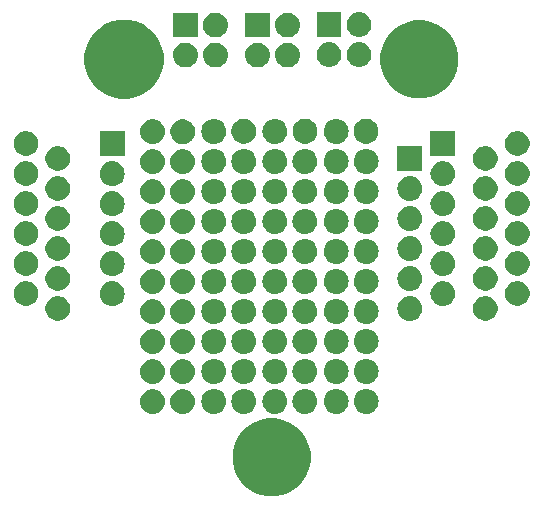
<source format=gts>
G04 #@! TF.GenerationSoftware,KiCad,Pcbnew,(5.0.0)*
G04 #@! TF.CreationDate,2019-01-09T16:47:11-03:00*
G04 #@! TF.ProjectId,PCB_E,5043425F452E6B696361645F70636200,rev?*
G04 #@! TF.SameCoordinates,Original*
G04 #@! TF.FileFunction,Soldermask,Top*
G04 #@! TF.FilePolarity,Negative*
%FSLAX46Y46*%
G04 Gerber Fmt 4.6, Leading zero omitted, Abs format (unit mm)*
G04 Created by KiCad (PCBNEW (5.0.0)) date 01/09/19 16:47:11*
%MOMM*%
%LPD*%
G01*
G04 APERTURE LIST*
%ADD10C,0.100000*%
G04 APERTURE END LIST*
D10*
G36*
X962574Y-17026817D02*
X1563135Y-17275577D01*
X2103630Y-17636725D01*
X2563275Y-18096370D01*
X2924423Y-18636865D01*
X3173183Y-19237426D01*
X3300000Y-19874977D01*
X3300000Y-20525023D01*
X3173183Y-21162574D01*
X2924423Y-21763135D01*
X2563275Y-22303630D01*
X2103630Y-22763275D01*
X1563135Y-23124423D01*
X962574Y-23373183D01*
X325023Y-23500000D01*
X-325023Y-23500000D01*
X-962574Y-23373183D01*
X-1563135Y-23124423D01*
X-2103630Y-22763275D01*
X-2563275Y-22303630D01*
X-2924423Y-21763135D01*
X-3173183Y-21162574D01*
X-3300000Y-20525023D01*
X-3300000Y-19874977D01*
X-3173183Y-19237426D01*
X-2924423Y-18636865D01*
X-2563275Y-18096370D01*
X-2103630Y-17636725D01*
X-1563135Y-17275577D01*
X-962574Y-17026817D01*
X-325023Y-16900000D01*
X325023Y-16900000D01*
X962574Y-17026817D01*
X962574Y-17026817D01*
G37*
G36*
X-7406292Y-14442597D02*
X-7329163Y-14450194D01*
X-7213655Y-14485233D01*
X-7131236Y-14510234D01*
X-6948827Y-14607734D01*
X-6788945Y-14738947D01*
X-6657732Y-14898829D01*
X-6560232Y-15081238D01*
X-6560232Y-15081239D01*
X-6500192Y-15279165D01*
X-6479919Y-15485001D01*
X-6500192Y-15690837D01*
X-6540219Y-15822788D01*
X-6560232Y-15888764D01*
X-6657732Y-16071173D01*
X-6788945Y-16231055D01*
X-6948827Y-16362268D01*
X-7131236Y-16459768D01*
X-7197212Y-16479781D01*
X-7329163Y-16519808D01*
X-7406292Y-16527405D01*
X-7483419Y-16535001D01*
X-7586579Y-16535001D01*
X-7663706Y-16527405D01*
X-7740835Y-16519808D01*
X-7872786Y-16479781D01*
X-7938762Y-16459768D01*
X-8121171Y-16362268D01*
X-8281053Y-16231055D01*
X-8412266Y-16071173D01*
X-8509766Y-15888764D01*
X-8529779Y-15822788D01*
X-8569806Y-15690837D01*
X-8590079Y-15485001D01*
X-8569806Y-15279165D01*
X-8509766Y-15081239D01*
X-8509766Y-15081238D01*
X-8412266Y-14898829D01*
X-8281053Y-14738947D01*
X-8121171Y-14607734D01*
X-7938762Y-14510234D01*
X-7856343Y-14485233D01*
X-7740835Y-14450194D01*
X-7663706Y-14442597D01*
X-7586579Y-14435001D01*
X-7483419Y-14435001D01*
X-7406292Y-14442597D01*
X-7406292Y-14442597D01*
G37*
G36*
X-9946292Y-14442597D02*
X-9869163Y-14450194D01*
X-9753655Y-14485233D01*
X-9671236Y-14510234D01*
X-9488827Y-14607734D01*
X-9328945Y-14738947D01*
X-9197732Y-14898829D01*
X-9100232Y-15081238D01*
X-9100232Y-15081239D01*
X-9040192Y-15279165D01*
X-9019919Y-15485001D01*
X-9040192Y-15690837D01*
X-9080219Y-15822788D01*
X-9100232Y-15888764D01*
X-9197732Y-16071173D01*
X-9328945Y-16231055D01*
X-9488827Y-16362268D01*
X-9671236Y-16459768D01*
X-9737212Y-16479781D01*
X-9869163Y-16519808D01*
X-9946292Y-16527405D01*
X-10023419Y-16535001D01*
X-10126579Y-16535001D01*
X-10203706Y-16527405D01*
X-10280835Y-16519808D01*
X-10412786Y-16479781D01*
X-10478762Y-16459768D01*
X-10661171Y-16362268D01*
X-10821053Y-16231055D01*
X-10952266Y-16071173D01*
X-11049766Y-15888764D01*
X-11069779Y-15822788D01*
X-11109806Y-15690837D01*
X-11130079Y-15485001D01*
X-11109806Y-15279165D01*
X-11049766Y-15081239D01*
X-11049766Y-15081238D01*
X-10952266Y-14898829D01*
X-10821053Y-14738947D01*
X-10661171Y-14607734D01*
X-10478762Y-14510234D01*
X-10396343Y-14485233D01*
X-10280835Y-14450194D01*
X-10203706Y-14442597D01*
X-10126579Y-14435001D01*
X-10023419Y-14435001D01*
X-9946292Y-14442597D01*
X-9946292Y-14442597D01*
G37*
G36*
X410374Y-14417596D02*
X487503Y-14425193D01*
X619454Y-14465220D01*
X685430Y-14485233D01*
X867839Y-14582733D01*
X1027721Y-14713946D01*
X1158934Y-14873828D01*
X1256434Y-15056237D01*
X1256434Y-15056238D01*
X1316474Y-15254164D01*
X1336747Y-15460000D01*
X1316474Y-15665836D01*
X1308890Y-15690837D01*
X1256434Y-15863763D01*
X1158934Y-16046172D01*
X1027721Y-16206054D01*
X867839Y-16337267D01*
X685430Y-16434767D01*
X619454Y-16454780D01*
X487503Y-16494807D01*
X410374Y-16502403D01*
X333247Y-16510000D01*
X230087Y-16510000D01*
X152960Y-16502403D01*
X75831Y-16494807D01*
X-56120Y-16454780D01*
X-122096Y-16434767D01*
X-304505Y-16337267D01*
X-464387Y-16206054D01*
X-595600Y-16046172D01*
X-693100Y-15863763D01*
X-745556Y-15690837D01*
X-753140Y-15665836D01*
X-773413Y-15460000D01*
X-753140Y-15254164D01*
X-693100Y-15056238D01*
X-693100Y-15056237D01*
X-595600Y-14873828D01*
X-464387Y-14713946D01*
X-304505Y-14582733D01*
X-122096Y-14485233D01*
X-56120Y-14465220D01*
X75831Y-14425193D01*
X152960Y-14417596D01*
X230087Y-14410000D01*
X333247Y-14410000D01*
X410374Y-14417596D01*
X410374Y-14417596D01*
G37*
G36*
X-2227959Y-14417596D02*
X-2150830Y-14425193D01*
X-2018879Y-14465220D01*
X-1952903Y-14485233D01*
X-1770494Y-14582733D01*
X-1610612Y-14713946D01*
X-1479399Y-14873828D01*
X-1381899Y-15056237D01*
X-1381899Y-15056238D01*
X-1321859Y-15254164D01*
X-1301586Y-15460000D01*
X-1321859Y-15665836D01*
X-1329443Y-15690837D01*
X-1381899Y-15863763D01*
X-1479399Y-16046172D01*
X-1610612Y-16206054D01*
X-1770494Y-16337267D01*
X-1952903Y-16434767D01*
X-2018879Y-16454780D01*
X-2150830Y-16494807D01*
X-2227959Y-16502403D01*
X-2305086Y-16510000D01*
X-2408246Y-16510000D01*
X-2485373Y-16502403D01*
X-2562502Y-16494807D01*
X-2694453Y-16454780D01*
X-2760429Y-16434767D01*
X-2942838Y-16337267D01*
X-3102720Y-16206054D01*
X-3233933Y-16046172D01*
X-3331433Y-15863763D01*
X-3383889Y-15690837D01*
X-3391473Y-15665836D01*
X-3411746Y-15460000D01*
X-3391473Y-15254164D01*
X-3331433Y-15056238D01*
X-3331433Y-15056237D01*
X-3233933Y-14873828D01*
X-3102720Y-14713946D01*
X-2942838Y-14582733D01*
X-2760429Y-14485233D01*
X-2694453Y-14465220D01*
X-2562502Y-14425193D01*
X-2485373Y-14417596D01*
X-2408246Y-14410000D01*
X-2305086Y-14410000D01*
X-2227959Y-14417596D01*
X-2227959Y-14417596D01*
G37*
G36*
X-4767959Y-14417596D02*
X-4690830Y-14425193D01*
X-4558879Y-14465220D01*
X-4492903Y-14485233D01*
X-4310494Y-14582733D01*
X-4150612Y-14713946D01*
X-4019399Y-14873828D01*
X-3921899Y-15056237D01*
X-3921899Y-15056238D01*
X-3861859Y-15254164D01*
X-3841586Y-15460000D01*
X-3861859Y-15665836D01*
X-3869443Y-15690837D01*
X-3921899Y-15863763D01*
X-4019399Y-16046172D01*
X-4150612Y-16206054D01*
X-4310494Y-16337267D01*
X-4492903Y-16434767D01*
X-4558879Y-16454780D01*
X-4690830Y-16494807D01*
X-4767959Y-16502403D01*
X-4845086Y-16510000D01*
X-4948246Y-16510000D01*
X-5025373Y-16502403D01*
X-5102502Y-16494807D01*
X-5234453Y-16454780D01*
X-5300429Y-16434767D01*
X-5482838Y-16337267D01*
X-5642720Y-16206054D01*
X-5773933Y-16046172D01*
X-5871433Y-15863763D01*
X-5923889Y-15690837D01*
X-5931473Y-15665836D01*
X-5951746Y-15460000D01*
X-5931473Y-15254164D01*
X-5871433Y-15056238D01*
X-5871433Y-15056237D01*
X-5773933Y-14873828D01*
X-5642720Y-14713946D01*
X-5482838Y-14582733D01*
X-5300429Y-14485233D01*
X-5234453Y-14465220D01*
X-5102502Y-14425193D01*
X-5025373Y-14417596D01*
X-4948246Y-14410000D01*
X-4845086Y-14410000D01*
X-4767959Y-14417596D01*
X-4767959Y-14417596D01*
G37*
G36*
X5588707Y-14417596D02*
X5665836Y-14425193D01*
X5797787Y-14465220D01*
X5863763Y-14485233D01*
X6046172Y-14582733D01*
X6206054Y-14713946D01*
X6337267Y-14873828D01*
X6434767Y-15056237D01*
X6434767Y-15056238D01*
X6494807Y-15254164D01*
X6515080Y-15460000D01*
X6494807Y-15665836D01*
X6487223Y-15690837D01*
X6434767Y-15863763D01*
X6337267Y-16046172D01*
X6206054Y-16206054D01*
X6046172Y-16337267D01*
X5863763Y-16434767D01*
X5797787Y-16454780D01*
X5665836Y-16494807D01*
X5588707Y-16502403D01*
X5511580Y-16510000D01*
X5408420Y-16510000D01*
X5331293Y-16502403D01*
X5254164Y-16494807D01*
X5122213Y-16454780D01*
X5056237Y-16434767D01*
X4873828Y-16337267D01*
X4713946Y-16206054D01*
X4582733Y-16046172D01*
X4485233Y-15863763D01*
X4432777Y-15690837D01*
X4425193Y-15665836D01*
X4404920Y-15460000D01*
X4425193Y-15254164D01*
X4485233Y-15056238D01*
X4485233Y-15056237D01*
X4582733Y-14873828D01*
X4713946Y-14713946D01*
X4873828Y-14582733D01*
X5056237Y-14485233D01*
X5122213Y-14465220D01*
X5254164Y-14425193D01*
X5331293Y-14417596D01*
X5408420Y-14410000D01*
X5511580Y-14410000D01*
X5588707Y-14417596D01*
X5588707Y-14417596D01*
G37*
G36*
X8128707Y-14417596D02*
X8205836Y-14425193D01*
X8337787Y-14465220D01*
X8403763Y-14485233D01*
X8586172Y-14582733D01*
X8746054Y-14713946D01*
X8877267Y-14873828D01*
X8974767Y-15056237D01*
X8974767Y-15056238D01*
X9034807Y-15254164D01*
X9055080Y-15460000D01*
X9034807Y-15665836D01*
X9027223Y-15690837D01*
X8974767Y-15863763D01*
X8877267Y-16046172D01*
X8746054Y-16206054D01*
X8586172Y-16337267D01*
X8403763Y-16434767D01*
X8337787Y-16454780D01*
X8205836Y-16494807D01*
X8128707Y-16502403D01*
X8051580Y-16510000D01*
X7948420Y-16510000D01*
X7871293Y-16502403D01*
X7794164Y-16494807D01*
X7662213Y-16454780D01*
X7596237Y-16434767D01*
X7413828Y-16337267D01*
X7253946Y-16206054D01*
X7122733Y-16046172D01*
X7025233Y-15863763D01*
X6972777Y-15690837D01*
X6965193Y-15665836D01*
X6944920Y-15460000D01*
X6965193Y-15254164D01*
X7025233Y-15056238D01*
X7025233Y-15056237D01*
X7122733Y-14873828D01*
X7253946Y-14713946D01*
X7413828Y-14582733D01*
X7596237Y-14485233D01*
X7662213Y-14465220D01*
X7794164Y-14425193D01*
X7871293Y-14417596D01*
X7948420Y-14410000D01*
X8051580Y-14410000D01*
X8128707Y-14417596D01*
X8128707Y-14417596D01*
G37*
G36*
X2950374Y-14417596D02*
X3027503Y-14425193D01*
X3159454Y-14465220D01*
X3225430Y-14485233D01*
X3407839Y-14582733D01*
X3567721Y-14713946D01*
X3698934Y-14873828D01*
X3796434Y-15056237D01*
X3796434Y-15056238D01*
X3856474Y-15254164D01*
X3876747Y-15460000D01*
X3856474Y-15665836D01*
X3848890Y-15690837D01*
X3796434Y-15863763D01*
X3698934Y-16046172D01*
X3567721Y-16206054D01*
X3407839Y-16337267D01*
X3225430Y-16434767D01*
X3159454Y-16454780D01*
X3027503Y-16494807D01*
X2950374Y-16502403D01*
X2873247Y-16510000D01*
X2770087Y-16510000D01*
X2692960Y-16502403D01*
X2615831Y-16494807D01*
X2483880Y-16454780D01*
X2417904Y-16434767D01*
X2235495Y-16337267D01*
X2075613Y-16206054D01*
X1944400Y-16046172D01*
X1846900Y-15863763D01*
X1794444Y-15690837D01*
X1786860Y-15665836D01*
X1766587Y-15460000D01*
X1786860Y-15254164D01*
X1846900Y-15056238D01*
X1846900Y-15056237D01*
X1944400Y-14873828D01*
X2075613Y-14713946D01*
X2235495Y-14582733D01*
X2417904Y-14485233D01*
X2483880Y-14465220D01*
X2615831Y-14425193D01*
X2692960Y-14417596D01*
X2770087Y-14410000D01*
X2873247Y-14410000D01*
X2950374Y-14417596D01*
X2950374Y-14417596D01*
G37*
G36*
X-7406292Y-11902597D02*
X-7329163Y-11910194D01*
X-7213655Y-11945233D01*
X-7131236Y-11970234D01*
X-6948827Y-12067734D01*
X-6788945Y-12198947D01*
X-6657732Y-12358829D01*
X-6560232Y-12541238D01*
X-6560232Y-12541239D01*
X-6500192Y-12739165D01*
X-6479919Y-12945001D01*
X-6500192Y-13150837D01*
X-6540219Y-13282788D01*
X-6560232Y-13348764D01*
X-6657732Y-13531173D01*
X-6788945Y-13691055D01*
X-6948827Y-13822268D01*
X-7131236Y-13919768D01*
X-7197212Y-13939781D01*
X-7329163Y-13979808D01*
X-7406292Y-13987405D01*
X-7483419Y-13995001D01*
X-7586579Y-13995001D01*
X-7663706Y-13987405D01*
X-7740835Y-13979808D01*
X-7872786Y-13939781D01*
X-7938762Y-13919768D01*
X-8121171Y-13822268D01*
X-8281053Y-13691055D01*
X-8412266Y-13531173D01*
X-8509766Y-13348764D01*
X-8529779Y-13282788D01*
X-8569806Y-13150837D01*
X-8590079Y-12945001D01*
X-8569806Y-12739165D01*
X-8509766Y-12541239D01*
X-8509766Y-12541238D01*
X-8412266Y-12358829D01*
X-8281053Y-12198947D01*
X-8121171Y-12067734D01*
X-7938762Y-11970234D01*
X-7856343Y-11945233D01*
X-7740835Y-11910194D01*
X-7663706Y-11902597D01*
X-7586579Y-11895001D01*
X-7483419Y-11895001D01*
X-7406292Y-11902597D01*
X-7406292Y-11902597D01*
G37*
G36*
X-9946292Y-11902597D02*
X-9869163Y-11910194D01*
X-9753655Y-11945233D01*
X-9671236Y-11970234D01*
X-9488827Y-12067734D01*
X-9328945Y-12198947D01*
X-9197732Y-12358829D01*
X-9100232Y-12541238D01*
X-9100232Y-12541239D01*
X-9040192Y-12739165D01*
X-9019919Y-12945001D01*
X-9040192Y-13150837D01*
X-9080219Y-13282788D01*
X-9100232Y-13348764D01*
X-9197732Y-13531173D01*
X-9328945Y-13691055D01*
X-9488827Y-13822268D01*
X-9671236Y-13919768D01*
X-9737212Y-13939781D01*
X-9869163Y-13979808D01*
X-9946292Y-13987405D01*
X-10023419Y-13995001D01*
X-10126579Y-13995001D01*
X-10203706Y-13987405D01*
X-10280835Y-13979808D01*
X-10412786Y-13939781D01*
X-10478762Y-13919768D01*
X-10661171Y-13822268D01*
X-10821053Y-13691055D01*
X-10952266Y-13531173D01*
X-11049766Y-13348764D01*
X-11069779Y-13282788D01*
X-11109806Y-13150837D01*
X-11130079Y-12945001D01*
X-11109806Y-12739165D01*
X-11049766Y-12541239D01*
X-11049766Y-12541238D01*
X-10952266Y-12358829D01*
X-10821053Y-12198947D01*
X-10661171Y-12067734D01*
X-10478762Y-11970234D01*
X-10396343Y-11945233D01*
X-10280835Y-11910194D01*
X-10203706Y-11902597D01*
X-10126579Y-11895001D01*
X-10023419Y-11895001D01*
X-9946292Y-11902597D01*
X-9946292Y-11902597D01*
G37*
G36*
X-4767959Y-11877596D02*
X-4690830Y-11885193D01*
X-4558879Y-11925220D01*
X-4492903Y-11945233D01*
X-4310494Y-12042733D01*
X-4150612Y-12173946D01*
X-4019399Y-12333828D01*
X-3921899Y-12516237D01*
X-3921899Y-12516238D01*
X-3861859Y-12714164D01*
X-3841586Y-12920000D01*
X-3861859Y-13125836D01*
X-3869443Y-13150837D01*
X-3921899Y-13323763D01*
X-4019399Y-13506172D01*
X-4150612Y-13666054D01*
X-4310494Y-13797267D01*
X-4492903Y-13894767D01*
X-4558879Y-13914780D01*
X-4690830Y-13954807D01*
X-4767959Y-13962403D01*
X-4845086Y-13970000D01*
X-4948246Y-13970000D01*
X-5025373Y-13962403D01*
X-5102502Y-13954807D01*
X-5234453Y-13914780D01*
X-5300429Y-13894767D01*
X-5482838Y-13797267D01*
X-5642720Y-13666054D01*
X-5773933Y-13506172D01*
X-5871433Y-13323763D01*
X-5923889Y-13150837D01*
X-5931473Y-13125836D01*
X-5951746Y-12920000D01*
X-5931473Y-12714164D01*
X-5871433Y-12516238D01*
X-5871433Y-12516237D01*
X-5773933Y-12333828D01*
X-5642720Y-12173946D01*
X-5482838Y-12042733D01*
X-5300429Y-11945233D01*
X-5234453Y-11925220D01*
X-5102502Y-11885193D01*
X-5025373Y-11877596D01*
X-4948246Y-11870000D01*
X-4845086Y-11870000D01*
X-4767959Y-11877596D01*
X-4767959Y-11877596D01*
G37*
G36*
X8128707Y-11877596D02*
X8205836Y-11885193D01*
X8337787Y-11925220D01*
X8403763Y-11945233D01*
X8586172Y-12042733D01*
X8746054Y-12173946D01*
X8877267Y-12333828D01*
X8974767Y-12516237D01*
X8974767Y-12516238D01*
X9034807Y-12714164D01*
X9055080Y-12920000D01*
X9034807Y-13125836D01*
X9027223Y-13150837D01*
X8974767Y-13323763D01*
X8877267Y-13506172D01*
X8746054Y-13666054D01*
X8586172Y-13797267D01*
X8403763Y-13894767D01*
X8337787Y-13914780D01*
X8205836Y-13954807D01*
X8128707Y-13962403D01*
X8051580Y-13970000D01*
X7948420Y-13970000D01*
X7871293Y-13962403D01*
X7794164Y-13954807D01*
X7662213Y-13914780D01*
X7596237Y-13894767D01*
X7413828Y-13797267D01*
X7253946Y-13666054D01*
X7122733Y-13506172D01*
X7025233Y-13323763D01*
X6972777Y-13150837D01*
X6965193Y-13125836D01*
X6944920Y-12920000D01*
X6965193Y-12714164D01*
X7025233Y-12516238D01*
X7025233Y-12516237D01*
X7122733Y-12333828D01*
X7253946Y-12173946D01*
X7413828Y-12042733D01*
X7596237Y-11945233D01*
X7662213Y-11925220D01*
X7794164Y-11885193D01*
X7871293Y-11877596D01*
X7948420Y-11870000D01*
X8051580Y-11870000D01*
X8128707Y-11877596D01*
X8128707Y-11877596D01*
G37*
G36*
X5588707Y-11877596D02*
X5665836Y-11885193D01*
X5797787Y-11925220D01*
X5863763Y-11945233D01*
X6046172Y-12042733D01*
X6206054Y-12173946D01*
X6337267Y-12333828D01*
X6434767Y-12516237D01*
X6434767Y-12516238D01*
X6494807Y-12714164D01*
X6515080Y-12920000D01*
X6494807Y-13125836D01*
X6487223Y-13150837D01*
X6434767Y-13323763D01*
X6337267Y-13506172D01*
X6206054Y-13666054D01*
X6046172Y-13797267D01*
X5863763Y-13894767D01*
X5797787Y-13914780D01*
X5665836Y-13954807D01*
X5588707Y-13962403D01*
X5511580Y-13970000D01*
X5408420Y-13970000D01*
X5331293Y-13962403D01*
X5254164Y-13954807D01*
X5122213Y-13914780D01*
X5056237Y-13894767D01*
X4873828Y-13797267D01*
X4713946Y-13666054D01*
X4582733Y-13506172D01*
X4485233Y-13323763D01*
X4432777Y-13150837D01*
X4425193Y-13125836D01*
X4404920Y-12920000D01*
X4425193Y-12714164D01*
X4485233Y-12516238D01*
X4485233Y-12516237D01*
X4582733Y-12333828D01*
X4713946Y-12173946D01*
X4873828Y-12042733D01*
X5056237Y-11945233D01*
X5122213Y-11925220D01*
X5254164Y-11885193D01*
X5331293Y-11877596D01*
X5408420Y-11870000D01*
X5511580Y-11870000D01*
X5588707Y-11877596D01*
X5588707Y-11877596D01*
G37*
G36*
X2950374Y-11877596D02*
X3027503Y-11885193D01*
X3159454Y-11925220D01*
X3225430Y-11945233D01*
X3407839Y-12042733D01*
X3567721Y-12173946D01*
X3698934Y-12333828D01*
X3796434Y-12516237D01*
X3796434Y-12516238D01*
X3856474Y-12714164D01*
X3876747Y-12920000D01*
X3856474Y-13125836D01*
X3848890Y-13150837D01*
X3796434Y-13323763D01*
X3698934Y-13506172D01*
X3567721Y-13666054D01*
X3407839Y-13797267D01*
X3225430Y-13894767D01*
X3159454Y-13914780D01*
X3027503Y-13954807D01*
X2950374Y-13962403D01*
X2873247Y-13970000D01*
X2770087Y-13970000D01*
X2692960Y-13962403D01*
X2615831Y-13954807D01*
X2483880Y-13914780D01*
X2417904Y-13894767D01*
X2235495Y-13797267D01*
X2075613Y-13666054D01*
X1944400Y-13506172D01*
X1846900Y-13323763D01*
X1794444Y-13150837D01*
X1786860Y-13125836D01*
X1766587Y-12920000D01*
X1786860Y-12714164D01*
X1846900Y-12516238D01*
X1846900Y-12516237D01*
X1944400Y-12333828D01*
X2075613Y-12173946D01*
X2235495Y-12042733D01*
X2417904Y-11945233D01*
X2483880Y-11925220D01*
X2615831Y-11885193D01*
X2692960Y-11877596D01*
X2770087Y-11870000D01*
X2873247Y-11870000D01*
X2950374Y-11877596D01*
X2950374Y-11877596D01*
G37*
G36*
X410374Y-11877596D02*
X487503Y-11885193D01*
X619454Y-11925220D01*
X685430Y-11945233D01*
X867839Y-12042733D01*
X1027721Y-12173946D01*
X1158934Y-12333828D01*
X1256434Y-12516237D01*
X1256434Y-12516238D01*
X1316474Y-12714164D01*
X1336747Y-12920000D01*
X1316474Y-13125836D01*
X1308890Y-13150837D01*
X1256434Y-13323763D01*
X1158934Y-13506172D01*
X1027721Y-13666054D01*
X867839Y-13797267D01*
X685430Y-13894767D01*
X619454Y-13914780D01*
X487503Y-13954807D01*
X410374Y-13962403D01*
X333247Y-13970000D01*
X230087Y-13970000D01*
X152960Y-13962403D01*
X75831Y-13954807D01*
X-56120Y-13914780D01*
X-122096Y-13894767D01*
X-304505Y-13797267D01*
X-464387Y-13666054D01*
X-595600Y-13506172D01*
X-693100Y-13323763D01*
X-745556Y-13150837D01*
X-753140Y-13125836D01*
X-773413Y-12920000D01*
X-753140Y-12714164D01*
X-693100Y-12516238D01*
X-693100Y-12516237D01*
X-595600Y-12333828D01*
X-464387Y-12173946D01*
X-304505Y-12042733D01*
X-122096Y-11945233D01*
X-56120Y-11925220D01*
X75831Y-11885193D01*
X152960Y-11877596D01*
X230087Y-11870000D01*
X333247Y-11870000D01*
X410374Y-11877596D01*
X410374Y-11877596D01*
G37*
G36*
X-2227959Y-11877596D02*
X-2150830Y-11885193D01*
X-2018879Y-11925220D01*
X-1952903Y-11945233D01*
X-1770494Y-12042733D01*
X-1610612Y-12173946D01*
X-1479399Y-12333828D01*
X-1381899Y-12516237D01*
X-1381899Y-12516238D01*
X-1321859Y-12714164D01*
X-1301586Y-12920000D01*
X-1321859Y-13125836D01*
X-1329443Y-13150837D01*
X-1381899Y-13323763D01*
X-1479399Y-13506172D01*
X-1610612Y-13666054D01*
X-1770494Y-13797267D01*
X-1952903Y-13894767D01*
X-2018879Y-13914780D01*
X-2150830Y-13954807D01*
X-2227959Y-13962403D01*
X-2305086Y-13970000D01*
X-2408246Y-13970000D01*
X-2485373Y-13962403D01*
X-2562502Y-13954807D01*
X-2694453Y-13914780D01*
X-2760429Y-13894767D01*
X-2942838Y-13797267D01*
X-3102720Y-13666054D01*
X-3233933Y-13506172D01*
X-3331433Y-13323763D01*
X-3383889Y-13150837D01*
X-3391473Y-13125836D01*
X-3411746Y-12920000D01*
X-3391473Y-12714164D01*
X-3331433Y-12516238D01*
X-3331433Y-12516237D01*
X-3233933Y-12333828D01*
X-3102720Y-12173946D01*
X-2942838Y-12042733D01*
X-2760429Y-11945233D01*
X-2694453Y-11925220D01*
X-2562502Y-11885193D01*
X-2485373Y-11877596D01*
X-2408246Y-11870000D01*
X-2305086Y-11870000D01*
X-2227959Y-11877596D01*
X-2227959Y-11877596D01*
G37*
G36*
X-9946292Y-9362598D02*
X-9869163Y-9370194D01*
X-9753655Y-9405233D01*
X-9671236Y-9430234D01*
X-9488827Y-9527734D01*
X-9328945Y-9658947D01*
X-9197732Y-9818829D01*
X-9100232Y-10001238D01*
X-9100232Y-10001239D01*
X-9040192Y-10199165D01*
X-9019919Y-10405001D01*
X-9040192Y-10610837D01*
X-9080219Y-10742788D01*
X-9100232Y-10808764D01*
X-9197732Y-10991173D01*
X-9328945Y-11151055D01*
X-9488827Y-11282268D01*
X-9671236Y-11379768D01*
X-9737212Y-11399781D01*
X-9869163Y-11439808D01*
X-9946292Y-11447404D01*
X-10023419Y-11455001D01*
X-10126579Y-11455001D01*
X-10203706Y-11447404D01*
X-10280835Y-11439808D01*
X-10412786Y-11399781D01*
X-10478762Y-11379768D01*
X-10661171Y-11282268D01*
X-10821053Y-11151055D01*
X-10952266Y-10991173D01*
X-11049766Y-10808764D01*
X-11069779Y-10742788D01*
X-11109806Y-10610837D01*
X-11130079Y-10405001D01*
X-11109806Y-10199165D01*
X-11049766Y-10001239D01*
X-11049766Y-10001238D01*
X-10952266Y-9818829D01*
X-10821053Y-9658947D01*
X-10661171Y-9527734D01*
X-10478762Y-9430234D01*
X-10396343Y-9405233D01*
X-10280835Y-9370194D01*
X-10203706Y-9362598D01*
X-10126579Y-9355001D01*
X-10023419Y-9355001D01*
X-9946292Y-9362598D01*
X-9946292Y-9362598D01*
G37*
G36*
X-7406292Y-9362598D02*
X-7329163Y-9370194D01*
X-7213655Y-9405233D01*
X-7131236Y-9430234D01*
X-6948827Y-9527734D01*
X-6788945Y-9658947D01*
X-6657732Y-9818829D01*
X-6560232Y-10001238D01*
X-6560232Y-10001239D01*
X-6500192Y-10199165D01*
X-6479919Y-10405001D01*
X-6500192Y-10610837D01*
X-6540219Y-10742788D01*
X-6560232Y-10808764D01*
X-6657732Y-10991173D01*
X-6788945Y-11151055D01*
X-6948827Y-11282268D01*
X-7131236Y-11379768D01*
X-7197212Y-11399781D01*
X-7329163Y-11439808D01*
X-7406292Y-11447404D01*
X-7483419Y-11455001D01*
X-7586579Y-11455001D01*
X-7663706Y-11447404D01*
X-7740835Y-11439808D01*
X-7872786Y-11399781D01*
X-7938762Y-11379768D01*
X-8121171Y-11282268D01*
X-8281053Y-11151055D01*
X-8412266Y-10991173D01*
X-8509766Y-10808764D01*
X-8529779Y-10742788D01*
X-8569806Y-10610837D01*
X-8590079Y-10405001D01*
X-8569806Y-10199165D01*
X-8509766Y-10001239D01*
X-8509766Y-10001238D01*
X-8412266Y-9818829D01*
X-8281053Y-9658947D01*
X-8121171Y-9527734D01*
X-7938762Y-9430234D01*
X-7856343Y-9405233D01*
X-7740835Y-9370194D01*
X-7663706Y-9362598D01*
X-7586579Y-9355001D01*
X-7483419Y-9355001D01*
X-7406292Y-9362598D01*
X-7406292Y-9362598D01*
G37*
G36*
X410374Y-9337596D02*
X487503Y-9345193D01*
X619454Y-9385220D01*
X685430Y-9405233D01*
X867839Y-9502733D01*
X1027721Y-9633946D01*
X1158934Y-9793828D01*
X1256434Y-9976237D01*
X1256434Y-9976238D01*
X1316474Y-10174164D01*
X1336747Y-10380000D01*
X1316474Y-10585836D01*
X1308890Y-10610837D01*
X1256434Y-10783763D01*
X1158934Y-10966172D01*
X1027721Y-11126054D01*
X867839Y-11257267D01*
X685430Y-11354767D01*
X619454Y-11374780D01*
X487503Y-11414807D01*
X410374Y-11422404D01*
X333247Y-11430000D01*
X230087Y-11430000D01*
X152960Y-11422404D01*
X75831Y-11414807D01*
X-56120Y-11374780D01*
X-122096Y-11354767D01*
X-304505Y-11257267D01*
X-464387Y-11126054D01*
X-595600Y-10966172D01*
X-693100Y-10783763D01*
X-745556Y-10610837D01*
X-753140Y-10585836D01*
X-773413Y-10380000D01*
X-753140Y-10174164D01*
X-693100Y-9976238D01*
X-693100Y-9976237D01*
X-595600Y-9793828D01*
X-464387Y-9633946D01*
X-304505Y-9502733D01*
X-122096Y-9405233D01*
X-56120Y-9385220D01*
X75831Y-9345193D01*
X152960Y-9337596D01*
X230087Y-9330000D01*
X333247Y-9330000D01*
X410374Y-9337596D01*
X410374Y-9337596D01*
G37*
G36*
X8128707Y-9337596D02*
X8205836Y-9345193D01*
X8337787Y-9385220D01*
X8403763Y-9405233D01*
X8586172Y-9502733D01*
X8746054Y-9633946D01*
X8877267Y-9793828D01*
X8974767Y-9976237D01*
X8974767Y-9976238D01*
X9034807Y-10174164D01*
X9055080Y-10380000D01*
X9034807Y-10585836D01*
X9027223Y-10610837D01*
X8974767Y-10783763D01*
X8877267Y-10966172D01*
X8746054Y-11126054D01*
X8586172Y-11257267D01*
X8403763Y-11354767D01*
X8337787Y-11374780D01*
X8205836Y-11414807D01*
X8128707Y-11422404D01*
X8051580Y-11430000D01*
X7948420Y-11430000D01*
X7871293Y-11422404D01*
X7794164Y-11414807D01*
X7662213Y-11374780D01*
X7596237Y-11354767D01*
X7413828Y-11257267D01*
X7253946Y-11126054D01*
X7122733Y-10966172D01*
X7025233Y-10783763D01*
X6972777Y-10610837D01*
X6965193Y-10585836D01*
X6944920Y-10380000D01*
X6965193Y-10174164D01*
X7025233Y-9976238D01*
X7025233Y-9976237D01*
X7122733Y-9793828D01*
X7253946Y-9633946D01*
X7413828Y-9502733D01*
X7596237Y-9405233D01*
X7662213Y-9385220D01*
X7794164Y-9345193D01*
X7871293Y-9337596D01*
X7948420Y-9330000D01*
X8051580Y-9330000D01*
X8128707Y-9337596D01*
X8128707Y-9337596D01*
G37*
G36*
X5588707Y-9337596D02*
X5665836Y-9345193D01*
X5797787Y-9385220D01*
X5863763Y-9405233D01*
X6046172Y-9502733D01*
X6206054Y-9633946D01*
X6337267Y-9793828D01*
X6434767Y-9976237D01*
X6434767Y-9976238D01*
X6494807Y-10174164D01*
X6515080Y-10380000D01*
X6494807Y-10585836D01*
X6487223Y-10610837D01*
X6434767Y-10783763D01*
X6337267Y-10966172D01*
X6206054Y-11126054D01*
X6046172Y-11257267D01*
X5863763Y-11354767D01*
X5797787Y-11374780D01*
X5665836Y-11414807D01*
X5588707Y-11422404D01*
X5511580Y-11430000D01*
X5408420Y-11430000D01*
X5331293Y-11422404D01*
X5254164Y-11414807D01*
X5122213Y-11374780D01*
X5056237Y-11354767D01*
X4873828Y-11257267D01*
X4713946Y-11126054D01*
X4582733Y-10966172D01*
X4485233Y-10783763D01*
X4432777Y-10610837D01*
X4425193Y-10585836D01*
X4404920Y-10380000D01*
X4425193Y-10174164D01*
X4485233Y-9976238D01*
X4485233Y-9976237D01*
X4582733Y-9793828D01*
X4713946Y-9633946D01*
X4873828Y-9502733D01*
X5056237Y-9405233D01*
X5122213Y-9385220D01*
X5254164Y-9345193D01*
X5331293Y-9337596D01*
X5408420Y-9330000D01*
X5511580Y-9330000D01*
X5588707Y-9337596D01*
X5588707Y-9337596D01*
G37*
G36*
X-4767959Y-9337596D02*
X-4690830Y-9345193D01*
X-4558879Y-9385220D01*
X-4492903Y-9405233D01*
X-4310494Y-9502733D01*
X-4150612Y-9633946D01*
X-4019399Y-9793828D01*
X-3921899Y-9976237D01*
X-3921899Y-9976238D01*
X-3861859Y-10174164D01*
X-3841586Y-10380000D01*
X-3861859Y-10585836D01*
X-3869443Y-10610837D01*
X-3921899Y-10783763D01*
X-4019399Y-10966172D01*
X-4150612Y-11126054D01*
X-4310494Y-11257267D01*
X-4492903Y-11354767D01*
X-4558879Y-11374780D01*
X-4690830Y-11414807D01*
X-4767959Y-11422404D01*
X-4845086Y-11430000D01*
X-4948246Y-11430000D01*
X-5025373Y-11422404D01*
X-5102502Y-11414807D01*
X-5234453Y-11374780D01*
X-5300429Y-11354767D01*
X-5482838Y-11257267D01*
X-5642720Y-11126054D01*
X-5773933Y-10966172D01*
X-5871433Y-10783763D01*
X-5923889Y-10610837D01*
X-5931473Y-10585836D01*
X-5951746Y-10380000D01*
X-5931473Y-10174164D01*
X-5871433Y-9976238D01*
X-5871433Y-9976237D01*
X-5773933Y-9793828D01*
X-5642720Y-9633946D01*
X-5482838Y-9502733D01*
X-5300429Y-9405233D01*
X-5234453Y-9385220D01*
X-5102502Y-9345193D01*
X-5025373Y-9337596D01*
X-4948246Y-9330000D01*
X-4845086Y-9330000D01*
X-4767959Y-9337596D01*
X-4767959Y-9337596D01*
G37*
G36*
X2950374Y-9337596D02*
X3027503Y-9345193D01*
X3159454Y-9385220D01*
X3225430Y-9405233D01*
X3407839Y-9502733D01*
X3567721Y-9633946D01*
X3698934Y-9793828D01*
X3796434Y-9976237D01*
X3796434Y-9976238D01*
X3856474Y-10174164D01*
X3876747Y-10380000D01*
X3856474Y-10585836D01*
X3848890Y-10610837D01*
X3796434Y-10783763D01*
X3698934Y-10966172D01*
X3567721Y-11126054D01*
X3407839Y-11257267D01*
X3225430Y-11354767D01*
X3159454Y-11374780D01*
X3027503Y-11414807D01*
X2950374Y-11422404D01*
X2873247Y-11430000D01*
X2770087Y-11430000D01*
X2692960Y-11422404D01*
X2615831Y-11414807D01*
X2483880Y-11374780D01*
X2417904Y-11354767D01*
X2235495Y-11257267D01*
X2075613Y-11126054D01*
X1944400Y-10966172D01*
X1846900Y-10783763D01*
X1794444Y-10610837D01*
X1786860Y-10585836D01*
X1766587Y-10380000D01*
X1786860Y-10174164D01*
X1846900Y-9976238D01*
X1846900Y-9976237D01*
X1944400Y-9793828D01*
X2075613Y-9633946D01*
X2235495Y-9502733D01*
X2417904Y-9405233D01*
X2483880Y-9385220D01*
X2615831Y-9345193D01*
X2692960Y-9337596D01*
X2770087Y-9330000D01*
X2873247Y-9330000D01*
X2950374Y-9337596D01*
X2950374Y-9337596D01*
G37*
G36*
X-2227959Y-9337596D02*
X-2150830Y-9345193D01*
X-2018879Y-9385220D01*
X-1952903Y-9405233D01*
X-1770494Y-9502733D01*
X-1610612Y-9633946D01*
X-1479399Y-9793828D01*
X-1381899Y-9976237D01*
X-1381899Y-9976238D01*
X-1321859Y-10174164D01*
X-1301586Y-10380000D01*
X-1321859Y-10585836D01*
X-1329443Y-10610837D01*
X-1381899Y-10783763D01*
X-1479399Y-10966172D01*
X-1610612Y-11126054D01*
X-1770494Y-11257267D01*
X-1952903Y-11354767D01*
X-2018879Y-11374780D01*
X-2150830Y-11414807D01*
X-2227959Y-11422404D01*
X-2305086Y-11430000D01*
X-2408246Y-11430000D01*
X-2485373Y-11422404D01*
X-2562502Y-11414807D01*
X-2694453Y-11374780D01*
X-2760429Y-11354767D01*
X-2942838Y-11257267D01*
X-3102720Y-11126054D01*
X-3233933Y-10966172D01*
X-3331433Y-10783763D01*
X-3383889Y-10610837D01*
X-3391473Y-10585836D01*
X-3411746Y-10380000D01*
X-3391473Y-10174164D01*
X-3331433Y-9976238D01*
X-3331433Y-9976237D01*
X-3233933Y-9793828D01*
X-3102720Y-9633946D01*
X-2942838Y-9502733D01*
X-2760429Y-9405233D01*
X-2694453Y-9385220D01*
X-2562502Y-9345193D01*
X-2485373Y-9337596D01*
X-2408246Y-9330000D01*
X-2305086Y-9330000D01*
X-2227959Y-9337596D01*
X-2227959Y-9337596D01*
G37*
G36*
X-7406292Y-6822598D02*
X-7329163Y-6830194D01*
X-7213655Y-6865233D01*
X-7131236Y-6890234D01*
X-6948827Y-6987734D01*
X-6788945Y-7118947D01*
X-6657732Y-7278829D01*
X-6560232Y-7461238D01*
X-6549510Y-7496584D01*
X-6500192Y-7659165D01*
X-6479919Y-7865001D01*
X-6500192Y-8070837D01*
X-6535178Y-8186171D01*
X-6560232Y-8268764D01*
X-6657732Y-8451173D01*
X-6788945Y-8611055D01*
X-6948827Y-8742268D01*
X-7131236Y-8839768D01*
X-7197212Y-8859781D01*
X-7329163Y-8899808D01*
X-7406292Y-8907405D01*
X-7483419Y-8915001D01*
X-7586579Y-8915001D01*
X-7663706Y-8907405D01*
X-7740835Y-8899808D01*
X-7872786Y-8859781D01*
X-7938762Y-8839768D01*
X-8121171Y-8742268D01*
X-8281053Y-8611055D01*
X-8412266Y-8451173D01*
X-8509766Y-8268764D01*
X-8534820Y-8186171D01*
X-8569806Y-8070837D01*
X-8590079Y-7865001D01*
X-8569806Y-7659165D01*
X-8520488Y-7496584D01*
X-8509766Y-7461238D01*
X-8412266Y-7278829D01*
X-8281053Y-7118947D01*
X-8121171Y-6987734D01*
X-7938762Y-6890234D01*
X-7856343Y-6865233D01*
X-7740835Y-6830194D01*
X-7663706Y-6822598D01*
X-7586579Y-6815001D01*
X-7483419Y-6815001D01*
X-7406292Y-6822598D01*
X-7406292Y-6822598D01*
G37*
G36*
X-9946292Y-6822598D02*
X-9869163Y-6830194D01*
X-9753655Y-6865233D01*
X-9671236Y-6890234D01*
X-9488827Y-6987734D01*
X-9328945Y-7118947D01*
X-9197732Y-7278829D01*
X-9100232Y-7461238D01*
X-9089510Y-7496584D01*
X-9040192Y-7659165D01*
X-9019919Y-7865001D01*
X-9040192Y-8070837D01*
X-9075178Y-8186171D01*
X-9100232Y-8268764D01*
X-9197732Y-8451173D01*
X-9328945Y-8611055D01*
X-9488827Y-8742268D01*
X-9671236Y-8839768D01*
X-9737212Y-8859781D01*
X-9869163Y-8899808D01*
X-9946292Y-8907405D01*
X-10023419Y-8915001D01*
X-10126579Y-8915001D01*
X-10203706Y-8907405D01*
X-10280835Y-8899808D01*
X-10412786Y-8859781D01*
X-10478762Y-8839768D01*
X-10661171Y-8742268D01*
X-10821053Y-8611055D01*
X-10952266Y-8451173D01*
X-11049766Y-8268764D01*
X-11074820Y-8186171D01*
X-11109806Y-8070837D01*
X-11130079Y-7865001D01*
X-11109806Y-7659165D01*
X-11060488Y-7496584D01*
X-11049766Y-7461238D01*
X-10952266Y-7278829D01*
X-10821053Y-7118947D01*
X-10661171Y-6987734D01*
X-10478762Y-6890234D01*
X-10396343Y-6865233D01*
X-10280835Y-6830194D01*
X-10203706Y-6822598D01*
X-10126579Y-6815001D01*
X-10023419Y-6815001D01*
X-9946292Y-6822598D01*
X-9946292Y-6822598D01*
G37*
G36*
X8128707Y-6797596D02*
X8205836Y-6805193D01*
X8337787Y-6845220D01*
X8403763Y-6865233D01*
X8586172Y-6962733D01*
X8746054Y-7093946D01*
X8877267Y-7253828D01*
X8974767Y-7436237D01*
X8974767Y-7436238D01*
X9034807Y-7634164D01*
X9055080Y-7840000D01*
X9034807Y-8045836D01*
X8994780Y-8177787D01*
X8974767Y-8243763D01*
X8877267Y-8426172D01*
X8746054Y-8586054D01*
X8586172Y-8717267D01*
X8403763Y-8814767D01*
X8337787Y-8834780D01*
X8205836Y-8874807D01*
X8128707Y-8882403D01*
X8051580Y-8890000D01*
X7948420Y-8890000D01*
X7871293Y-8882403D01*
X7794164Y-8874807D01*
X7662213Y-8834780D01*
X7596237Y-8814767D01*
X7413828Y-8717267D01*
X7253946Y-8586054D01*
X7122733Y-8426172D01*
X7025233Y-8243763D01*
X7005220Y-8177787D01*
X6965193Y-8045836D01*
X6944920Y-7840000D01*
X6965193Y-7634164D01*
X7025233Y-7436238D01*
X7025233Y-7436237D01*
X7122733Y-7253828D01*
X7253946Y-7093946D01*
X7413828Y-6962733D01*
X7596237Y-6865233D01*
X7662213Y-6845220D01*
X7794164Y-6805193D01*
X7871293Y-6797596D01*
X7948420Y-6790000D01*
X8051580Y-6790000D01*
X8128707Y-6797596D01*
X8128707Y-6797596D01*
G37*
G36*
X5588707Y-6797596D02*
X5665836Y-6805193D01*
X5797787Y-6845220D01*
X5863763Y-6865233D01*
X6046172Y-6962733D01*
X6206054Y-7093946D01*
X6337267Y-7253828D01*
X6434767Y-7436237D01*
X6434767Y-7436238D01*
X6494807Y-7634164D01*
X6515080Y-7840000D01*
X6494807Y-8045836D01*
X6454780Y-8177787D01*
X6434767Y-8243763D01*
X6337267Y-8426172D01*
X6206054Y-8586054D01*
X6046172Y-8717267D01*
X5863763Y-8814767D01*
X5797787Y-8834780D01*
X5665836Y-8874807D01*
X5588707Y-8882403D01*
X5511580Y-8890000D01*
X5408420Y-8890000D01*
X5331293Y-8882403D01*
X5254164Y-8874807D01*
X5122213Y-8834780D01*
X5056237Y-8814767D01*
X4873828Y-8717267D01*
X4713946Y-8586054D01*
X4582733Y-8426172D01*
X4485233Y-8243763D01*
X4465220Y-8177787D01*
X4425193Y-8045836D01*
X4404920Y-7840000D01*
X4425193Y-7634164D01*
X4485233Y-7436238D01*
X4485233Y-7436237D01*
X4582733Y-7253828D01*
X4713946Y-7093946D01*
X4873828Y-6962733D01*
X5056237Y-6865233D01*
X5122213Y-6845220D01*
X5254164Y-6805193D01*
X5331293Y-6797596D01*
X5408420Y-6790000D01*
X5511580Y-6790000D01*
X5588707Y-6797596D01*
X5588707Y-6797596D01*
G37*
G36*
X2950374Y-6797596D02*
X3027503Y-6805193D01*
X3159454Y-6845220D01*
X3225430Y-6865233D01*
X3407839Y-6962733D01*
X3567721Y-7093946D01*
X3698934Y-7253828D01*
X3796434Y-7436237D01*
X3796434Y-7436238D01*
X3856474Y-7634164D01*
X3876747Y-7840000D01*
X3856474Y-8045836D01*
X3816447Y-8177787D01*
X3796434Y-8243763D01*
X3698934Y-8426172D01*
X3567721Y-8586054D01*
X3407839Y-8717267D01*
X3225430Y-8814767D01*
X3159454Y-8834780D01*
X3027503Y-8874807D01*
X2950374Y-8882403D01*
X2873247Y-8890000D01*
X2770087Y-8890000D01*
X2692960Y-8882403D01*
X2615831Y-8874807D01*
X2483880Y-8834780D01*
X2417904Y-8814767D01*
X2235495Y-8717267D01*
X2075613Y-8586054D01*
X1944400Y-8426172D01*
X1846900Y-8243763D01*
X1826887Y-8177787D01*
X1786860Y-8045836D01*
X1766587Y-7840000D01*
X1786860Y-7634164D01*
X1846900Y-7436238D01*
X1846900Y-7436237D01*
X1944400Y-7253828D01*
X2075613Y-7093946D01*
X2235495Y-6962733D01*
X2417904Y-6865233D01*
X2483880Y-6845220D01*
X2615831Y-6805193D01*
X2692960Y-6797596D01*
X2770087Y-6790000D01*
X2873247Y-6790000D01*
X2950374Y-6797596D01*
X2950374Y-6797596D01*
G37*
G36*
X410374Y-6797596D02*
X487503Y-6805193D01*
X619454Y-6845220D01*
X685430Y-6865233D01*
X867839Y-6962733D01*
X1027721Y-7093946D01*
X1158934Y-7253828D01*
X1256434Y-7436237D01*
X1256434Y-7436238D01*
X1316474Y-7634164D01*
X1336747Y-7840000D01*
X1316474Y-8045836D01*
X1276447Y-8177787D01*
X1256434Y-8243763D01*
X1158934Y-8426172D01*
X1027721Y-8586054D01*
X867839Y-8717267D01*
X685430Y-8814767D01*
X619454Y-8834780D01*
X487503Y-8874807D01*
X410374Y-8882403D01*
X333247Y-8890000D01*
X230087Y-8890000D01*
X152960Y-8882403D01*
X75831Y-8874807D01*
X-56120Y-8834780D01*
X-122096Y-8814767D01*
X-304505Y-8717267D01*
X-464387Y-8586054D01*
X-595600Y-8426172D01*
X-693100Y-8243763D01*
X-713113Y-8177787D01*
X-753140Y-8045836D01*
X-773413Y-7840000D01*
X-753140Y-7634164D01*
X-693100Y-7436238D01*
X-693100Y-7436237D01*
X-595600Y-7253828D01*
X-464387Y-7093946D01*
X-304505Y-6962733D01*
X-122096Y-6865233D01*
X-56120Y-6845220D01*
X75831Y-6805193D01*
X152960Y-6797596D01*
X230087Y-6790000D01*
X333247Y-6790000D01*
X410374Y-6797596D01*
X410374Y-6797596D01*
G37*
G36*
X-2227959Y-6797596D02*
X-2150830Y-6805193D01*
X-2018879Y-6845220D01*
X-1952903Y-6865233D01*
X-1770494Y-6962733D01*
X-1610612Y-7093946D01*
X-1479399Y-7253828D01*
X-1381899Y-7436237D01*
X-1381899Y-7436238D01*
X-1321859Y-7634164D01*
X-1301586Y-7840000D01*
X-1321859Y-8045836D01*
X-1361886Y-8177787D01*
X-1381899Y-8243763D01*
X-1479399Y-8426172D01*
X-1610612Y-8586054D01*
X-1770494Y-8717267D01*
X-1952903Y-8814767D01*
X-2018879Y-8834780D01*
X-2150830Y-8874807D01*
X-2227959Y-8882403D01*
X-2305086Y-8890000D01*
X-2408246Y-8890000D01*
X-2485373Y-8882403D01*
X-2562502Y-8874807D01*
X-2694453Y-8834780D01*
X-2760429Y-8814767D01*
X-2942838Y-8717267D01*
X-3102720Y-8586054D01*
X-3233933Y-8426172D01*
X-3331433Y-8243763D01*
X-3351446Y-8177787D01*
X-3391473Y-8045836D01*
X-3411746Y-7840000D01*
X-3391473Y-7634164D01*
X-3331433Y-7436238D01*
X-3331433Y-7436237D01*
X-3233933Y-7253828D01*
X-3102720Y-7093946D01*
X-2942838Y-6962733D01*
X-2760429Y-6865233D01*
X-2694453Y-6845220D01*
X-2562502Y-6805193D01*
X-2485373Y-6797596D01*
X-2408246Y-6790000D01*
X-2305086Y-6790000D01*
X-2227959Y-6797596D01*
X-2227959Y-6797596D01*
G37*
G36*
X-4767959Y-6797596D02*
X-4690830Y-6805193D01*
X-4558879Y-6845220D01*
X-4492903Y-6865233D01*
X-4310494Y-6962733D01*
X-4150612Y-7093946D01*
X-4019399Y-7253828D01*
X-3921899Y-7436237D01*
X-3921899Y-7436238D01*
X-3861859Y-7634164D01*
X-3841586Y-7840000D01*
X-3861859Y-8045836D01*
X-3901886Y-8177787D01*
X-3921899Y-8243763D01*
X-4019399Y-8426172D01*
X-4150612Y-8586054D01*
X-4310494Y-8717267D01*
X-4492903Y-8814767D01*
X-4558879Y-8834780D01*
X-4690830Y-8874807D01*
X-4767959Y-8882403D01*
X-4845086Y-8890000D01*
X-4948246Y-8890000D01*
X-5025373Y-8882403D01*
X-5102502Y-8874807D01*
X-5234453Y-8834780D01*
X-5300429Y-8814767D01*
X-5482838Y-8717267D01*
X-5642720Y-8586054D01*
X-5773933Y-8426172D01*
X-5871433Y-8243763D01*
X-5891446Y-8177787D01*
X-5931473Y-8045836D01*
X-5951746Y-7840000D01*
X-5931473Y-7634164D01*
X-5871433Y-7436238D01*
X-5871433Y-7436237D01*
X-5773933Y-7253828D01*
X-5642720Y-7093946D01*
X-5482838Y-6962733D01*
X-5300429Y-6865233D01*
X-5234453Y-6845220D01*
X-5102502Y-6805193D01*
X-5025373Y-6797596D01*
X-4948246Y-6790000D01*
X-4845086Y-6790000D01*
X-4767959Y-6797596D01*
X-4767959Y-6797596D01*
G37*
G36*
X18225888Y-6554470D02*
X18406274Y-6590350D01*
X18597362Y-6669502D01*
X18769336Y-6784411D01*
X18915589Y-6930664D01*
X19030498Y-7102638D01*
X19109650Y-7293726D01*
X19150000Y-7496584D01*
X19150000Y-7703416D01*
X19109650Y-7906274D01*
X19030498Y-8097362D01*
X18915589Y-8269336D01*
X18769336Y-8415589D01*
X18597362Y-8530498D01*
X18406274Y-8609650D01*
X18225888Y-8645530D01*
X18203417Y-8650000D01*
X17996583Y-8650000D01*
X17974112Y-8645530D01*
X17793726Y-8609650D01*
X17602638Y-8530498D01*
X17430664Y-8415589D01*
X17284411Y-8269336D01*
X17169502Y-8097362D01*
X17090350Y-7906274D01*
X17050000Y-7703416D01*
X17050000Y-7496584D01*
X17090350Y-7293726D01*
X17169502Y-7102638D01*
X17284411Y-6930664D01*
X17430664Y-6784411D01*
X17602638Y-6669502D01*
X17793726Y-6590350D01*
X17974112Y-6554470D01*
X17996583Y-6550000D01*
X18203417Y-6550000D01*
X18225888Y-6554470D01*
X18225888Y-6554470D01*
G37*
G36*
X11828707Y-6557596D02*
X11905836Y-6565193D01*
X12037787Y-6605220D01*
X12103763Y-6625233D01*
X12286172Y-6722733D01*
X12446054Y-6853946D01*
X12577267Y-7013828D01*
X12674767Y-7196237D01*
X12674767Y-7196238D01*
X12734807Y-7394164D01*
X12755080Y-7600000D01*
X12734807Y-7805836D01*
X12694780Y-7937787D01*
X12674767Y-8003763D01*
X12577267Y-8186172D01*
X12446054Y-8346054D01*
X12286172Y-8477267D01*
X12103763Y-8574767D01*
X12066554Y-8586054D01*
X11905836Y-8634807D01*
X11828707Y-8642403D01*
X11751580Y-8650000D01*
X11648420Y-8650000D01*
X11571293Y-8642403D01*
X11494164Y-8634807D01*
X11333446Y-8586054D01*
X11296237Y-8574767D01*
X11113828Y-8477267D01*
X10953946Y-8346054D01*
X10822733Y-8186172D01*
X10725233Y-8003763D01*
X10705220Y-7937787D01*
X10665193Y-7805836D01*
X10644920Y-7600000D01*
X10665193Y-7394164D01*
X10725233Y-7196238D01*
X10725233Y-7196237D01*
X10822733Y-7013828D01*
X10953946Y-6853946D01*
X11113828Y-6722733D01*
X11296237Y-6625233D01*
X11362213Y-6605220D01*
X11494164Y-6565193D01*
X11571293Y-6557596D01*
X11648420Y-6550000D01*
X11751580Y-6550000D01*
X11828707Y-6557596D01*
X11828707Y-6557596D01*
G37*
G36*
X-17974112Y-6554470D02*
X-17793726Y-6590350D01*
X-17602638Y-6669502D01*
X-17430664Y-6784411D01*
X-17284411Y-6930664D01*
X-17169502Y-7102638D01*
X-17090350Y-7293726D01*
X-17050000Y-7496584D01*
X-17050000Y-7703416D01*
X-17090350Y-7906274D01*
X-17169502Y-8097362D01*
X-17284411Y-8269336D01*
X-17430664Y-8415589D01*
X-17602638Y-8530498D01*
X-17793726Y-8609650D01*
X-17974112Y-8645530D01*
X-17996583Y-8650000D01*
X-18203417Y-8650000D01*
X-18225888Y-8645530D01*
X-18406274Y-8609650D01*
X-18597362Y-8530498D01*
X-18769336Y-8415589D01*
X-18915589Y-8269336D01*
X-19030498Y-8097362D01*
X-19109650Y-7906274D01*
X-19150000Y-7703416D01*
X-19150000Y-7496584D01*
X-19109650Y-7293726D01*
X-19030498Y-7102638D01*
X-18915589Y-6930664D01*
X-18769336Y-6784411D01*
X-18597362Y-6669502D01*
X-18406274Y-6590350D01*
X-18225888Y-6554470D01*
X-18203417Y-6550000D01*
X-17996583Y-6550000D01*
X-17974112Y-6554470D01*
X-17974112Y-6554470D01*
G37*
G36*
X-13371293Y-5307596D02*
X-13294164Y-5315193D01*
X-13162213Y-5355220D01*
X-13096237Y-5375233D01*
X-12913828Y-5472733D01*
X-12753946Y-5603946D01*
X-12622733Y-5763828D01*
X-12525233Y-5946237D01*
X-12525233Y-5946238D01*
X-12465193Y-6144164D01*
X-12444920Y-6350000D01*
X-12465193Y-6555836D01*
X-12489593Y-6636271D01*
X-12525233Y-6753763D01*
X-12622733Y-6936172D01*
X-12753946Y-7096054D01*
X-12913828Y-7227267D01*
X-13096237Y-7324767D01*
X-13145301Y-7339650D01*
X-13294164Y-7384807D01*
X-13371293Y-7392404D01*
X-13448420Y-7400000D01*
X-13551580Y-7400000D01*
X-13628707Y-7392404D01*
X-13705836Y-7384807D01*
X-13854699Y-7339650D01*
X-13903763Y-7324767D01*
X-14086172Y-7227267D01*
X-14246054Y-7096054D01*
X-14377267Y-6936172D01*
X-14474767Y-6753763D01*
X-14510407Y-6636271D01*
X-14534807Y-6555836D01*
X-14555080Y-6350000D01*
X-14534807Y-6144164D01*
X-14474767Y-5946238D01*
X-14474767Y-5946237D01*
X-14377267Y-5763828D01*
X-14246054Y-5603946D01*
X-14086172Y-5472733D01*
X-13903763Y-5375233D01*
X-13837787Y-5355220D01*
X-13705836Y-5315193D01*
X-13628707Y-5307596D01*
X-13551580Y-5300000D01*
X-13448420Y-5300000D01*
X-13371293Y-5307596D01*
X-13371293Y-5307596D01*
G37*
G36*
X14628707Y-5287597D02*
X14705836Y-5295193D01*
X14804100Y-5325001D01*
X14903763Y-5355233D01*
X15086172Y-5452733D01*
X15246054Y-5583946D01*
X15377267Y-5743828D01*
X15474767Y-5926237D01*
X15474767Y-5926238D01*
X15534807Y-6124164D01*
X15555080Y-6330000D01*
X15534807Y-6535836D01*
X15494780Y-6667787D01*
X15474767Y-6733763D01*
X15377267Y-6916172D01*
X15246054Y-7076054D01*
X15086172Y-7207267D01*
X14903763Y-7304767D01*
X14837831Y-7324767D01*
X14705836Y-7364807D01*
X14628707Y-7372403D01*
X14551580Y-7380000D01*
X14448420Y-7380000D01*
X14371293Y-7372403D01*
X14294164Y-7364807D01*
X14162169Y-7324767D01*
X14096237Y-7304767D01*
X13913828Y-7207267D01*
X13753946Y-7076054D01*
X13622733Y-6916172D01*
X13525233Y-6733763D01*
X13505220Y-6667787D01*
X13465193Y-6535836D01*
X13444920Y-6330000D01*
X13465193Y-6124164D01*
X13525233Y-5926238D01*
X13525233Y-5926237D01*
X13622733Y-5743828D01*
X13753946Y-5583946D01*
X13913828Y-5452733D01*
X14096237Y-5355233D01*
X14195900Y-5325001D01*
X14294164Y-5295193D01*
X14371293Y-5287597D01*
X14448420Y-5280000D01*
X14551580Y-5280000D01*
X14628707Y-5287597D01*
X14628707Y-5287597D01*
G37*
G36*
X20925888Y-5284470D02*
X21106274Y-5320350D01*
X21297362Y-5399502D01*
X21469336Y-5514411D01*
X21615589Y-5660664D01*
X21730498Y-5832638D01*
X21809650Y-6023726D01*
X21850000Y-6226584D01*
X21850000Y-6433416D01*
X21809650Y-6636274D01*
X21730498Y-6827362D01*
X21615589Y-6999336D01*
X21469336Y-7145589D01*
X21297362Y-7260498D01*
X21106274Y-7339650D01*
X20925888Y-7375530D01*
X20903417Y-7380000D01*
X20696583Y-7380000D01*
X20674112Y-7375530D01*
X20493726Y-7339650D01*
X20302638Y-7260498D01*
X20130664Y-7145589D01*
X19984411Y-6999336D01*
X19869502Y-6827362D01*
X19790350Y-6636274D01*
X19750000Y-6433416D01*
X19750000Y-6226584D01*
X19790350Y-6023726D01*
X19869502Y-5832638D01*
X19984411Y-5660664D01*
X20130664Y-5514411D01*
X20302638Y-5399502D01*
X20493726Y-5320350D01*
X20674112Y-5284470D01*
X20696583Y-5280000D01*
X20903417Y-5280000D01*
X20925888Y-5284470D01*
X20925888Y-5284470D01*
G37*
G36*
X-20674112Y-5284470D02*
X-20493726Y-5320350D01*
X-20302638Y-5399502D01*
X-20130664Y-5514411D01*
X-19984411Y-5660664D01*
X-19869502Y-5832638D01*
X-19790350Y-6023726D01*
X-19750000Y-6226584D01*
X-19750000Y-6433416D01*
X-19790350Y-6636274D01*
X-19869502Y-6827362D01*
X-19984411Y-6999336D01*
X-20130664Y-7145589D01*
X-20302638Y-7260498D01*
X-20493726Y-7339650D01*
X-20674112Y-7375530D01*
X-20696583Y-7380000D01*
X-20903417Y-7380000D01*
X-20925888Y-7375530D01*
X-21106274Y-7339650D01*
X-21297362Y-7260498D01*
X-21469336Y-7145589D01*
X-21615589Y-6999336D01*
X-21730498Y-6827362D01*
X-21809650Y-6636274D01*
X-21850000Y-6433416D01*
X-21850000Y-6226584D01*
X-21809650Y-6023726D01*
X-21730498Y-5832638D01*
X-21615589Y-5660664D01*
X-21469336Y-5514411D01*
X-21297362Y-5399502D01*
X-21106274Y-5320350D01*
X-20925888Y-5284470D01*
X-20903417Y-5280000D01*
X-20696583Y-5280000D01*
X-20674112Y-5284470D01*
X-20674112Y-5284470D01*
G37*
G36*
X-9946292Y-4282598D02*
X-9869163Y-4290194D01*
X-9753655Y-4325233D01*
X-9671236Y-4350234D01*
X-9488827Y-4447734D01*
X-9328945Y-4578947D01*
X-9197732Y-4738829D01*
X-9100232Y-4921238D01*
X-9089510Y-4956584D01*
X-9040192Y-5119165D01*
X-9019919Y-5325001D01*
X-9040192Y-5530837D01*
X-9075178Y-5646171D01*
X-9100232Y-5728764D01*
X-9197732Y-5911173D01*
X-9328945Y-6071055D01*
X-9488827Y-6202268D01*
X-9671236Y-6299768D01*
X-9737212Y-6319781D01*
X-9869163Y-6359808D01*
X-9946292Y-6367405D01*
X-10023419Y-6375001D01*
X-10126579Y-6375001D01*
X-10203706Y-6367405D01*
X-10280835Y-6359808D01*
X-10412786Y-6319781D01*
X-10478762Y-6299768D01*
X-10661171Y-6202268D01*
X-10821053Y-6071055D01*
X-10952266Y-5911173D01*
X-11049766Y-5728764D01*
X-11074820Y-5646171D01*
X-11109806Y-5530837D01*
X-11130079Y-5325001D01*
X-11109806Y-5119165D01*
X-11060488Y-4956584D01*
X-11049766Y-4921238D01*
X-10952266Y-4738829D01*
X-10821053Y-4578947D01*
X-10661171Y-4447734D01*
X-10478762Y-4350234D01*
X-10396343Y-4325233D01*
X-10280835Y-4290194D01*
X-10203706Y-4282598D01*
X-10126579Y-4275001D01*
X-10023419Y-4275001D01*
X-9946292Y-4282598D01*
X-9946292Y-4282598D01*
G37*
G36*
X-7406292Y-4282598D02*
X-7329163Y-4290194D01*
X-7213655Y-4325233D01*
X-7131236Y-4350234D01*
X-6948827Y-4447734D01*
X-6788945Y-4578947D01*
X-6657732Y-4738829D01*
X-6560232Y-4921238D01*
X-6549510Y-4956584D01*
X-6500192Y-5119165D01*
X-6479919Y-5325001D01*
X-6500192Y-5530837D01*
X-6535178Y-5646171D01*
X-6560232Y-5728764D01*
X-6657732Y-5911173D01*
X-6788945Y-6071055D01*
X-6948827Y-6202268D01*
X-7131236Y-6299768D01*
X-7197212Y-6319781D01*
X-7329163Y-6359808D01*
X-7406292Y-6367405D01*
X-7483419Y-6375001D01*
X-7586579Y-6375001D01*
X-7663706Y-6367405D01*
X-7740835Y-6359808D01*
X-7872786Y-6319781D01*
X-7938762Y-6299768D01*
X-8121171Y-6202268D01*
X-8281053Y-6071055D01*
X-8412266Y-5911173D01*
X-8509766Y-5728764D01*
X-8534820Y-5646171D01*
X-8569806Y-5530837D01*
X-8590079Y-5325001D01*
X-8569806Y-5119165D01*
X-8520488Y-4956584D01*
X-8509766Y-4921238D01*
X-8412266Y-4738829D01*
X-8281053Y-4578947D01*
X-8121171Y-4447734D01*
X-7938762Y-4350234D01*
X-7856343Y-4325233D01*
X-7740835Y-4290194D01*
X-7663706Y-4282598D01*
X-7586579Y-4275001D01*
X-7483419Y-4275001D01*
X-7406292Y-4282598D01*
X-7406292Y-4282598D01*
G37*
G36*
X-2227959Y-4257596D02*
X-2150830Y-4265193D01*
X-2018879Y-4305220D01*
X-1952903Y-4325233D01*
X-1770494Y-4422733D01*
X-1610612Y-4553946D01*
X-1479399Y-4713828D01*
X-1381899Y-4896237D01*
X-1381899Y-4896238D01*
X-1321859Y-5094164D01*
X-1301586Y-5300000D01*
X-1321859Y-5505836D01*
X-1351620Y-5603946D01*
X-1381899Y-5703763D01*
X-1479399Y-5886172D01*
X-1610612Y-6046054D01*
X-1770494Y-6177267D01*
X-1952903Y-6274767D01*
X-2018879Y-6294780D01*
X-2150830Y-6334807D01*
X-2227959Y-6342403D01*
X-2305086Y-6350000D01*
X-2408246Y-6350000D01*
X-2485373Y-6342403D01*
X-2562502Y-6334807D01*
X-2694453Y-6294780D01*
X-2760429Y-6274767D01*
X-2942838Y-6177267D01*
X-3102720Y-6046054D01*
X-3233933Y-5886172D01*
X-3331433Y-5703763D01*
X-3361712Y-5603946D01*
X-3391473Y-5505836D01*
X-3411746Y-5300000D01*
X-3391473Y-5094164D01*
X-3331433Y-4896238D01*
X-3331433Y-4896237D01*
X-3233933Y-4713828D01*
X-3102720Y-4553946D01*
X-2942838Y-4422733D01*
X-2760429Y-4325233D01*
X-2694453Y-4305220D01*
X-2562502Y-4265193D01*
X-2485373Y-4257596D01*
X-2408246Y-4250000D01*
X-2305086Y-4250000D01*
X-2227959Y-4257596D01*
X-2227959Y-4257596D01*
G37*
G36*
X-4767959Y-4257596D02*
X-4690830Y-4265193D01*
X-4558879Y-4305220D01*
X-4492903Y-4325233D01*
X-4310494Y-4422733D01*
X-4150612Y-4553946D01*
X-4019399Y-4713828D01*
X-3921899Y-4896237D01*
X-3921899Y-4896238D01*
X-3861859Y-5094164D01*
X-3841586Y-5300000D01*
X-3861859Y-5505836D01*
X-3891620Y-5603946D01*
X-3921899Y-5703763D01*
X-4019399Y-5886172D01*
X-4150612Y-6046054D01*
X-4310494Y-6177267D01*
X-4492903Y-6274767D01*
X-4558879Y-6294780D01*
X-4690830Y-6334807D01*
X-4767959Y-6342403D01*
X-4845086Y-6350000D01*
X-4948246Y-6350000D01*
X-5025373Y-6342404D01*
X-5102502Y-6334807D01*
X-5234453Y-6294780D01*
X-5300429Y-6274767D01*
X-5482838Y-6177267D01*
X-5642720Y-6046054D01*
X-5773933Y-5886172D01*
X-5871433Y-5703763D01*
X-5901712Y-5603946D01*
X-5931473Y-5505836D01*
X-5951746Y-5300000D01*
X-5931473Y-5094164D01*
X-5871433Y-4896238D01*
X-5871433Y-4896237D01*
X-5773933Y-4713828D01*
X-5642720Y-4553946D01*
X-5482838Y-4422733D01*
X-5300429Y-4325233D01*
X-5234453Y-4305220D01*
X-5102502Y-4265193D01*
X-5025373Y-4257596D01*
X-4948246Y-4250000D01*
X-4845086Y-4250000D01*
X-4767959Y-4257596D01*
X-4767959Y-4257596D01*
G37*
G36*
X410374Y-4257596D02*
X487503Y-4265193D01*
X619454Y-4305220D01*
X685430Y-4325233D01*
X867839Y-4422733D01*
X1027721Y-4553946D01*
X1158934Y-4713828D01*
X1256434Y-4896237D01*
X1256434Y-4896238D01*
X1316474Y-5094164D01*
X1336747Y-5300000D01*
X1316474Y-5505836D01*
X1286713Y-5603946D01*
X1256434Y-5703763D01*
X1158934Y-5886172D01*
X1027721Y-6046054D01*
X867839Y-6177267D01*
X685430Y-6274767D01*
X619454Y-6294780D01*
X487503Y-6334807D01*
X410374Y-6342403D01*
X333247Y-6350000D01*
X230087Y-6350000D01*
X152960Y-6342403D01*
X75831Y-6334807D01*
X-56120Y-6294780D01*
X-122096Y-6274767D01*
X-304505Y-6177267D01*
X-464387Y-6046054D01*
X-595600Y-5886172D01*
X-693100Y-5703763D01*
X-723379Y-5603946D01*
X-753140Y-5505836D01*
X-773413Y-5300000D01*
X-753140Y-5094164D01*
X-693100Y-4896238D01*
X-693100Y-4896237D01*
X-595600Y-4713828D01*
X-464387Y-4553946D01*
X-304505Y-4422733D01*
X-122096Y-4325233D01*
X-56120Y-4305220D01*
X75831Y-4265193D01*
X152960Y-4257596D01*
X230087Y-4250000D01*
X333247Y-4250000D01*
X410374Y-4257596D01*
X410374Y-4257596D01*
G37*
G36*
X2950374Y-4257596D02*
X3027503Y-4265193D01*
X3159454Y-4305220D01*
X3225430Y-4325233D01*
X3407839Y-4422733D01*
X3567721Y-4553946D01*
X3698934Y-4713828D01*
X3796434Y-4896237D01*
X3796434Y-4896238D01*
X3856474Y-5094164D01*
X3876747Y-5300000D01*
X3856474Y-5505836D01*
X3826713Y-5603946D01*
X3796434Y-5703763D01*
X3698934Y-5886172D01*
X3567721Y-6046054D01*
X3407839Y-6177267D01*
X3225430Y-6274767D01*
X3159454Y-6294780D01*
X3027503Y-6334807D01*
X2950374Y-6342404D01*
X2873247Y-6350000D01*
X2770087Y-6350000D01*
X2692960Y-6342403D01*
X2615831Y-6334807D01*
X2483880Y-6294780D01*
X2417904Y-6274767D01*
X2235495Y-6177267D01*
X2075613Y-6046054D01*
X1944400Y-5886172D01*
X1846900Y-5703763D01*
X1816621Y-5603946D01*
X1786860Y-5505836D01*
X1766587Y-5300000D01*
X1786860Y-5094164D01*
X1846900Y-4896238D01*
X1846900Y-4896237D01*
X1944400Y-4713828D01*
X2075613Y-4553946D01*
X2235495Y-4422733D01*
X2417904Y-4325233D01*
X2483880Y-4305220D01*
X2615831Y-4265193D01*
X2692960Y-4257596D01*
X2770087Y-4250000D01*
X2873247Y-4250000D01*
X2950374Y-4257596D01*
X2950374Y-4257596D01*
G37*
G36*
X5588707Y-4257596D02*
X5665836Y-4265193D01*
X5797787Y-4305220D01*
X5863763Y-4325233D01*
X6046172Y-4422733D01*
X6206054Y-4553946D01*
X6337267Y-4713828D01*
X6434767Y-4896237D01*
X6434767Y-4896238D01*
X6494807Y-5094164D01*
X6515080Y-5300000D01*
X6494807Y-5505836D01*
X6465046Y-5603946D01*
X6434767Y-5703763D01*
X6337267Y-5886172D01*
X6206054Y-6046054D01*
X6046172Y-6177267D01*
X5863763Y-6274767D01*
X5797787Y-6294780D01*
X5665836Y-6334807D01*
X5588707Y-6342404D01*
X5511580Y-6350000D01*
X5408420Y-6350000D01*
X5331293Y-6342403D01*
X5254164Y-6334807D01*
X5122213Y-6294780D01*
X5056237Y-6274767D01*
X4873828Y-6177267D01*
X4713946Y-6046054D01*
X4582733Y-5886172D01*
X4485233Y-5703763D01*
X4454954Y-5603946D01*
X4425193Y-5505836D01*
X4404920Y-5300000D01*
X4425193Y-5094164D01*
X4485233Y-4896238D01*
X4485233Y-4896237D01*
X4582733Y-4713828D01*
X4713946Y-4553946D01*
X4873828Y-4422733D01*
X5056237Y-4325233D01*
X5122213Y-4305220D01*
X5254164Y-4265193D01*
X5331293Y-4257596D01*
X5408420Y-4250000D01*
X5511580Y-4250000D01*
X5588707Y-4257596D01*
X5588707Y-4257596D01*
G37*
G36*
X8128707Y-4257596D02*
X8205836Y-4265193D01*
X8337787Y-4305220D01*
X8403763Y-4325233D01*
X8586172Y-4422733D01*
X8746054Y-4553946D01*
X8877267Y-4713828D01*
X8974767Y-4896237D01*
X8974767Y-4896238D01*
X9034807Y-5094164D01*
X9055080Y-5300000D01*
X9034807Y-5505836D01*
X9005046Y-5603946D01*
X8974767Y-5703763D01*
X8877267Y-5886172D01*
X8746054Y-6046054D01*
X8586172Y-6177267D01*
X8403763Y-6274767D01*
X8337787Y-6294780D01*
X8205836Y-6334807D01*
X8128707Y-6342404D01*
X8051580Y-6350000D01*
X7948420Y-6350000D01*
X7871293Y-6342403D01*
X7794164Y-6334807D01*
X7662213Y-6294780D01*
X7596237Y-6274767D01*
X7413828Y-6177267D01*
X7253946Y-6046054D01*
X7122733Y-5886172D01*
X7025233Y-5703763D01*
X6994954Y-5603946D01*
X6965193Y-5505836D01*
X6944920Y-5300000D01*
X6965193Y-5094164D01*
X7025233Y-4896238D01*
X7025233Y-4896237D01*
X7122733Y-4713828D01*
X7253946Y-4553946D01*
X7413828Y-4422733D01*
X7596237Y-4325233D01*
X7662213Y-4305220D01*
X7794164Y-4265193D01*
X7871293Y-4257596D01*
X7948420Y-4250000D01*
X8051580Y-4250000D01*
X8128707Y-4257596D01*
X8128707Y-4257596D01*
G37*
G36*
X18225888Y-4014470D02*
X18406274Y-4050350D01*
X18597362Y-4129502D01*
X18769336Y-4244411D01*
X18915589Y-4390664D01*
X19030498Y-4562638D01*
X19109650Y-4753726D01*
X19150000Y-4956584D01*
X19150000Y-5163416D01*
X19109650Y-5366274D01*
X19030498Y-5557362D01*
X18915589Y-5729336D01*
X18769336Y-5875589D01*
X18597362Y-5990498D01*
X18406274Y-6069650D01*
X18225888Y-6105530D01*
X18203417Y-6110000D01*
X17996583Y-6110000D01*
X17974112Y-6105530D01*
X17793726Y-6069650D01*
X17602638Y-5990498D01*
X17430664Y-5875589D01*
X17284411Y-5729336D01*
X17169502Y-5557362D01*
X17090350Y-5366274D01*
X17050000Y-5163416D01*
X17050000Y-4956584D01*
X17090350Y-4753726D01*
X17169502Y-4562638D01*
X17284411Y-4390664D01*
X17430664Y-4244411D01*
X17602638Y-4129502D01*
X17793726Y-4050350D01*
X17974112Y-4014470D01*
X17996583Y-4010000D01*
X18203417Y-4010000D01*
X18225888Y-4014470D01*
X18225888Y-4014470D01*
G37*
G36*
X-17974112Y-4014470D02*
X-17793726Y-4050350D01*
X-17602638Y-4129502D01*
X-17430664Y-4244411D01*
X-17284411Y-4390664D01*
X-17169502Y-4562638D01*
X-17090350Y-4753726D01*
X-17050000Y-4956584D01*
X-17050000Y-5163416D01*
X-17090350Y-5366274D01*
X-17169502Y-5557362D01*
X-17284411Y-5729336D01*
X-17430664Y-5875589D01*
X-17602638Y-5990498D01*
X-17793726Y-6069650D01*
X-17974112Y-6105530D01*
X-17996583Y-6110000D01*
X-18203417Y-6110000D01*
X-18225888Y-6105530D01*
X-18406274Y-6069650D01*
X-18597362Y-5990498D01*
X-18769336Y-5875589D01*
X-18915589Y-5729336D01*
X-19030498Y-5557362D01*
X-19109650Y-5366274D01*
X-19150000Y-5163416D01*
X-19150000Y-4956584D01*
X-19109650Y-4753726D01*
X-19030498Y-4562638D01*
X-18915589Y-4390664D01*
X-18769336Y-4244411D01*
X-18597362Y-4129502D01*
X-18406274Y-4050350D01*
X-18225888Y-4014470D01*
X-18203417Y-4010000D01*
X-17996583Y-4010000D01*
X-17974112Y-4014470D01*
X-17974112Y-4014470D01*
G37*
G36*
X11828707Y-4017596D02*
X11905836Y-4025193D01*
X12037787Y-4065220D01*
X12103763Y-4085233D01*
X12286172Y-4182733D01*
X12446054Y-4313946D01*
X12577267Y-4473828D01*
X12674767Y-4656237D01*
X12674767Y-4656238D01*
X12734807Y-4854164D01*
X12755080Y-5060000D01*
X12734807Y-5265836D01*
X12701622Y-5375233D01*
X12674767Y-5463763D01*
X12577267Y-5646172D01*
X12446054Y-5806054D01*
X12286172Y-5937267D01*
X12103763Y-6034767D01*
X12066554Y-6046054D01*
X11905836Y-6094807D01*
X11828707Y-6102403D01*
X11751580Y-6110000D01*
X11648420Y-6110000D01*
X11571293Y-6102404D01*
X11494164Y-6094807D01*
X11333446Y-6046054D01*
X11296237Y-6034767D01*
X11113828Y-5937267D01*
X10953946Y-5806054D01*
X10822733Y-5646172D01*
X10725233Y-5463763D01*
X10698378Y-5375233D01*
X10665193Y-5265836D01*
X10644920Y-5060000D01*
X10665193Y-4854164D01*
X10725233Y-4656238D01*
X10725233Y-4656237D01*
X10822733Y-4473828D01*
X10953946Y-4313946D01*
X11113828Y-4182733D01*
X11296237Y-4085233D01*
X11362213Y-4065220D01*
X11494164Y-4025193D01*
X11571293Y-4017596D01*
X11648420Y-4010000D01*
X11751580Y-4010000D01*
X11828707Y-4017596D01*
X11828707Y-4017596D01*
G37*
G36*
X-13371293Y-2767597D02*
X-13294164Y-2775193D01*
X-13162213Y-2815220D01*
X-13096237Y-2835233D01*
X-12913828Y-2932733D01*
X-12753946Y-3063946D01*
X-12622733Y-3223828D01*
X-12525233Y-3406237D01*
X-12525233Y-3406238D01*
X-12465193Y-3604164D01*
X-12444920Y-3810000D01*
X-12465193Y-4015836D01*
X-12489593Y-4096271D01*
X-12525233Y-4213763D01*
X-12622733Y-4396172D01*
X-12753946Y-4556054D01*
X-12913828Y-4687267D01*
X-13096237Y-4784767D01*
X-13145301Y-4799650D01*
X-13294164Y-4844807D01*
X-13371293Y-4852404D01*
X-13448420Y-4860000D01*
X-13551580Y-4860000D01*
X-13628707Y-4852404D01*
X-13705836Y-4844807D01*
X-13854699Y-4799650D01*
X-13903763Y-4784767D01*
X-14086172Y-4687267D01*
X-14246054Y-4556054D01*
X-14377267Y-4396172D01*
X-14474767Y-4213763D01*
X-14510407Y-4096271D01*
X-14534807Y-4015836D01*
X-14555080Y-3810000D01*
X-14534807Y-3604164D01*
X-14474767Y-3406238D01*
X-14474767Y-3406237D01*
X-14377267Y-3223828D01*
X-14246054Y-3063946D01*
X-14086172Y-2932733D01*
X-13903763Y-2835233D01*
X-13837787Y-2815220D01*
X-13705836Y-2775193D01*
X-13628707Y-2767597D01*
X-13551580Y-2760000D01*
X-13448420Y-2760000D01*
X-13371293Y-2767597D01*
X-13371293Y-2767597D01*
G37*
G36*
X14628707Y-2747597D02*
X14705836Y-2755193D01*
X14804100Y-2785001D01*
X14903763Y-2815233D01*
X15086172Y-2912733D01*
X15246054Y-3043946D01*
X15377267Y-3203828D01*
X15474767Y-3386237D01*
X15474767Y-3386238D01*
X15534807Y-3584164D01*
X15555080Y-3790000D01*
X15534807Y-3995836D01*
X15494780Y-4127787D01*
X15474767Y-4193763D01*
X15377267Y-4376172D01*
X15246054Y-4536054D01*
X15086172Y-4667267D01*
X14903763Y-4764767D01*
X14837831Y-4784767D01*
X14705836Y-4824807D01*
X14628707Y-4832403D01*
X14551580Y-4840000D01*
X14448420Y-4840000D01*
X14371293Y-4832403D01*
X14294164Y-4824807D01*
X14162169Y-4784767D01*
X14096237Y-4764767D01*
X13913828Y-4667267D01*
X13753946Y-4536054D01*
X13622733Y-4376172D01*
X13525233Y-4193763D01*
X13505220Y-4127787D01*
X13465193Y-3995836D01*
X13444920Y-3790000D01*
X13465193Y-3584164D01*
X13525233Y-3386238D01*
X13525233Y-3386237D01*
X13622733Y-3203828D01*
X13753946Y-3043946D01*
X13913828Y-2912733D01*
X14096237Y-2815233D01*
X14195900Y-2785001D01*
X14294164Y-2755193D01*
X14371293Y-2747597D01*
X14448420Y-2740000D01*
X14551580Y-2740000D01*
X14628707Y-2747597D01*
X14628707Y-2747597D01*
G37*
G36*
X-20674112Y-2744470D02*
X-20493726Y-2780350D01*
X-20302638Y-2859502D01*
X-20130664Y-2974411D01*
X-19984411Y-3120664D01*
X-19869502Y-3292638D01*
X-19790350Y-3483726D01*
X-19750000Y-3686584D01*
X-19750000Y-3893416D01*
X-19790350Y-4096274D01*
X-19869502Y-4287362D01*
X-19984411Y-4459336D01*
X-20130664Y-4605589D01*
X-20302638Y-4720498D01*
X-20493726Y-4799650D01*
X-20674112Y-4835530D01*
X-20696583Y-4840000D01*
X-20903417Y-4840000D01*
X-20925888Y-4835530D01*
X-21106274Y-4799650D01*
X-21297362Y-4720498D01*
X-21469336Y-4605589D01*
X-21615589Y-4459336D01*
X-21730498Y-4287362D01*
X-21809650Y-4096274D01*
X-21850000Y-3893416D01*
X-21850000Y-3686584D01*
X-21809650Y-3483726D01*
X-21730498Y-3292638D01*
X-21615589Y-3120664D01*
X-21469336Y-2974411D01*
X-21297362Y-2859502D01*
X-21106274Y-2780350D01*
X-20925888Y-2744470D01*
X-20903417Y-2740000D01*
X-20696583Y-2740000D01*
X-20674112Y-2744470D01*
X-20674112Y-2744470D01*
G37*
G36*
X20925888Y-2744470D02*
X21106274Y-2780350D01*
X21297362Y-2859502D01*
X21469336Y-2974411D01*
X21615589Y-3120664D01*
X21730498Y-3292638D01*
X21809650Y-3483726D01*
X21850000Y-3686584D01*
X21850000Y-3893416D01*
X21809650Y-4096274D01*
X21730498Y-4287362D01*
X21615589Y-4459336D01*
X21469336Y-4605589D01*
X21297362Y-4720498D01*
X21106274Y-4799650D01*
X20925888Y-4835530D01*
X20903417Y-4840000D01*
X20696583Y-4840000D01*
X20674112Y-4835530D01*
X20493726Y-4799650D01*
X20302638Y-4720498D01*
X20130664Y-4605589D01*
X19984411Y-4459336D01*
X19869502Y-4287362D01*
X19790350Y-4096274D01*
X19750000Y-3893416D01*
X19750000Y-3686584D01*
X19790350Y-3483726D01*
X19869502Y-3292638D01*
X19984411Y-3120664D01*
X20130664Y-2974411D01*
X20302638Y-2859502D01*
X20493726Y-2780350D01*
X20674112Y-2744470D01*
X20696583Y-2740000D01*
X20903417Y-2740000D01*
X20925888Y-2744470D01*
X20925888Y-2744470D01*
G37*
G36*
X-7406292Y-1742597D02*
X-7329163Y-1750194D01*
X-7213655Y-1785233D01*
X-7131236Y-1810234D01*
X-6948827Y-1907734D01*
X-6788945Y-2038947D01*
X-6657732Y-2198829D01*
X-6560232Y-2381238D01*
X-6549510Y-2416584D01*
X-6500192Y-2579165D01*
X-6479919Y-2785001D01*
X-6500192Y-2990837D01*
X-6535178Y-3106171D01*
X-6560232Y-3188764D01*
X-6657732Y-3371173D01*
X-6788945Y-3531055D01*
X-6948827Y-3662268D01*
X-7131236Y-3759768D01*
X-7197212Y-3779781D01*
X-7329163Y-3819808D01*
X-7406292Y-3827405D01*
X-7483419Y-3835001D01*
X-7586579Y-3835001D01*
X-7663706Y-3827405D01*
X-7740835Y-3819808D01*
X-7872786Y-3779781D01*
X-7938762Y-3759768D01*
X-8121171Y-3662268D01*
X-8281053Y-3531055D01*
X-8412266Y-3371173D01*
X-8509766Y-3188764D01*
X-8534820Y-3106171D01*
X-8569806Y-2990837D01*
X-8590079Y-2785001D01*
X-8569806Y-2579165D01*
X-8520488Y-2416584D01*
X-8509766Y-2381238D01*
X-8412266Y-2198829D01*
X-8281053Y-2038947D01*
X-8121171Y-1907734D01*
X-7938762Y-1810234D01*
X-7856343Y-1785233D01*
X-7740835Y-1750194D01*
X-7663706Y-1742597D01*
X-7586579Y-1735001D01*
X-7483419Y-1735001D01*
X-7406292Y-1742597D01*
X-7406292Y-1742597D01*
G37*
G36*
X-9946292Y-1742597D02*
X-9869163Y-1750194D01*
X-9753655Y-1785233D01*
X-9671236Y-1810234D01*
X-9488827Y-1907734D01*
X-9328945Y-2038947D01*
X-9197732Y-2198829D01*
X-9100232Y-2381238D01*
X-9089510Y-2416584D01*
X-9040192Y-2579165D01*
X-9019919Y-2785001D01*
X-9040192Y-2990837D01*
X-9075178Y-3106171D01*
X-9100232Y-3188764D01*
X-9197732Y-3371173D01*
X-9328945Y-3531055D01*
X-9488827Y-3662268D01*
X-9671236Y-3759768D01*
X-9737212Y-3779781D01*
X-9869163Y-3819808D01*
X-9946292Y-3827405D01*
X-10023419Y-3835001D01*
X-10126579Y-3835001D01*
X-10203706Y-3827405D01*
X-10280835Y-3819808D01*
X-10412786Y-3779781D01*
X-10478762Y-3759768D01*
X-10661171Y-3662268D01*
X-10821053Y-3531055D01*
X-10952266Y-3371173D01*
X-11049766Y-3188764D01*
X-11074820Y-3106171D01*
X-11109806Y-2990837D01*
X-11130079Y-2785001D01*
X-11109806Y-2579165D01*
X-11060488Y-2416584D01*
X-11049766Y-2381238D01*
X-10952266Y-2198829D01*
X-10821053Y-2038947D01*
X-10661171Y-1907734D01*
X-10478762Y-1810234D01*
X-10396343Y-1785233D01*
X-10280835Y-1750194D01*
X-10203706Y-1742597D01*
X-10126579Y-1735001D01*
X-10023419Y-1735001D01*
X-9946292Y-1742597D01*
X-9946292Y-1742597D01*
G37*
G36*
X410374Y-1717596D02*
X487503Y-1725193D01*
X619454Y-1765220D01*
X685430Y-1785233D01*
X867839Y-1882733D01*
X1027721Y-2013946D01*
X1158934Y-2173828D01*
X1256434Y-2356237D01*
X1256434Y-2356238D01*
X1316474Y-2554164D01*
X1336747Y-2760000D01*
X1316474Y-2965836D01*
X1286713Y-3063946D01*
X1256434Y-3163763D01*
X1158934Y-3346172D01*
X1027721Y-3506054D01*
X867839Y-3637267D01*
X685430Y-3734767D01*
X619454Y-3754780D01*
X487503Y-3794807D01*
X410374Y-3802403D01*
X333247Y-3810000D01*
X230087Y-3810000D01*
X152960Y-3802403D01*
X75831Y-3794807D01*
X-56120Y-3754780D01*
X-122096Y-3734767D01*
X-304505Y-3637267D01*
X-464387Y-3506054D01*
X-595600Y-3346172D01*
X-693100Y-3163763D01*
X-723379Y-3063946D01*
X-753140Y-2965836D01*
X-773413Y-2760000D01*
X-753140Y-2554164D01*
X-693100Y-2356238D01*
X-693100Y-2356237D01*
X-595600Y-2173828D01*
X-464387Y-2013946D01*
X-304505Y-1882733D01*
X-122096Y-1785233D01*
X-56120Y-1765220D01*
X75831Y-1725193D01*
X152960Y-1717596D01*
X230087Y-1710000D01*
X333247Y-1710000D01*
X410374Y-1717596D01*
X410374Y-1717596D01*
G37*
G36*
X8128707Y-1717596D02*
X8205836Y-1725193D01*
X8337787Y-1765220D01*
X8403763Y-1785233D01*
X8586172Y-1882733D01*
X8746054Y-2013946D01*
X8877267Y-2173828D01*
X8974767Y-2356237D01*
X8974767Y-2356238D01*
X9034807Y-2554164D01*
X9055080Y-2760000D01*
X9034807Y-2965836D01*
X9005046Y-3063946D01*
X8974767Y-3163763D01*
X8877267Y-3346172D01*
X8746054Y-3506054D01*
X8586172Y-3637267D01*
X8403763Y-3734767D01*
X8337787Y-3754780D01*
X8205836Y-3794807D01*
X8128707Y-3802403D01*
X8051580Y-3810000D01*
X7948420Y-3810000D01*
X7871293Y-3802403D01*
X7794164Y-3794807D01*
X7662213Y-3754780D01*
X7596237Y-3734767D01*
X7413828Y-3637267D01*
X7253946Y-3506054D01*
X7122733Y-3346172D01*
X7025233Y-3163763D01*
X6994954Y-3063946D01*
X6965193Y-2965836D01*
X6944920Y-2760000D01*
X6965193Y-2554164D01*
X7025233Y-2356238D01*
X7025233Y-2356237D01*
X7122733Y-2173828D01*
X7253946Y-2013946D01*
X7413828Y-1882733D01*
X7596237Y-1785233D01*
X7662213Y-1765220D01*
X7794164Y-1725193D01*
X7871293Y-1717596D01*
X7948420Y-1710000D01*
X8051580Y-1710000D01*
X8128707Y-1717596D01*
X8128707Y-1717596D01*
G37*
G36*
X5588707Y-1717596D02*
X5665836Y-1725193D01*
X5797787Y-1765220D01*
X5863763Y-1785233D01*
X6046172Y-1882733D01*
X6206054Y-2013946D01*
X6337267Y-2173828D01*
X6434767Y-2356237D01*
X6434767Y-2356238D01*
X6494807Y-2554164D01*
X6515080Y-2760000D01*
X6494807Y-2965836D01*
X6465046Y-3063946D01*
X6434767Y-3163763D01*
X6337267Y-3346172D01*
X6206054Y-3506054D01*
X6046172Y-3637267D01*
X5863763Y-3734767D01*
X5797787Y-3754780D01*
X5665836Y-3794807D01*
X5588707Y-3802403D01*
X5511580Y-3810000D01*
X5408420Y-3810000D01*
X5331293Y-3802403D01*
X5254164Y-3794807D01*
X5122213Y-3754780D01*
X5056237Y-3734767D01*
X4873828Y-3637267D01*
X4713946Y-3506054D01*
X4582733Y-3346172D01*
X4485233Y-3163763D01*
X4454954Y-3063946D01*
X4425193Y-2965836D01*
X4404920Y-2760000D01*
X4425193Y-2554164D01*
X4485233Y-2356238D01*
X4485233Y-2356237D01*
X4582733Y-2173828D01*
X4713946Y-2013946D01*
X4873828Y-1882733D01*
X5056237Y-1785233D01*
X5122213Y-1765220D01*
X5254164Y-1725193D01*
X5331293Y-1717596D01*
X5408420Y-1710000D01*
X5511580Y-1710000D01*
X5588707Y-1717596D01*
X5588707Y-1717596D01*
G37*
G36*
X-2227959Y-1717596D02*
X-2150830Y-1725193D01*
X-2018879Y-1765220D01*
X-1952903Y-1785233D01*
X-1770494Y-1882733D01*
X-1610612Y-2013946D01*
X-1479399Y-2173828D01*
X-1381899Y-2356237D01*
X-1381899Y-2356238D01*
X-1321859Y-2554164D01*
X-1301586Y-2760000D01*
X-1321859Y-2965836D01*
X-1351620Y-3063946D01*
X-1381899Y-3163763D01*
X-1479399Y-3346172D01*
X-1610612Y-3506054D01*
X-1770494Y-3637267D01*
X-1952903Y-3734767D01*
X-2018879Y-3754780D01*
X-2150830Y-3794807D01*
X-2227959Y-3802403D01*
X-2305086Y-3810000D01*
X-2408246Y-3810000D01*
X-2485373Y-3802403D01*
X-2562502Y-3794807D01*
X-2694453Y-3754780D01*
X-2760429Y-3734767D01*
X-2942838Y-3637267D01*
X-3102720Y-3506054D01*
X-3233933Y-3346172D01*
X-3331433Y-3163763D01*
X-3361712Y-3063946D01*
X-3391473Y-2965836D01*
X-3411746Y-2760000D01*
X-3391473Y-2554164D01*
X-3331433Y-2356238D01*
X-3331433Y-2356237D01*
X-3233933Y-2173828D01*
X-3102720Y-2013946D01*
X-2942838Y-1882733D01*
X-2760429Y-1785233D01*
X-2694453Y-1765220D01*
X-2562502Y-1725193D01*
X-2485373Y-1717596D01*
X-2408246Y-1710000D01*
X-2305086Y-1710000D01*
X-2227959Y-1717596D01*
X-2227959Y-1717596D01*
G37*
G36*
X-4767959Y-1717596D02*
X-4690830Y-1725193D01*
X-4558879Y-1765220D01*
X-4492903Y-1785233D01*
X-4310494Y-1882733D01*
X-4150612Y-2013946D01*
X-4019399Y-2173828D01*
X-3921899Y-2356237D01*
X-3921899Y-2356238D01*
X-3861859Y-2554164D01*
X-3841586Y-2760000D01*
X-3861859Y-2965836D01*
X-3891620Y-3063946D01*
X-3921899Y-3163763D01*
X-4019399Y-3346172D01*
X-4150612Y-3506054D01*
X-4310494Y-3637267D01*
X-4492903Y-3734767D01*
X-4558879Y-3754780D01*
X-4690830Y-3794807D01*
X-4767959Y-3802403D01*
X-4845086Y-3810000D01*
X-4948246Y-3810000D01*
X-5025373Y-3802403D01*
X-5102502Y-3794807D01*
X-5234453Y-3754780D01*
X-5300429Y-3734767D01*
X-5482838Y-3637267D01*
X-5642720Y-3506054D01*
X-5773933Y-3346172D01*
X-5871433Y-3163763D01*
X-5901712Y-3063946D01*
X-5931473Y-2965836D01*
X-5951746Y-2760000D01*
X-5931473Y-2554164D01*
X-5871433Y-2356238D01*
X-5871433Y-2356237D01*
X-5773933Y-2173828D01*
X-5642720Y-2013946D01*
X-5482838Y-1882733D01*
X-5300429Y-1785233D01*
X-5234453Y-1765220D01*
X-5102502Y-1725193D01*
X-5025373Y-1717596D01*
X-4948246Y-1710000D01*
X-4845086Y-1710000D01*
X-4767959Y-1717596D01*
X-4767959Y-1717596D01*
G37*
G36*
X2950374Y-1717596D02*
X3027503Y-1725193D01*
X3159454Y-1765220D01*
X3225430Y-1785233D01*
X3407839Y-1882733D01*
X3567721Y-2013946D01*
X3698934Y-2173828D01*
X3796434Y-2356237D01*
X3796434Y-2356238D01*
X3856474Y-2554164D01*
X3876747Y-2760000D01*
X3856474Y-2965836D01*
X3826713Y-3063946D01*
X3796434Y-3163763D01*
X3698934Y-3346172D01*
X3567721Y-3506054D01*
X3407839Y-3637267D01*
X3225430Y-3734767D01*
X3159454Y-3754780D01*
X3027503Y-3794807D01*
X2950374Y-3802403D01*
X2873247Y-3810000D01*
X2770087Y-3810000D01*
X2692960Y-3802403D01*
X2615831Y-3794807D01*
X2483880Y-3754780D01*
X2417904Y-3734767D01*
X2235495Y-3637267D01*
X2075613Y-3506054D01*
X1944400Y-3346172D01*
X1846900Y-3163763D01*
X1816621Y-3063946D01*
X1786860Y-2965836D01*
X1766587Y-2760000D01*
X1786860Y-2554164D01*
X1846900Y-2356238D01*
X1846900Y-2356237D01*
X1944400Y-2173828D01*
X2075613Y-2013946D01*
X2235495Y-1882733D01*
X2417904Y-1785233D01*
X2483880Y-1765220D01*
X2615831Y-1725193D01*
X2692960Y-1717596D01*
X2770087Y-1710000D01*
X2873247Y-1710000D01*
X2950374Y-1717596D01*
X2950374Y-1717596D01*
G37*
G36*
X11828707Y-1477597D02*
X11905836Y-1485193D01*
X12037787Y-1525220D01*
X12103763Y-1545233D01*
X12286172Y-1642733D01*
X12446054Y-1773946D01*
X12577267Y-1933828D01*
X12674767Y-2116237D01*
X12674767Y-2116238D01*
X12734807Y-2314164D01*
X12755080Y-2520000D01*
X12734807Y-2725836D01*
X12701622Y-2835233D01*
X12674767Y-2923763D01*
X12577267Y-3106172D01*
X12446054Y-3266054D01*
X12286172Y-3397267D01*
X12103763Y-3494767D01*
X12066554Y-3506054D01*
X11905836Y-3554807D01*
X11828707Y-3562404D01*
X11751580Y-3570000D01*
X11648420Y-3570000D01*
X11571293Y-3562404D01*
X11494164Y-3554807D01*
X11333446Y-3506054D01*
X11296237Y-3494767D01*
X11113828Y-3397267D01*
X10953946Y-3266054D01*
X10822733Y-3106172D01*
X10725233Y-2923763D01*
X10698378Y-2835233D01*
X10665193Y-2725836D01*
X10644920Y-2520000D01*
X10665193Y-2314164D01*
X10725233Y-2116238D01*
X10725233Y-2116237D01*
X10822733Y-1933828D01*
X10953946Y-1773946D01*
X11113828Y-1642733D01*
X11296237Y-1545233D01*
X11362213Y-1525220D01*
X11494164Y-1485193D01*
X11571293Y-1477597D01*
X11648420Y-1470000D01*
X11751580Y-1470000D01*
X11828707Y-1477597D01*
X11828707Y-1477597D01*
G37*
G36*
X18225888Y-1474470D02*
X18406274Y-1510350D01*
X18597362Y-1589502D01*
X18769336Y-1704411D01*
X18915589Y-1850664D01*
X19030498Y-2022638D01*
X19109650Y-2213726D01*
X19150000Y-2416584D01*
X19150000Y-2623416D01*
X19109650Y-2826274D01*
X19030498Y-3017362D01*
X18915589Y-3189336D01*
X18769336Y-3335589D01*
X18597362Y-3450498D01*
X18406274Y-3529650D01*
X18225888Y-3565530D01*
X18203417Y-3570000D01*
X17996583Y-3570000D01*
X17974112Y-3565530D01*
X17793726Y-3529650D01*
X17602638Y-3450498D01*
X17430664Y-3335589D01*
X17284411Y-3189336D01*
X17169502Y-3017362D01*
X17090350Y-2826274D01*
X17050000Y-2623416D01*
X17050000Y-2416584D01*
X17090350Y-2213726D01*
X17169502Y-2022638D01*
X17284411Y-1850664D01*
X17430664Y-1704411D01*
X17602638Y-1589502D01*
X17793726Y-1510350D01*
X17974112Y-1474470D01*
X17996583Y-1470000D01*
X18203417Y-1470000D01*
X18225888Y-1474470D01*
X18225888Y-1474470D01*
G37*
G36*
X-17974112Y-1474470D02*
X-17793726Y-1510350D01*
X-17602638Y-1589502D01*
X-17430664Y-1704411D01*
X-17284411Y-1850664D01*
X-17169502Y-2022638D01*
X-17090350Y-2213726D01*
X-17050000Y-2416584D01*
X-17050000Y-2623416D01*
X-17090350Y-2826274D01*
X-17169502Y-3017362D01*
X-17284411Y-3189336D01*
X-17430664Y-3335589D01*
X-17602638Y-3450498D01*
X-17793726Y-3529650D01*
X-17974112Y-3565530D01*
X-17996583Y-3570000D01*
X-18203417Y-3570000D01*
X-18225888Y-3565530D01*
X-18406274Y-3529650D01*
X-18597362Y-3450498D01*
X-18769336Y-3335589D01*
X-18915589Y-3189336D01*
X-19030498Y-3017362D01*
X-19109650Y-2826274D01*
X-19150000Y-2623416D01*
X-19150000Y-2416584D01*
X-19109650Y-2213726D01*
X-19030498Y-2022638D01*
X-18915589Y-1850664D01*
X-18769336Y-1704411D01*
X-18597362Y-1589502D01*
X-18406274Y-1510350D01*
X-18225888Y-1474470D01*
X-18203417Y-1470000D01*
X-17996583Y-1470000D01*
X-17974112Y-1474470D01*
X-17974112Y-1474470D01*
G37*
G36*
X-13371293Y-227597D02*
X-13294164Y-235193D01*
X-13162213Y-275220D01*
X-13096237Y-295233D01*
X-12913828Y-392733D01*
X-12753946Y-523946D01*
X-12622733Y-683828D01*
X-12525233Y-866237D01*
X-12525233Y-866238D01*
X-12465193Y-1064164D01*
X-12444920Y-1270000D01*
X-12465193Y-1475836D01*
X-12489593Y-1556271D01*
X-12525233Y-1673763D01*
X-12622733Y-1856172D01*
X-12753946Y-2016054D01*
X-12913828Y-2147267D01*
X-13096237Y-2244767D01*
X-13145301Y-2259650D01*
X-13294164Y-2304807D01*
X-13371293Y-2312404D01*
X-13448420Y-2320000D01*
X-13551580Y-2320000D01*
X-13628707Y-2312403D01*
X-13705836Y-2304807D01*
X-13854699Y-2259650D01*
X-13903763Y-2244767D01*
X-14086172Y-2147267D01*
X-14246054Y-2016054D01*
X-14377267Y-1856172D01*
X-14474767Y-1673763D01*
X-14510407Y-1556271D01*
X-14534807Y-1475836D01*
X-14555080Y-1270000D01*
X-14534807Y-1064164D01*
X-14474767Y-866238D01*
X-14474767Y-866237D01*
X-14377267Y-683828D01*
X-14246054Y-523946D01*
X-14086172Y-392733D01*
X-13903763Y-295233D01*
X-13837787Y-275220D01*
X-13705836Y-235193D01*
X-13628707Y-227597D01*
X-13551580Y-220000D01*
X-13448420Y-220000D01*
X-13371293Y-227597D01*
X-13371293Y-227597D01*
G37*
G36*
X14628707Y-207597D02*
X14705836Y-215193D01*
X14804100Y-245001D01*
X14903763Y-275233D01*
X15086172Y-372733D01*
X15246054Y-503946D01*
X15377267Y-663828D01*
X15474767Y-846237D01*
X15474767Y-846238D01*
X15534807Y-1044164D01*
X15555080Y-1250000D01*
X15534807Y-1455836D01*
X15494780Y-1587787D01*
X15474767Y-1653763D01*
X15377267Y-1836172D01*
X15246054Y-1996054D01*
X15086172Y-2127267D01*
X14903763Y-2224767D01*
X14837831Y-2244767D01*
X14705836Y-2284807D01*
X14628707Y-2292404D01*
X14551580Y-2300000D01*
X14448420Y-2300000D01*
X14371293Y-2292403D01*
X14294164Y-2284807D01*
X14162169Y-2244767D01*
X14096237Y-2224767D01*
X13913828Y-2127267D01*
X13753946Y-1996054D01*
X13622733Y-1836172D01*
X13525233Y-1653763D01*
X13505220Y-1587787D01*
X13465193Y-1455836D01*
X13444920Y-1250000D01*
X13465193Y-1044164D01*
X13525233Y-846238D01*
X13525233Y-846237D01*
X13622733Y-663828D01*
X13753946Y-503946D01*
X13913828Y-372733D01*
X14096237Y-275233D01*
X14195900Y-245001D01*
X14294164Y-215193D01*
X14371293Y-207597D01*
X14448420Y-200000D01*
X14551580Y-200000D01*
X14628707Y-207597D01*
X14628707Y-207597D01*
G37*
G36*
X-20674112Y-204470D02*
X-20493726Y-240350D01*
X-20302638Y-319502D01*
X-20130664Y-434411D01*
X-19984411Y-580664D01*
X-19869502Y-752638D01*
X-19790350Y-943726D01*
X-19750000Y-1146584D01*
X-19750000Y-1353416D01*
X-19790350Y-1556274D01*
X-19869502Y-1747362D01*
X-19984411Y-1919336D01*
X-20130664Y-2065589D01*
X-20302638Y-2180498D01*
X-20493726Y-2259650D01*
X-20674112Y-2295530D01*
X-20696583Y-2300000D01*
X-20903417Y-2300000D01*
X-20925888Y-2295530D01*
X-21106274Y-2259650D01*
X-21297362Y-2180498D01*
X-21469336Y-2065589D01*
X-21615589Y-1919336D01*
X-21730498Y-1747362D01*
X-21809650Y-1556274D01*
X-21850000Y-1353416D01*
X-21850000Y-1146584D01*
X-21809650Y-943726D01*
X-21730498Y-752638D01*
X-21615589Y-580664D01*
X-21469336Y-434411D01*
X-21297362Y-319502D01*
X-21106274Y-240350D01*
X-20925888Y-204470D01*
X-20903417Y-200000D01*
X-20696583Y-200000D01*
X-20674112Y-204470D01*
X-20674112Y-204470D01*
G37*
G36*
X20925888Y-204470D02*
X21106274Y-240350D01*
X21297362Y-319502D01*
X21469336Y-434411D01*
X21615589Y-580664D01*
X21730498Y-752638D01*
X21809650Y-943726D01*
X21850000Y-1146584D01*
X21850000Y-1353416D01*
X21809650Y-1556274D01*
X21730498Y-1747362D01*
X21615589Y-1919336D01*
X21469336Y-2065589D01*
X21297362Y-2180498D01*
X21106274Y-2259650D01*
X20925888Y-2295530D01*
X20903417Y-2300000D01*
X20696583Y-2300000D01*
X20674112Y-2295530D01*
X20493726Y-2259650D01*
X20302638Y-2180498D01*
X20130664Y-2065589D01*
X19984411Y-1919336D01*
X19869502Y-1747362D01*
X19790350Y-1556274D01*
X19750000Y-1353416D01*
X19750000Y-1146584D01*
X19790350Y-943726D01*
X19869502Y-752638D01*
X19984411Y-580664D01*
X20130664Y-434411D01*
X20302638Y-319502D01*
X20493726Y-240350D01*
X20674112Y-204470D01*
X20696583Y-200000D01*
X20903417Y-200000D01*
X20925888Y-204470D01*
X20925888Y-204470D01*
G37*
G36*
X-7406292Y797403D02*
X-7329163Y789806D01*
X-7213655Y754767D01*
X-7131236Y729766D01*
X-6948827Y632266D01*
X-6788945Y501053D01*
X-6657732Y341171D01*
X-6560232Y158762D01*
X-6549510Y123416D01*
X-6500192Y-39165D01*
X-6479919Y-245001D01*
X-6500192Y-450837D01*
X-6535178Y-566171D01*
X-6560232Y-648764D01*
X-6657732Y-831173D01*
X-6788945Y-991055D01*
X-6948827Y-1122268D01*
X-7131236Y-1219768D01*
X-7197212Y-1239781D01*
X-7329163Y-1279808D01*
X-7406292Y-1287405D01*
X-7483419Y-1295001D01*
X-7586579Y-1295001D01*
X-7663706Y-1287405D01*
X-7740835Y-1279808D01*
X-7872786Y-1239781D01*
X-7938762Y-1219768D01*
X-8121171Y-1122268D01*
X-8281053Y-991055D01*
X-8412266Y-831173D01*
X-8509766Y-648764D01*
X-8534820Y-566171D01*
X-8569806Y-450837D01*
X-8590079Y-245001D01*
X-8569806Y-39165D01*
X-8520488Y123416D01*
X-8509766Y158762D01*
X-8412266Y341171D01*
X-8281053Y501053D01*
X-8121171Y632266D01*
X-7938762Y729766D01*
X-7856343Y754767D01*
X-7740835Y789806D01*
X-7663706Y797402D01*
X-7586579Y804999D01*
X-7483419Y804999D01*
X-7406292Y797403D01*
X-7406292Y797403D01*
G37*
G36*
X-9946292Y797403D02*
X-9869163Y789806D01*
X-9753655Y754767D01*
X-9671236Y729766D01*
X-9488827Y632266D01*
X-9328945Y501053D01*
X-9197732Y341171D01*
X-9100232Y158762D01*
X-9089510Y123416D01*
X-9040192Y-39165D01*
X-9019919Y-245001D01*
X-9040192Y-450837D01*
X-9075178Y-566171D01*
X-9100232Y-648764D01*
X-9197732Y-831173D01*
X-9328945Y-991055D01*
X-9488827Y-1122268D01*
X-9671236Y-1219768D01*
X-9737212Y-1239781D01*
X-9869163Y-1279808D01*
X-9946292Y-1287405D01*
X-10023419Y-1295001D01*
X-10126579Y-1295001D01*
X-10203706Y-1287405D01*
X-10280835Y-1279808D01*
X-10412786Y-1239781D01*
X-10478762Y-1219768D01*
X-10661171Y-1122268D01*
X-10821053Y-991055D01*
X-10952266Y-831173D01*
X-11049766Y-648764D01*
X-11074820Y-566171D01*
X-11109806Y-450837D01*
X-11130079Y-245001D01*
X-11109806Y-39165D01*
X-11060488Y123416D01*
X-11049766Y158762D01*
X-10952266Y341171D01*
X-10821053Y501053D01*
X-10661171Y632266D01*
X-10478762Y729766D01*
X-10396343Y754767D01*
X-10280835Y789806D01*
X-10203706Y797402D01*
X-10126579Y804999D01*
X-10023419Y804999D01*
X-9946292Y797403D01*
X-9946292Y797403D01*
G37*
G36*
X410374Y822403D02*
X487503Y814807D01*
X619454Y774780D01*
X685430Y754767D01*
X867839Y657267D01*
X1027721Y526054D01*
X1158934Y366172D01*
X1256434Y183763D01*
X1256434Y183762D01*
X1316474Y-14164D01*
X1336747Y-220000D01*
X1316474Y-425836D01*
X1286713Y-523946D01*
X1256434Y-623763D01*
X1158934Y-806172D01*
X1027721Y-966054D01*
X867839Y-1097267D01*
X685430Y-1194767D01*
X619454Y-1214780D01*
X487503Y-1254807D01*
X410374Y-1262403D01*
X333247Y-1270000D01*
X230087Y-1270000D01*
X152960Y-1262403D01*
X75831Y-1254807D01*
X-56120Y-1214780D01*
X-122096Y-1194767D01*
X-304505Y-1097267D01*
X-464387Y-966054D01*
X-595600Y-806172D01*
X-693100Y-623763D01*
X-723379Y-523946D01*
X-753140Y-425836D01*
X-773413Y-220000D01*
X-753140Y-14164D01*
X-693100Y183762D01*
X-693100Y183763D01*
X-595600Y366172D01*
X-464387Y526054D01*
X-304505Y657267D01*
X-122096Y754767D01*
X-56120Y774780D01*
X75831Y814807D01*
X152960Y822404D01*
X230087Y830000D01*
X333247Y830000D01*
X410374Y822403D01*
X410374Y822403D01*
G37*
G36*
X2950374Y822403D02*
X3027503Y814807D01*
X3159454Y774780D01*
X3225430Y754767D01*
X3407839Y657267D01*
X3567721Y526054D01*
X3698934Y366172D01*
X3796434Y183763D01*
X3796434Y183762D01*
X3856474Y-14164D01*
X3876747Y-220000D01*
X3856474Y-425836D01*
X3826713Y-523946D01*
X3796434Y-623763D01*
X3698934Y-806172D01*
X3567721Y-966054D01*
X3407839Y-1097267D01*
X3225430Y-1194767D01*
X3159454Y-1214780D01*
X3027503Y-1254807D01*
X2950374Y-1262403D01*
X2873247Y-1270000D01*
X2770087Y-1270000D01*
X2692960Y-1262403D01*
X2615831Y-1254807D01*
X2483880Y-1214780D01*
X2417904Y-1194767D01*
X2235495Y-1097267D01*
X2075613Y-966054D01*
X1944400Y-806172D01*
X1846900Y-623763D01*
X1816621Y-523946D01*
X1786860Y-425836D01*
X1766587Y-220000D01*
X1786860Y-14164D01*
X1846900Y183762D01*
X1846900Y183763D01*
X1944400Y366172D01*
X2075613Y526054D01*
X2235495Y657267D01*
X2417904Y754767D01*
X2483880Y774780D01*
X2615831Y814807D01*
X2692960Y822404D01*
X2770087Y830000D01*
X2873247Y830000D01*
X2950374Y822403D01*
X2950374Y822403D01*
G37*
G36*
X8128707Y822403D02*
X8205836Y814807D01*
X8337787Y774780D01*
X8403763Y754767D01*
X8586172Y657267D01*
X8746054Y526054D01*
X8877267Y366172D01*
X8974767Y183763D01*
X8974767Y183762D01*
X9034807Y-14164D01*
X9055080Y-220000D01*
X9034807Y-425836D01*
X9005046Y-523946D01*
X8974767Y-623763D01*
X8877267Y-806172D01*
X8746054Y-966054D01*
X8586172Y-1097267D01*
X8403763Y-1194767D01*
X8337787Y-1214780D01*
X8205836Y-1254807D01*
X8128707Y-1262404D01*
X8051580Y-1270000D01*
X7948420Y-1270000D01*
X7871293Y-1262403D01*
X7794164Y-1254807D01*
X7662213Y-1214780D01*
X7596237Y-1194767D01*
X7413828Y-1097267D01*
X7253946Y-966054D01*
X7122733Y-806172D01*
X7025233Y-623763D01*
X6994954Y-523946D01*
X6965193Y-425836D01*
X6944920Y-220000D01*
X6965193Y-14164D01*
X7025233Y183762D01*
X7025233Y183763D01*
X7122733Y366172D01*
X7253946Y526054D01*
X7413828Y657267D01*
X7596237Y754767D01*
X7662213Y774780D01*
X7794164Y814807D01*
X7871293Y822404D01*
X7948420Y830000D01*
X8051580Y830000D01*
X8128707Y822403D01*
X8128707Y822403D01*
G37*
G36*
X5588707Y822403D02*
X5665836Y814807D01*
X5797787Y774780D01*
X5863763Y754767D01*
X6046172Y657267D01*
X6206054Y526054D01*
X6337267Y366172D01*
X6434767Y183763D01*
X6434767Y183762D01*
X6494807Y-14164D01*
X6515080Y-220000D01*
X6494807Y-425836D01*
X6465046Y-523946D01*
X6434767Y-623763D01*
X6337267Y-806172D01*
X6206054Y-966054D01*
X6046172Y-1097267D01*
X5863763Y-1194767D01*
X5797787Y-1214780D01*
X5665836Y-1254807D01*
X5588707Y-1262404D01*
X5511580Y-1270000D01*
X5408420Y-1270000D01*
X5331293Y-1262403D01*
X5254164Y-1254807D01*
X5122213Y-1214780D01*
X5056237Y-1194767D01*
X4873828Y-1097267D01*
X4713946Y-966054D01*
X4582733Y-806172D01*
X4485233Y-623763D01*
X4454954Y-523946D01*
X4425193Y-425836D01*
X4404920Y-220000D01*
X4425193Y-14164D01*
X4485233Y183762D01*
X4485233Y183763D01*
X4582733Y366172D01*
X4713946Y526054D01*
X4873828Y657267D01*
X5056237Y754767D01*
X5122213Y774780D01*
X5254164Y814807D01*
X5331293Y822404D01*
X5408420Y830000D01*
X5511580Y830000D01*
X5588707Y822403D01*
X5588707Y822403D01*
G37*
G36*
X-4767959Y822404D02*
X-4690830Y814807D01*
X-4558879Y774780D01*
X-4492903Y754767D01*
X-4310494Y657267D01*
X-4150612Y526054D01*
X-4019399Y366172D01*
X-3921899Y183763D01*
X-3921899Y183762D01*
X-3861859Y-14164D01*
X-3841586Y-220000D01*
X-3861859Y-425836D01*
X-3891620Y-523946D01*
X-3921899Y-623763D01*
X-4019399Y-806172D01*
X-4150612Y-966054D01*
X-4310494Y-1097267D01*
X-4492903Y-1194767D01*
X-4558879Y-1214780D01*
X-4690830Y-1254807D01*
X-4767959Y-1262403D01*
X-4845086Y-1270000D01*
X-4948246Y-1270000D01*
X-5025373Y-1262404D01*
X-5102502Y-1254807D01*
X-5234453Y-1214780D01*
X-5300429Y-1194767D01*
X-5482838Y-1097267D01*
X-5642720Y-966054D01*
X-5773933Y-806172D01*
X-5871433Y-623763D01*
X-5901712Y-523946D01*
X-5931473Y-425836D01*
X-5951746Y-220000D01*
X-5931473Y-14164D01*
X-5871433Y183762D01*
X-5871433Y183763D01*
X-5773933Y366172D01*
X-5642720Y526054D01*
X-5482838Y657267D01*
X-5300429Y754767D01*
X-5234453Y774780D01*
X-5102502Y814807D01*
X-5025373Y822403D01*
X-4948246Y830000D01*
X-4845086Y830000D01*
X-4767959Y822404D01*
X-4767959Y822404D01*
G37*
G36*
X-2227959Y822404D02*
X-2150830Y814807D01*
X-2018879Y774780D01*
X-1952903Y754767D01*
X-1770494Y657267D01*
X-1610612Y526054D01*
X-1479399Y366172D01*
X-1381899Y183763D01*
X-1381899Y183762D01*
X-1321859Y-14164D01*
X-1301586Y-220000D01*
X-1321859Y-425836D01*
X-1351620Y-523946D01*
X-1381899Y-623763D01*
X-1479399Y-806172D01*
X-1610612Y-966054D01*
X-1770494Y-1097267D01*
X-1952903Y-1194767D01*
X-2018879Y-1214780D01*
X-2150830Y-1254807D01*
X-2227959Y-1262403D01*
X-2305086Y-1270000D01*
X-2408246Y-1270000D01*
X-2485373Y-1262403D01*
X-2562502Y-1254807D01*
X-2694453Y-1214780D01*
X-2760429Y-1194767D01*
X-2942838Y-1097267D01*
X-3102720Y-966054D01*
X-3233933Y-806172D01*
X-3331433Y-623763D01*
X-3361712Y-523946D01*
X-3391473Y-425836D01*
X-3411746Y-220000D01*
X-3391473Y-14164D01*
X-3331433Y183762D01*
X-3331433Y183763D01*
X-3233933Y366172D01*
X-3102720Y526054D01*
X-2942838Y657267D01*
X-2760429Y754767D01*
X-2694453Y774780D01*
X-2562502Y814807D01*
X-2485373Y822403D01*
X-2408246Y830000D01*
X-2305086Y830000D01*
X-2227959Y822404D01*
X-2227959Y822404D01*
G37*
G36*
X-17974112Y1065530D02*
X-17793726Y1029650D01*
X-17602638Y950498D01*
X-17430664Y835589D01*
X-17284411Y689336D01*
X-17169502Y517362D01*
X-17090350Y326274D01*
X-17050000Y123416D01*
X-17050000Y-83416D01*
X-17090350Y-286274D01*
X-17169502Y-477362D01*
X-17284411Y-649336D01*
X-17430664Y-795589D01*
X-17602638Y-910498D01*
X-17793726Y-989650D01*
X-17974112Y-1025530D01*
X-17996583Y-1030000D01*
X-18203417Y-1030000D01*
X-18225888Y-1025530D01*
X-18406274Y-989650D01*
X-18597362Y-910498D01*
X-18769336Y-795589D01*
X-18915589Y-649336D01*
X-19030498Y-477362D01*
X-19109650Y-286274D01*
X-19150000Y-83416D01*
X-19150000Y123416D01*
X-19109650Y326274D01*
X-19030498Y517362D01*
X-18915589Y689336D01*
X-18769336Y835589D01*
X-18597362Y950498D01*
X-18406274Y1029650D01*
X-18225888Y1065530D01*
X-18203417Y1070000D01*
X-17996583Y1070000D01*
X-17974112Y1065530D01*
X-17974112Y1065530D01*
G37*
G36*
X11828707Y1062403D02*
X11905836Y1054807D01*
X12037787Y1014780D01*
X12103763Y994767D01*
X12286172Y897267D01*
X12446054Y766054D01*
X12577267Y606172D01*
X12674767Y423763D01*
X12674767Y423762D01*
X12734807Y225836D01*
X12755080Y20000D01*
X12734807Y-185836D01*
X12701622Y-295233D01*
X12674767Y-383763D01*
X12577267Y-566172D01*
X12446054Y-726054D01*
X12286172Y-857267D01*
X12103763Y-954767D01*
X12066554Y-966054D01*
X11905836Y-1014807D01*
X11828707Y-1022403D01*
X11751580Y-1030000D01*
X11648420Y-1030000D01*
X11571293Y-1022403D01*
X11494164Y-1014807D01*
X11333446Y-966054D01*
X11296237Y-954767D01*
X11113828Y-857267D01*
X10953946Y-726054D01*
X10822733Y-566172D01*
X10725233Y-383763D01*
X10698378Y-295233D01*
X10665193Y-185836D01*
X10644920Y20000D01*
X10665193Y225836D01*
X10725233Y423762D01*
X10725233Y423763D01*
X10822733Y606172D01*
X10953946Y766054D01*
X11113828Y897267D01*
X11296237Y994767D01*
X11362213Y1014780D01*
X11494164Y1054807D01*
X11571293Y1062403D01*
X11648420Y1070000D01*
X11751580Y1070000D01*
X11828707Y1062403D01*
X11828707Y1062403D01*
G37*
G36*
X18225888Y1065530D02*
X18406274Y1029650D01*
X18597362Y950498D01*
X18769336Y835589D01*
X18915589Y689336D01*
X19030498Y517362D01*
X19109650Y326274D01*
X19150000Y123416D01*
X19150000Y-83416D01*
X19109650Y-286274D01*
X19030498Y-477362D01*
X18915589Y-649336D01*
X18769336Y-795589D01*
X18597362Y-910498D01*
X18406274Y-989650D01*
X18225888Y-1025530D01*
X18203417Y-1030000D01*
X17996583Y-1030000D01*
X17974112Y-1025530D01*
X17793726Y-989650D01*
X17602638Y-910498D01*
X17430664Y-795589D01*
X17284411Y-649336D01*
X17169502Y-477362D01*
X17090350Y-286274D01*
X17050000Y-83416D01*
X17050000Y123416D01*
X17090350Y326274D01*
X17169502Y517362D01*
X17284411Y689336D01*
X17430664Y835589D01*
X17602638Y950498D01*
X17793726Y1029650D01*
X17974112Y1065530D01*
X17996583Y1070000D01*
X18203417Y1070000D01*
X18225888Y1065530D01*
X18225888Y1065530D01*
G37*
G36*
X-13371293Y2312404D02*
X-13294164Y2304807D01*
X-13162213Y2264780D01*
X-13096237Y2244767D01*
X-12913828Y2147267D01*
X-12753946Y2016054D01*
X-12622733Y1856172D01*
X-12525233Y1673763D01*
X-12525233Y1673762D01*
X-12465193Y1475836D01*
X-12444920Y1270000D01*
X-12465193Y1064164D01*
X-12489593Y983729D01*
X-12525233Y866237D01*
X-12622733Y683828D01*
X-12753946Y523946D01*
X-12913828Y392733D01*
X-13096237Y295233D01*
X-13145301Y280350D01*
X-13294164Y235193D01*
X-13371293Y227597D01*
X-13448420Y220000D01*
X-13551580Y220000D01*
X-13628707Y227597D01*
X-13705836Y235193D01*
X-13854699Y280350D01*
X-13903763Y295233D01*
X-14086172Y392733D01*
X-14246054Y523946D01*
X-14377267Y683828D01*
X-14474767Y866237D01*
X-14510407Y983729D01*
X-14534807Y1064164D01*
X-14555080Y1270000D01*
X-14534807Y1475836D01*
X-14474767Y1673762D01*
X-14474767Y1673763D01*
X-14377267Y1856172D01*
X-14246054Y2016054D01*
X-14086172Y2147267D01*
X-13903763Y2244767D01*
X-13837787Y2264780D01*
X-13705836Y2304807D01*
X-13628707Y2312403D01*
X-13551580Y2320000D01*
X-13448420Y2320000D01*
X-13371293Y2312404D01*
X-13371293Y2312404D01*
G37*
G36*
X14628707Y2332404D02*
X14705836Y2324807D01*
X14804100Y2294999D01*
X14903763Y2264767D01*
X15086172Y2167267D01*
X15246054Y2036054D01*
X15377267Y1876172D01*
X15474767Y1693763D01*
X15474767Y1693762D01*
X15534807Y1495836D01*
X15555080Y1290000D01*
X15534807Y1084164D01*
X15494780Y952213D01*
X15474767Y886237D01*
X15377267Y703828D01*
X15246054Y543946D01*
X15086172Y412733D01*
X14903763Y315233D01*
X14837831Y295233D01*
X14705836Y255193D01*
X14628707Y247596D01*
X14551580Y240000D01*
X14448420Y240000D01*
X14371293Y247596D01*
X14294164Y255193D01*
X14162169Y295233D01*
X14096237Y315233D01*
X13913828Y412733D01*
X13753946Y543946D01*
X13622733Y703828D01*
X13525233Y886237D01*
X13505220Y952213D01*
X13465193Y1084164D01*
X13444920Y1290000D01*
X13465193Y1495836D01*
X13525233Y1693762D01*
X13525233Y1693763D01*
X13622733Y1876172D01*
X13753946Y2036054D01*
X13913828Y2167267D01*
X14096237Y2264767D01*
X14195900Y2294999D01*
X14294164Y2324807D01*
X14371293Y2332404D01*
X14448420Y2340000D01*
X14551580Y2340000D01*
X14628707Y2332404D01*
X14628707Y2332404D01*
G37*
G36*
X-20674112Y2335530D02*
X-20493726Y2299650D01*
X-20302638Y2220498D01*
X-20130664Y2105589D01*
X-19984411Y1959336D01*
X-19869502Y1787362D01*
X-19790350Y1596274D01*
X-19750000Y1393416D01*
X-19750000Y1186584D01*
X-19790350Y983726D01*
X-19869502Y792638D01*
X-19984411Y620664D01*
X-20130664Y474411D01*
X-20302638Y359502D01*
X-20493726Y280350D01*
X-20674112Y244470D01*
X-20696583Y240000D01*
X-20903417Y240000D01*
X-20925888Y244470D01*
X-21106274Y280350D01*
X-21297362Y359502D01*
X-21469336Y474411D01*
X-21615589Y620664D01*
X-21730498Y792638D01*
X-21809650Y983726D01*
X-21850000Y1186584D01*
X-21850000Y1393416D01*
X-21809650Y1596274D01*
X-21730498Y1787362D01*
X-21615589Y1959336D01*
X-21469336Y2105589D01*
X-21297362Y2220498D01*
X-21106274Y2299650D01*
X-20925888Y2335530D01*
X-20903417Y2340000D01*
X-20696583Y2340000D01*
X-20674112Y2335530D01*
X-20674112Y2335530D01*
G37*
G36*
X20925888Y2335530D02*
X21106274Y2299650D01*
X21297362Y2220498D01*
X21469336Y2105589D01*
X21615589Y1959336D01*
X21730498Y1787362D01*
X21809650Y1596274D01*
X21850000Y1393416D01*
X21850000Y1186584D01*
X21809650Y983726D01*
X21730498Y792638D01*
X21615589Y620664D01*
X21469336Y474411D01*
X21297362Y359502D01*
X21106274Y280350D01*
X20925888Y244470D01*
X20903417Y240000D01*
X20696583Y240000D01*
X20674112Y244470D01*
X20493726Y280350D01*
X20302638Y359502D01*
X20130664Y474411D01*
X19984411Y620664D01*
X19869502Y792638D01*
X19790350Y983726D01*
X19750000Y1186584D01*
X19750000Y1393416D01*
X19790350Y1596274D01*
X19869502Y1787362D01*
X19984411Y1959336D01*
X20130664Y2105589D01*
X20302638Y2220498D01*
X20493726Y2299650D01*
X20674112Y2335530D01*
X20696583Y2340000D01*
X20903417Y2340000D01*
X20925888Y2335530D01*
X20925888Y2335530D01*
G37*
G36*
X-9946292Y3337402D02*
X-9869163Y3329806D01*
X-9753655Y3294767D01*
X-9671236Y3269766D01*
X-9488827Y3172266D01*
X-9328945Y3041053D01*
X-9197732Y2881171D01*
X-9100232Y2698762D01*
X-9089510Y2663416D01*
X-9040192Y2500835D01*
X-9019919Y2294999D01*
X-9040192Y2089163D01*
X-9075178Y1973829D01*
X-9100232Y1891236D01*
X-9197732Y1708827D01*
X-9328945Y1548945D01*
X-9488827Y1417732D01*
X-9671236Y1320232D01*
X-9737212Y1300219D01*
X-9869163Y1260192D01*
X-9946292Y1252596D01*
X-10023419Y1244999D01*
X-10126579Y1244999D01*
X-10203706Y1252596D01*
X-10280835Y1260192D01*
X-10412786Y1300219D01*
X-10478762Y1320232D01*
X-10661171Y1417732D01*
X-10821053Y1548945D01*
X-10952266Y1708827D01*
X-11049766Y1891236D01*
X-11074820Y1973829D01*
X-11109806Y2089163D01*
X-11130079Y2294999D01*
X-11109806Y2500835D01*
X-11060488Y2663416D01*
X-11049766Y2698762D01*
X-10952266Y2881171D01*
X-10821053Y3041053D01*
X-10661171Y3172266D01*
X-10478762Y3269766D01*
X-10396343Y3294767D01*
X-10280835Y3329806D01*
X-10203706Y3337402D01*
X-10126579Y3344999D01*
X-10023419Y3344999D01*
X-9946292Y3337402D01*
X-9946292Y3337402D01*
G37*
G36*
X-7406292Y3337402D02*
X-7329163Y3329806D01*
X-7213655Y3294767D01*
X-7131236Y3269766D01*
X-6948827Y3172266D01*
X-6788945Y3041053D01*
X-6657732Y2881171D01*
X-6560232Y2698762D01*
X-6549510Y2663416D01*
X-6500192Y2500835D01*
X-6479919Y2294999D01*
X-6500192Y2089163D01*
X-6535178Y1973829D01*
X-6560232Y1891236D01*
X-6657732Y1708827D01*
X-6788945Y1548945D01*
X-6948827Y1417732D01*
X-7131236Y1320232D01*
X-7197212Y1300219D01*
X-7329163Y1260192D01*
X-7406292Y1252596D01*
X-7483419Y1244999D01*
X-7586579Y1244999D01*
X-7663706Y1252596D01*
X-7740835Y1260192D01*
X-7872786Y1300219D01*
X-7938762Y1320232D01*
X-8121171Y1417732D01*
X-8281053Y1548945D01*
X-8412266Y1708827D01*
X-8509766Y1891236D01*
X-8534820Y1973829D01*
X-8569806Y2089163D01*
X-8590079Y2294999D01*
X-8569806Y2500835D01*
X-8520488Y2663416D01*
X-8509766Y2698762D01*
X-8412266Y2881171D01*
X-8281053Y3041053D01*
X-8121171Y3172266D01*
X-7938762Y3269766D01*
X-7856343Y3294767D01*
X-7740835Y3329806D01*
X-7663706Y3337402D01*
X-7586579Y3344999D01*
X-7483419Y3344999D01*
X-7406292Y3337402D01*
X-7406292Y3337402D01*
G37*
G36*
X-4767959Y3362404D02*
X-4690830Y3354807D01*
X-4558879Y3314780D01*
X-4492903Y3294767D01*
X-4310494Y3197267D01*
X-4150612Y3066054D01*
X-4019399Y2906172D01*
X-3921899Y2723763D01*
X-3921899Y2723762D01*
X-3861859Y2525836D01*
X-3841586Y2320000D01*
X-3861859Y2114164D01*
X-3891620Y2016054D01*
X-3921899Y1916237D01*
X-4019399Y1733828D01*
X-4150612Y1573946D01*
X-4310494Y1442733D01*
X-4492903Y1345233D01*
X-4558879Y1325220D01*
X-4690830Y1285193D01*
X-4767959Y1277597D01*
X-4845086Y1270000D01*
X-4948246Y1270000D01*
X-5025373Y1277596D01*
X-5102502Y1285193D01*
X-5234453Y1325220D01*
X-5300429Y1345233D01*
X-5482838Y1442733D01*
X-5642720Y1573946D01*
X-5773933Y1733828D01*
X-5871433Y1916237D01*
X-5901712Y2016054D01*
X-5931473Y2114164D01*
X-5951746Y2320000D01*
X-5931473Y2525836D01*
X-5871433Y2723762D01*
X-5871433Y2723763D01*
X-5773933Y2906172D01*
X-5642720Y3066054D01*
X-5482838Y3197267D01*
X-5300429Y3294767D01*
X-5234453Y3314780D01*
X-5102502Y3354807D01*
X-5025373Y3362404D01*
X-4948246Y3370000D01*
X-4845086Y3370000D01*
X-4767959Y3362404D01*
X-4767959Y3362404D01*
G37*
G36*
X-2227959Y3362404D02*
X-2150830Y3354807D01*
X-2018879Y3314780D01*
X-1952903Y3294767D01*
X-1770494Y3197267D01*
X-1610612Y3066054D01*
X-1479399Y2906172D01*
X-1381899Y2723763D01*
X-1381899Y2723762D01*
X-1321859Y2525836D01*
X-1301586Y2320000D01*
X-1321859Y2114164D01*
X-1351620Y2016054D01*
X-1381899Y1916237D01*
X-1479399Y1733828D01*
X-1610612Y1573946D01*
X-1770494Y1442733D01*
X-1952903Y1345233D01*
X-2018879Y1325220D01*
X-2150830Y1285193D01*
X-2227959Y1277596D01*
X-2305086Y1270000D01*
X-2408246Y1270000D01*
X-2485373Y1277596D01*
X-2562502Y1285193D01*
X-2694453Y1325220D01*
X-2760429Y1345233D01*
X-2942838Y1442733D01*
X-3102720Y1573946D01*
X-3233933Y1733828D01*
X-3331433Y1916237D01*
X-3361712Y2016054D01*
X-3391473Y2114164D01*
X-3411746Y2320000D01*
X-3391473Y2525836D01*
X-3331433Y2723762D01*
X-3331433Y2723763D01*
X-3233933Y2906172D01*
X-3102720Y3066054D01*
X-2942838Y3197267D01*
X-2760429Y3294767D01*
X-2694453Y3314780D01*
X-2562502Y3354807D01*
X-2485373Y3362404D01*
X-2408246Y3370000D01*
X-2305086Y3370000D01*
X-2227959Y3362404D01*
X-2227959Y3362404D01*
G37*
G36*
X410374Y3362404D02*
X487503Y3354807D01*
X619454Y3314780D01*
X685430Y3294767D01*
X867839Y3197267D01*
X1027721Y3066054D01*
X1158934Y2906172D01*
X1256434Y2723763D01*
X1256434Y2723762D01*
X1316474Y2525836D01*
X1336747Y2320000D01*
X1316474Y2114164D01*
X1286713Y2016054D01*
X1256434Y1916237D01*
X1158934Y1733828D01*
X1027721Y1573946D01*
X867839Y1442733D01*
X685430Y1345233D01*
X619454Y1325220D01*
X487503Y1285193D01*
X410374Y1277596D01*
X333247Y1270000D01*
X230087Y1270000D01*
X152960Y1277596D01*
X75831Y1285193D01*
X-56120Y1325220D01*
X-122096Y1345233D01*
X-304505Y1442733D01*
X-464387Y1573946D01*
X-595600Y1733828D01*
X-693100Y1916237D01*
X-723379Y2016054D01*
X-753140Y2114164D01*
X-773413Y2320000D01*
X-753140Y2525836D01*
X-693100Y2723762D01*
X-693100Y2723763D01*
X-595600Y2906172D01*
X-464387Y3066054D01*
X-304505Y3197267D01*
X-122096Y3294767D01*
X-56120Y3314780D01*
X75831Y3354807D01*
X152960Y3362404D01*
X230087Y3370000D01*
X333247Y3370000D01*
X410374Y3362404D01*
X410374Y3362404D01*
G37*
G36*
X2950374Y3362404D02*
X3027503Y3354807D01*
X3159454Y3314780D01*
X3225430Y3294767D01*
X3407839Y3197267D01*
X3567721Y3066054D01*
X3698934Y2906172D01*
X3796434Y2723763D01*
X3796434Y2723762D01*
X3856474Y2525836D01*
X3876747Y2320000D01*
X3856474Y2114164D01*
X3826713Y2016054D01*
X3796434Y1916237D01*
X3698934Y1733828D01*
X3567721Y1573946D01*
X3407839Y1442733D01*
X3225430Y1345233D01*
X3159454Y1325220D01*
X3027503Y1285193D01*
X2950374Y1277596D01*
X2873247Y1270000D01*
X2770087Y1270000D01*
X2692960Y1277596D01*
X2615831Y1285193D01*
X2483880Y1325220D01*
X2417904Y1345233D01*
X2235495Y1442733D01*
X2075613Y1573946D01*
X1944400Y1733828D01*
X1846900Y1916237D01*
X1816621Y2016054D01*
X1786860Y2114164D01*
X1766587Y2320000D01*
X1786860Y2525836D01*
X1846900Y2723762D01*
X1846900Y2723763D01*
X1944400Y2906172D01*
X2075613Y3066054D01*
X2235495Y3197267D01*
X2417904Y3294767D01*
X2483880Y3314780D01*
X2615831Y3354807D01*
X2692960Y3362404D01*
X2770087Y3370000D01*
X2873247Y3370000D01*
X2950374Y3362404D01*
X2950374Y3362404D01*
G37*
G36*
X5588707Y3362404D02*
X5665836Y3354807D01*
X5797787Y3314780D01*
X5863763Y3294767D01*
X6046172Y3197267D01*
X6206054Y3066054D01*
X6337267Y2906172D01*
X6434767Y2723763D01*
X6434767Y2723762D01*
X6494807Y2525836D01*
X6515080Y2320000D01*
X6494807Y2114164D01*
X6465046Y2016054D01*
X6434767Y1916237D01*
X6337267Y1733828D01*
X6206054Y1573946D01*
X6046172Y1442733D01*
X5863763Y1345233D01*
X5797787Y1325220D01*
X5665836Y1285193D01*
X5588707Y1277596D01*
X5511580Y1270000D01*
X5408420Y1270000D01*
X5331293Y1277597D01*
X5254164Y1285193D01*
X5122213Y1325220D01*
X5056237Y1345233D01*
X4873828Y1442733D01*
X4713946Y1573946D01*
X4582733Y1733828D01*
X4485233Y1916237D01*
X4454954Y2016054D01*
X4425193Y2114164D01*
X4404920Y2320000D01*
X4425193Y2525836D01*
X4485233Y2723762D01*
X4485233Y2723763D01*
X4582733Y2906172D01*
X4713946Y3066054D01*
X4873828Y3197267D01*
X5056237Y3294767D01*
X5122213Y3314780D01*
X5254164Y3354807D01*
X5331293Y3362404D01*
X5408420Y3370000D01*
X5511580Y3370000D01*
X5588707Y3362404D01*
X5588707Y3362404D01*
G37*
G36*
X8128707Y3362404D02*
X8205836Y3354807D01*
X8337787Y3314780D01*
X8403763Y3294767D01*
X8586172Y3197267D01*
X8746054Y3066054D01*
X8877267Y2906172D01*
X8974767Y2723763D01*
X8974767Y2723762D01*
X9034807Y2525836D01*
X9055080Y2320000D01*
X9034807Y2114164D01*
X9005046Y2016054D01*
X8974767Y1916237D01*
X8877267Y1733828D01*
X8746054Y1573946D01*
X8586172Y1442733D01*
X8403763Y1345233D01*
X8337787Y1325220D01*
X8205836Y1285193D01*
X8128707Y1277596D01*
X8051580Y1270000D01*
X7948420Y1270000D01*
X7871293Y1277597D01*
X7794164Y1285193D01*
X7662213Y1325220D01*
X7596237Y1345233D01*
X7413828Y1442733D01*
X7253946Y1573946D01*
X7122733Y1733828D01*
X7025233Y1916237D01*
X6994954Y2016054D01*
X6965193Y2114164D01*
X6944920Y2320000D01*
X6965193Y2525836D01*
X7025233Y2723762D01*
X7025233Y2723763D01*
X7122733Y2906172D01*
X7253946Y3066054D01*
X7413828Y3197267D01*
X7596237Y3294767D01*
X7662213Y3314780D01*
X7794164Y3354807D01*
X7871293Y3362404D01*
X7948420Y3370000D01*
X8051580Y3370000D01*
X8128707Y3362404D01*
X8128707Y3362404D01*
G37*
G36*
X11828707Y3602403D02*
X11905836Y3594807D01*
X12037787Y3554780D01*
X12103763Y3534767D01*
X12286172Y3437267D01*
X12446054Y3306054D01*
X12577267Y3146172D01*
X12674767Y2963763D01*
X12674767Y2963762D01*
X12734807Y2765836D01*
X12755080Y2560000D01*
X12734807Y2354164D01*
X12701622Y2244767D01*
X12674767Y2156237D01*
X12577267Y1973828D01*
X12446054Y1813946D01*
X12286172Y1682733D01*
X12103763Y1585233D01*
X12066554Y1573946D01*
X11905836Y1525193D01*
X11828707Y1517596D01*
X11751580Y1510000D01*
X11648420Y1510000D01*
X11571293Y1517597D01*
X11494164Y1525193D01*
X11333446Y1573946D01*
X11296237Y1585233D01*
X11113828Y1682733D01*
X10953946Y1813946D01*
X10822733Y1973828D01*
X10725233Y2156237D01*
X10698378Y2244767D01*
X10665193Y2354164D01*
X10644920Y2560000D01*
X10665193Y2765836D01*
X10725233Y2963762D01*
X10725233Y2963763D01*
X10822733Y3146172D01*
X10953946Y3306054D01*
X11113828Y3437267D01*
X11296237Y3534767D01*
X11362213Y3554780D01*
X11494164Y3594807D01*
X11571293Y3602403D01*
X11648420Y3610000D01*
X11751580Y3610000D01*
X11828707Y3602403D01*
X11828707Y3602403D01*
G37*
G36*
X18225888Y3605530D02*
X18406274Y3569650D01*
X18597362Y3490498D01*
X18769336Y3375589D01*
X18915589Y3229336D01*
X19030498Y3057362D01*
X19109650Y2866274D01*
X19150000Y2663416D01*
X19150000Y2456584D01*
X19109650Y2253726D01*
X19030498Y2062638D01*
X18915589Y1890664D01*
X18769336Y1744411D01*
X18597362Y1629502D01*
X18406274Y1550350D01*
X18225888Y1514470D01*
X18203417Y1510000D01*
X17996583Y1510000D01*
X17974112Y1514470D01*
X17793726Y1550350D01*
X17602638Y1629502D01*
X17430664Y1744411D01*
X17284411Y1890664D01*
X17169502Y2062638D01*
X17090350Y2253726D01*
X17050000Y2456584D01*
X17050000Y2663416D01*
X17090350Y2866274D01*
X17169502Y3057362D01*
X17284411Y3229336D01*
X17430664Y3375589D01*
X17602638Y3490498D01*
X17793726Y3569650D01*
X17974112Y3605530D01*
X17996583Y3610000D01*
X18203417Y3610000D01*
X18225888Y3605530D01*
X18225888Y3605530D01*
G37*
G36*
X-17974112Y3605530D02*
X-17793726Y3569650D01*
X-17602638Y3490498D01*
X-17430664Y3375589D01*
X-17284411Y3229336D01*
X-17169502Y3057362D01*
X-17090350Y2866274D01*
X-17050000Y2663416D01*
X-17050000Y2456584D01*
X-17090350Y2253726D01*
X-17169502Y2062638D01*
X-17284411Y1890664D01*
X-17430664Y1744411D01*
X-17602638Y1629502D01*
X-17793726Y1550350D01*
X-17974112Y1514470D01*
X-17996583Y1510000D01*
X-18203417Y1510000D01*
X-18225888Y1514470D01*
X-18406274Y1550350D01*
X-18597362Y1629502D01*
X-18769336Y1744411D01*
X-18915589Y1890664D01*
X-19030498Y2062638D01*
X-19109650Y2253726D01*
X-19150000Y2456584D01*
X-19150000Y2663416D01*
X-19109650Y2866274D01*
X-19030498Y3057362D01*
X-18915589Y3229336D01*
X-18769336Y3375589D01*
X-18597362Y3490498D01*
X-18406274Y3569650D01*
X-18225888Y3605530D01*
X-18203417Y3610000D01*
X-17996583Y3610000D01*
X-17974112Y3605530D01*
X-17974112Y3605530D01*
G37*
G36*
X-13371293Y4852404D02*
X-13294164Y4844807D01*
X-13162213Y4804780D01*
X-13096237Y4784767D01*
X-12913828Y4687267D01*
X-12753946Y4556054D01*
X-12622733Y4396172D01*
X-12525233Y4213763D01*
X-12525233Y4213762D01*
X-12465193Y4015836D01*
X-12444920Y3810000D01*
X-12465193Y3604164D01*
X-12489593Y3523729D01*
X-12525233Y3406237D01*
X-12622733Y3223828D01*
X-12753946Y3063946D01*
X-12913828Y2932733D01*
X-13096237Y2835233D01*
X-13145301Y2820350D01*
X-13294164Y2775193D01*
X-13371293Y2767597D01*
X-13448420Y2760000D01*
X-13551580Y2760000D01*
X-13628707Y2767597D01*
X-13705836Y2775193D01*
X-13854699Y2820350D01*
X-13903763Y2835233D01*
X-14086172Y2932733D01*
X-14246054Y3063946D01*
X-14377267Y3223828D01*
X-14474767Y3406237D01*
X-14510407Y3523729D01*
X-14534807Y3604164D01*
X-14555080Y3810000D01*
X-14534807Y4015836D01*
X-14474767Y4213762D01*
X-14474767Y4213763D01*
X-14377267Y4396172D01*
X-14246054Y4556054D01*
X-14086172Y4687267D01*
X-13903763Y4784767D01*
X-13837787Y4804780D01*
X-13705836Y4844807D01*
X-13628707Y4852404D01*
X-13551580Y4860000D01*
X-13448420Y4860000D01*
X-13371293Y4852404D01*
X-13371293Y4852404D01*
G37*
G36*
X14628707Y4872404D02*
X14705836Y4864807D01*
X14804100Y4834999D01*
X14903763Y4804767D01*
X15086172Y4707267D01*
X15246054Y4576054D01*
X15377267Y4416172D01*
X15474767Y4233763D01*
X15474767Y4233762D01*
X15534807Y4035836D01*
X15555080Y3830000D01*
X15534807Y3624164D01*
X15494780Y3492213D01*
X15474767Y3426237D01*
X15377267Y3243828D01*
X15246054Y3083946D01*
X15086172Y2952733D01*
X14903763Y2855233D01*
X14837831Y2835233D01*
X14705836Y2795193D01*
X14628707Y2787596D01*
X14551580Y2780000D01*
X14448420Y2780000D01*
X14371293Y2787596D01*
X14294164Y2795193D01*
X14162169Y2835233D01*
X14096237Y2855233D01*
X13913828Y2952733D01*
X13753946Y3083946D01*
X13622733Y3243828D01*
X13525233Y3426237D01*
X13505220Y3492213D01*
X13465193Y3624164D01*
X13444920Y3830000D01*
X13465193Y4035836D01*
X13525233Y4233762D01*
X13525233Y4233763D01*
X13622733Y4416172D01*
X13753946Y4576054D01*
X13913828Y4707267D01*
X14096237Y4804767D01*
X14195900Y4834999D01*
X14294164Y4864807D01*
X14371293Y4872404D01*
X14448420Y4880000D01*
X14551580Y4880000D01*
X14628707Y4872404D01*
X14628707Y4872404D01*
G37*
G36*
X20925888Y4875530D02*
X21106274Y4839650D01*
X21297362Y4760498D01*
X21469336Y4645589D01*
X21615589Y4499336D01*
X21730498Y4327362D01*
X21809650Y4136274D01*
X21850000Y3933416D01*
X21850000Y3726584D01*
X21809650Y3523726D01*
X21730498Y3332638D01*
X21615589Y3160664D01*
X21469336Y3014411D01*
X21297362Y2899502D01*
X21106274Y2820350D01*
X20925888Y2784470D01*
X20903417Y2780000D01*
X20696583Y2780000D01*
X20674112Y2784470D01*
X20493726Y2820350D01*
X20302638Y2899502D01*
X20130664Y3014411D01*
X19984411Y3160664D01*
X19869502Y3332638D01*
X19790350Y3523726D01*
X19750000Y3726584D01*
X19750000Y3933416D01*
X19790350Y4136274D01*
X19869502Y4327362D01*
X19984411Y4499336D01*
X20130664Y4645589D01*
X20302638Y4760498D01*
X20493726Y4839650D01*
X20674112Y4875530D01*
X20696583Y4880000D01*
X20903417Y4880000D01*
X20925888Y4875530D01*
X20925888Y4875530D01*
G37*
G36*
X-20674112Y4875530D02*
X-20493726Y4839650D01*
X-20302638Y4760498D01*
X-20130664Y4645589D01*
X-19984411Y4499336D01*
X-19869502Y4327362D01*
X-19790350Y4136274D01*
X-19750000Y3933416D01*
X-19750000Y3726584D01*
X-19790350Y3523726D01*
X-19869502Y3332638D01*
X-19984411Y3160664D01*
X-20130664Y3014411D01*
X-20302638Y2899502D01*
X-20493726Y2820350D01*
X-20674112Y2784470D01*
X-20696583Y2780000D01*
X-20903417Y2780000D01*
X-20925888Y2784470D01*
X-21106274Y2820350D01*
X-21297362Y2899502D01*
X-21469336Y3014411D01*
X-21615589Y3160664D01*
X-21730498Y3332638D01*
X-21809650Y3523726D01*
X-21850000Y3726584D01*
X-21850000Y3933416D01*
X-21809650Y4136274D01*
X-21730498Y4327362D01*
X-21615589Y4499336D01*
X-21469336Y4645589D01*
X-21297362Y4760498D01*
X-21106274Y4839650D01*
X-20925888Y4875530D01*
X-20903417Y4880000D01*
X-20696583Y4880000D01*
X-20674112Y4875530D01*
X-20674112Y4875530D01*
G37*
G36*
X-9946292Y5877403D02*
X-9869163Y5869806D01*
X-9753655Y5834767D01*
X-9671236Y5809766D01*
X-9488827Y5712266D01*
X-9328945Y5581053D01*
X-9197732Y5421171D01*
X-9100232Y5238762D01*
X-9089510Y5203416D01*
X-9040192Y5040835D01*
X-9019919Y4834999D01*
X-9040192Y4629163D01*
X-9079574Y4499339D01*
X-9100232Y4431236D01*
X-9197732Y4248827D01*
X-9328945Y4088945D01*
X-9488827Y3957732D01*
X-9671236Y3860232D01*
X-9737212Y3840219D01*
X-9869163Y3800192D01*
X-9946292Y3792596D01*
X-10023419Y3784999D01*
X-10126579Y3784999D01*
X-10203706Y3792596D01*
X-10280835Y3800192D01*
X-10412786Y3840219D01*
X-10478762Y3860232D01*
X-10661171Y3957732D01*
X-10821053Y4088945D01*
X-10952266Y4248827D01*
X-11049766Y4431236D01*
X-11070424Y4499339D01*
X-11109806Y4629163D01*
X-11130079Y4834999D01*
X-11109806Y5040835D01*
X-11060488Y5203416D01*
X-11049766Y5238762D01*
X-10952266Y5421171D01*
X-10821053Y5581053D01*
X-10661171Y5712266D01*
X-10478762Y5809766D01*
X-10396343Y5834767D01*
X-10280835Y5869806D01*
X-10203706Y5877402D01*
X-10126579Y5884999D01*
X-10023419Y5884999D01*
X-9946292Y5877403D01*
X-9946292Y5877403D01*
G37*
G36*
X-7406292Y5877403D02*
X-7329163Y5869806D01*
X-7213655Y5834767D01*
X-7131236Y5809766D01*
X-6948827Y5712266D01*
X-6788945Y5581053D01*
X-6657732Y5421171D01*
X-6560232Y5238762D01*
X-6549510Y5203416D01*
X-6500192Y5040835D01*
X-6479919Y4834999D01*
X-6500192Y4629163D01*
X-6539574Y4499339D01*
X-6560232Y4431236D01*
X-6657732Y4248827D01*
X-6788945Y4088945D01*
X-6948827Y3957732D01*
X-7131236Y3860232D01*
X-7197212Y3840219D01*
X-7329163Y3800192D01*
X-7406292Y3792596D01*
X-7483419Y3784999D01*
X-7586579Y3784999D01*
X-7663706Y3792596D01*
X-7740835Y3800192D01*
X-7872786Y3840219D01*
X-7938762Y3860232D01*
X-8121171Y3957732D01*
X-8281053Y4088945D01*
X-8412266Y4248827D01*
X-8509766Y4431236D01*
X-8530424Y4499339D01*
X-8569806Y4629163D01*
X-8590079Y4834999D01*
X-8569806Y5040835D01*
X-8520488Y5203416D01*
X-8509766Y5238762D01*
X-8412266Y5421171D01*
X-8281053Y5581053D01*
X-8121171Y5712266D01*
X-7938762Y5809766D01*
X-7856343Y5834767D01*
X-7740835Y5869806D01*
X-7663706Y5877402D01*
X-7586579Y5884999D01*
X-7483419Y5884999D01*
X-7406292Y5877403D01*
X-7406292Y5877403D01*
G37*
G36*
X8128707Y5902403D02*
X8205836Y5894807D01*
X8337787Y5854780D01*
X8403763Y5834767D01*
X8586172Y5737267D01*
X8746054Y5606054D01*
X8877267Y5446172D01*
X8974767Y5263763D01*
X8974767Y5263762D01*
X9034807Y5065836D01*
X9055080Y4860000D01*
X9034807Y4654164D01*
X9005046Y4556054D01*
X8974767Y4456237D01*
X8877267Y4273828D01*
X8746054Y4113946D01*
X8586172Y3982733D01*
X8403763Y3885233D01*
X8337787Y3865220D01*
X8205836Y3825193D01*
X8128707Y3817596D01*
X8051580Y3810000D01*
X7948420Y3810000D01*
X7871293Y3817596D01*
X7794164Y3825193D01*
X7662213Y3865220D01*
X7596237Y3885233D01*
X7413828Y3982733D01*
X7253946Y4113946D01*
X7122733Y4273828D01*
X7025233Y4456237D01*
X6994954Y4556054D01*
X6965193Y4654164D01*
X6944920Y4860000D01*
X6965193Y5065836D01*
X7025233Y5263762D01*
X7025233Y5263763D01*
X7122733Y5446172D01*
X7253946Y5606054D01*
X7413828Y5737267D01*
X7596237Y5834767D01*
X7662213Y5854780D01*
X7794164Y5894807D01*
X7871293Y5902403D01*
X7948420Y5910000D01*
X8051580Y5910000D01*
X8128707Y5902403D01*
X8128707Y5902403D01*
G37*
G36*
X2950374Y5902403D02*
X3027503Y5894807D01*
X3159454Y5854780D01*
X3225430Y5834767D01*
X3407839Y5737267D01*
X3567721Y5606054D01*
X3698934Y5446172D01*
X3796434Y5263763D01*
X3796434Y5263762D01*
X3856474Y5065836D01*
X3876747Y4860000D01*
X3856474Y4654164D01*
X3826713Y4556054D01*
X3796434Y4456237D01*
X3698934Y4273828D01*
X3567721Y4113946D01*
X3407839Y3982733D01*
X3225430Y3885233D01*
X3159454Y3865220D01*
X3027503Y3825193D01*
X2950374Y3817596D01*
X2873247Y3810000D01*
X2770087Y3810000D01*
X2692960Y3817596D01*
X2615831Y3825193D01*
X2483880Y3865220D01*
X2417904Y3885233D01*
X2235495Y3982733D01*
X2075613Y4113946D01*
X1944400Y4273828D01*
X1846900Y4456237D01*
X1816621Y4556054D01*
X1786860Y4654164D01*
X1766587Y4860000D01*
X1786860Y5065836D01*
X1846900Y5263762D01*
X1846900Y5263763D01*
X1944400Y5446172D01*
X2075613Y5606054D01*
X2235495Y5737267D01*
X2417904Y5834767D01*
X2483880Y5854780D01*
X2615831Y5894807D01*
X2692960Y5902403D01*
X2770087Y5910000D01*
X2873247Y5910000D01*
X2950374Y5902403D01*
X2950374Y5902403D01*
G37*
G36*
X-4767959Y5902403D02*
X-4690830Y5894807D01*
X-4558879Y5854780D01*
X-4492903Y5834767D01*
X-4310494Y5737267D01*
X-4150612Y5606054D01*
X-4019399Y5446172D01*
X-3921899Y5263763D01*
X-3921899Y5263762D01*
X-3861859Y5065836D01*
X-3841586Y4860000D01*
X-3861859Y4654164D01*
X-3891620Y4556054D01*
X-3921899Y4456237D01*
X-4019399Y4273828D01*
X-4150612Y4113946D01*
X-4310494Y3982733D01*
X-4492903Y3885233D01*
X-4558879Y3865220D01*
X-4690830Y3825193D01*
X-4767959Y3817596D01*
X-4845086Y3810000D01*
X-4948246Y3810000D01*
X-5025373Y3817596D01*
X-5102502Y3825193D01*
X-5234453Y3865220D01*
X-5300429Y3885233D01*
X-5482838Y3982733D01*
X-5642720Y4113946D01*
X-5773933Y4273828D01*
X-5871433Y4456237D01*
X-5901712Y4556054D01*
X-5931473Y4654164D01*
X-5951746Y4860000D01*
X-5931473Y5065836D01*
X-5871433Y5263762D01*
X-5871433Y5263763D01*
X-5773933Y5446172D01*
X-5642720Y5606054D01*
X-5482838Y5737267D01*
X-5300429Y5834767D01*
X-5234453Y5854780D01*
X-5102502Y5894807D01*
X-5025373Y5902403D01*
X-4948246Y5910000D01*
X-4845086Y5910000D01*
X-4767959Y5902403D01*
X-4767959Y5902403D01*
G37*
G36*
X410374Y5902403D02*
X487503Y5894807D01*
X619454Y5854780D01*
X685430Y5834767D01*
X867839Y5737267D01*
X1027721Y5606054D01*
X1158934Y5446172D01*
X1256434Y5263763D01*
X1256434Y5263762D01*
X1316474Y5065836D01*
X1336747Y4860000D01*
X1316474Y4654164D01*
X1286713Y4556054D01*
X1256434Y4456237D01*
X1158934Y4273828D01*
X1027721Y4113946D01*
X867839Y3982733D01*
X685430Y3885233D01*
X619454Y3865220D01*
X487503Y3825193D01*
X410374Y3817596D01*
X333247Y3810000D01*
X230087Y3810000D01*
X152960Y3817596D01*
X75831Y3825193D01*
X-56120Y3865220D01*
X-122096Y3885233D01*
X-304505Y3982733D01*
X-464387Y4113946D01*
X-595600Y4273828D01*
X-693100Y4456237D01*
X-723379Y4556054D01*
X-753140Y4654164D01*
X-773413Y4860000D01*
X-753140Y5065836D01*
X-693100Y5263762D01*
X-693100Y5263763D01*
X-595600Y5446172D01*
X-464387Y5606054D01*
X-304505Y5737267D01*
X-122096Y5834767D01*
X-56120Y5854780D01*
X75831Y5894807D01*
X152960Y5902403D01*
X230087Y5910000D01*
X333247Y5910000D01*
X410374Y5902403D01*
X410374Y5902403D01*
G37*
G36*
X5588707Y5902403D02*
X5665836Y5894807D01*
X5797787Y5854780D01*
X5863763Y5834767D01*
X6046172Y5737267D01*
X6206054Y5606054D01*
X6337267Y5446172D01*
X6434767Y5263763D01*
X6434767Y5263762D01*
X6494807Y5065836D01*
X6515080Y4860000D01*
X6494807Y4654164D01*
X6465046Y4556054D01*
X6434767Y4456237D01*
X6337267Y4273828D01*
X6206054Y4113946D01*
X6046172Y3982733D01*
X5863763Y3885233D01*
X5797787Y3865220D01*
X5665836Y3825193D01*
X5588707Y3817596D01*
X5511580Y3810000D01*
X5408420Y3810000D01*
X5331293Y3817596D01*
X5254164Y3825193D01*
X5122213Y3865220D01*
X5056237Y3885233D01*
X4873828Y3982733D01*
X4713946Y4113946D01*
X4582733Y4273828D01*
X4485233Y4456237D01*
X4454954Y4556054D01*
X4425193Y4654164D01*
X4404920Y4860000D01*
X4425193Y5065836D01*
X4485233Y5263762D01*
X4485233Y5263763D01*
X4582733Y5446172D01*
X4713946Y5606054D01*
X4873828Y5737267D01*
X5056237Y5834767D01*
X5122213Y5854780D01*
X5254164Y5894807D01*
X5331293Y5902403D01*
X5408420Y5910000D01*
X5511580Y5910000D01*
X5588707Y5902403D01*
X5588707Y5902403D01*
G37*
G36*
X-2227959Y5902403D02*
X-2150830Y5894807D01*
X-2018879Y5854780D01*
X-1952903Y5834767D01*
X-1770494Y5737267D01*
X-1610612Y5606054D01*
X-1479399Y5446172D01*
X-1381899Y5263763D01*
X-1381899Y5263762D01*
X-1321859Y5065836D01*
X-1301586Y4860000D01*
X-1321859Y4654164D01*
X-1351620Y4556054D01*
X-1381899Y4456237D01*
X-1479399Y4273828D01*
X-1610612Y4113946D01*
X-1770494Y3982733D01*
X-1952903Y3885233D01*
X-2018879Y3865220D01*
X-2150830Y3825193D01*
X-2227959Y3817596D01*
X-2305086Y3810000D01*
X-2408246Y3810000D01*
X-2485373Y3817596D01*
X-2562502Y3825193D01*
X-2694453Y3865220D01*
X-2760429Y3885233D01*
X-2942838Y3982733D01*
X-3102720Y4113946D01*
X-3233933Y4273828D01*
X-3331433Y4456237D01*
X-3361712Y4556054D01*
X-3391473Y4654164D01*
X-3411746Y4860000D01*
X-3391473Y5065836D01*
X-3331433Y5263762D01*
X-3331433Y5263763D01*
X-3233933Y5446172D01*
X-3102720Y5606054D01*
X-2942838Y5737267D01*
X-2760429Y5834767D01*
X-2694453Y5854780D01*
X-2562502Y5894807D01*
X-2485373Y5902403D01*
X-2408246Y5910000D01*
X-2305086Y5910000D01*
X-2227959Y5902403D01*
X-2227959Y5902403D01*
G37*
G36*
X-17974112Y6145530D02*
X-17793726Y6109650D01*
X-17602638Y6030498D01*
X-17430664Y5915589D01*
X-17284411Y5769336D01*
X-17169502Y5597362D01*
X-17090350Y5406274D01*
X-17050000Y5203416D01*
X-17050000Y4996584D01*
X-17090350Y4793726D01*
X-17169502Y4602638D01*
X-17284411Y4430664D01*
X-17430664Y4284411D01*
X-17602638Y4169502D01*
X-17793726Y4090350D01*
X-17974112Y4054470D01*
X-17996583Y4050000D01*
X-18203417Y4050000D01*
X-18225888Y4054470D01*
X-18406274Y4090350D01*
X-18597362Y4169502D01*
X-18769336Y4284411D01*
X-18915589Y4430664D01*
X-19030498Y4602638D01*
X-19109650Y4793726D01*
X-19150000Y4996584D01*
X-19150000Y5203416D01*
X-19109650Y5406274D01*
X-19030498Y5597362D01*
X-18915589Y5769336D01*
X-18769336Y5915589D01*
X-18597362Y6030498D01*
X-18406274Y6109650D01*
X-18225888Y6145530D01*
X-18203417Y6150000D01*
X-17996583Y6150000D01*
X-17974112Y6145530D01*
X-17974112Y6145530D01*
G37*
G36*
X12750000Y4050000D02*
X10650000Y4050000D01*
X10650000Y6150000D01*
X12750000Y6150000D01*
X12750000Y4050000D01*
X12750000Y4050000D01*
G37*
G36*
X18225888Y6145530D02*
X18406274Y6109650D01*
X18597362Y6030498D01*
X18769336Y5915589D01*
X18915589Y5769336D01*
X19030498Y5597362D01*
X19109650Y5406274D01*
X19150000Y5203416D01*
X19150000Y4996584D01*
X19109650Y4793726D01*
X19030498Y4602638D01*
X18915589Y4430664D01*
X18769336Y4284411D01*
X18597362Y4169502D01*
X18406274Y4090350D01*
X18225888Y4054470D01*
X18203417Y4050000D01*
X17996583Y4050000D01*
X17974112Y4054470D01*
X17793726Y4090350D01*
X17602638Y4169502D01*
X17430664Y4284411D01*
X17284411Y4430664D01*
X17169502Y4602638D01*
X17090350Y4793726D01*
X17050000Y4996584D01*
X17050000Y5203416D01*
X17090350Y5406274D01*
X17169502Y5597362D01*
X17284411Y5769336D01*
X17430664Y5915589D01*
X17602638Y6030498D01*
X17793726Y6109650D01*
X17974112Y6145530D01*
X17996583Y6150000D01*
X18203417Y6150000D01*
X18225888Y6145530D01*
X18225888Y6145530D01*
G37*
G36*
X-12450000Y5300000D02*
X-14550000Y5300000D01*
X-14550000Y7400000D01*
X-12450000Y7400000D01*
X-12450000Y5300000D01*
X-12450000Y5300000D01*
G37*
G36*
X20925888Y7415530D02*
X21106274Y7379650D01*
X21297362Y7300498D01*
X21469336Y7185589D01*
X21615589Y7039336D01*
X21730498Y6867362D01*
X21809650Y6676274D01*
X21850000Y6473416D01*
X21850000Y6266584D01*
X21809650Y6063726D01*
X21730498Y5872638D01*
X21615589Y5700664D01*
X21469336Y5554411D01*
X21297362Y5439502D01*
X21106274Y5360350D01*
X20925888Y5324470D01*
X20903417Y5320000D01*
X20696583Y5320000D01*
X20674112Y5324470D01*
X20493726Y5360350D01*
X20302638Y5439502D01*
X20130664Y5554411D01*
X19984411Y5700664D01*
X19869502Y5872638D01*
X19790350Y6063726D01*
X19750000Y6266584D01*
X19750000Y6473416D01*
X19790350Y6676274D01*
X19869502Y6867362D01*
X19984411Y7039336D01*
X20130664Y7185589D01*
X20302638Y7300498D01*
X20493726Y7379650D01*
X20674112Y7415530D01*
X20696583Y7420000D01*
X20903417Y7420000D01*
X20925888Y7415530D01*
X20925888Y7415530D01*
G37*
G36*
X15550000Y5320000D02*
X13450000Y5320000D01*
X13450000Y7420000D01*
X15550000Y7420000D01*
X15550000Y5320000D01*
X15550000Y5320000D01*
G37*
G36*
X-20674112Y7415530D02*
X-20493726Y7379650D01*
X-20302638Y7300498D01*
X-20130664Y7185589D01*
X-19984411Y7039336D01*
X-19869502Y6867362D01*
X-19790350Y6676274D01*
X-19750000Y6473416D01*
X-19750000Y6266584D01*
X-19790350Y6063726D01*
X-19869502Y5872638D01*
X-19984411Y5700664D01*
X-20130664Y5554411D01*
X-20302638Y5439502D01*
X-20493726Y5360350D01*
X-20674112Y5324470D01*
X-20696583Y5320000D01*
X-20903417Y5320000D01*
X-20925888Y5324470D01*
X-21106274Y5360350D01*
X-21297362Y5439502D01*
X-21469336Y5554411D01*
X-21615589Y5700664D01*
X-21730498Y5872638D01*
X-21809650Y6063726D01*
X-21850000Y6266584D01*
X-21850000Y6473416D01*
X-21809650Y6676274D01*
X-21730498Y6867362D01*
X-21615589Y7039336D01*
X-21469336Y7185589D01*
X-21297362Y7300498D01*
X-21106274Y7379650D01*
X-20925888Y7415530D01*
X-20903417Y7420000D01*
X-20696583Y7420000D01*
X-20674112Y7415530D01*
X-20674112Y7415530D01*
G37*
G36*
X-7409111Y8420529D02*
X-7228725Y8384649D01*
X-7037637Y8305497D01*
X-6865663Y8190588D01*
X-6719410Y8044335D01*
X-6604501Y7872361D01*
X-6525349Y7681273D01*
X-6484999Y7478415D01*
X-6484999Y7271583D01*
X-6525349Y7068725D01*
X-6604501Y6877637D01*
X-6719410Y6705663D01*
X-6865663Y6559410D01*
X-7037637Y6444501D01*
X-7228725Y6365349D01*
X-7409111Y6329469D01*
X-7431582Y6324999D01*
X-7638416Y6324999D01*
X-7660887Y6329469D01*
X-7841273Y6365349D01*
X-8032361Y6444501D01*
X-8204335Y6559410D01*
X-8350588Y6705663D01*
X-8465497Y6877637D01*
X-8544649Y7068725D01*
X-8584999Y7271583D01*
X-8584999Y7478415D01*
X-8544649Y7681273D01*
X-8465497Y7872361D01*
X-8350588Y8044335D01*
X-8204335Y8190588D01*
X-8032361Y8305497D01*
X-7841273Y8384649D01*
X-7660887Y8420529D01*
X-7638416Y8424999D01*
X-7431582Y8424999D01*
X-7409111Y8420529D01*
X-7409111Y8420529D01*
G37*
G36*
X-9946292Y8417402D02*
X-9869163Y8409806D01*
X-9753655Y8374767D01*
X-9671236Y8349766D01*
X-9488827Y8252266D01*
X-9328945Y8121053D01*
X-9197732Y7961171D01*
X-9100232Y7778762D01*
X-9100232Y7778761D01*
X-9040192Y7580835D01*
X-9019919Y7374999D01*
X-9040192Y7169163D01*
X-9079574Y7039339D01*
X-9100232Y6971236D01*
X-9197732Y6788827D01*
X-9328945Y6628945D01*
X-9488827Y6497732D01*
X-9671236Y6400232D01*
X-9737212Y6380219D01*
X-9869163Y6340192D01*
X-9946292Y6332596D01*
X-10023419Y6324999D01*
X-10126579Y6324999D01*
X-10203706Y6332595D01*
X-10280835Y6340192D01*
X-10412786Y6380219D01*
X-10478762Y6400232D01*
X-10661171Y6497732D01*
X-10821053Y6628945D01*
X-10952266Y6788827D01*
X-11049766Y6971236D01*
X-11070424Y7039339D01*
X-11109806Y7169163D01*
X-11130079Y7374999D01*
X-11109806Y7580835D01*
X-11049766Y7778761D01*
X-11049766Y7778762D01*
X-10952266Y7961171D01*
X-10821053Y8121053D01*
X-10661171Y8252266D01*
X-10478762Y8349766D01*
X-10396343Y8374767D01*
X-10280835Y8409806D01*
X-10203706Y8417402D01*
X-10126579Y8424999D01*
X-10023419Y8424999D01*
X-9946292Y8417402D01*
X-9946292Y8417402D01*
G37*
G36*
X-2230778Y8445530D02*
X-2050392Y8409650D01*
X-1859304Y8330498D01*
X-1687330Y8215589D01*
X-1541077Y8069336D01*
X-1426168Y7897362D01*
X-1347016Y7706274D01*
X-1306666Y7503416D01*
X-1306666Y7296584D01*
X-1347016Y7093726D01*
X-1426168Y6902638D01*
X-1541077Y6730664D01*
X-1687330Y6584411D01*
X-1859304Y6469502D01*
X-2050392Y6390350D01*
X-2230778Y6354470D01*
X-2253249Y6350000D01*
X-2460083Y6350000D01*
X-2482554Y6354470D01*
X-2662940Y6390350D01*
X-2854028Y6469502D01*
X-3026002Y6584411D01*
X-3172255Y6730664D01*
X-3287164Y6902638D01*
X-3366316Y7093726D01*
X-3406666Y7296584D01*
X-3406666Y7503416D01*
X-3366316Y7706274D01*
X-3287164Y7897362D01*
X-3172255Y8069336D01*
X-3026002Y8215589D01*
X-2854028Y8330498D01*
X-2662940Y8409650D01*
X-2482554Y8445530D01*
X-2460083Y8450000D01*
X-2253249Y8450000D01*
X-2230778Y8445530D01*
X-2230778Y8445530D01*
G37*
G36*
X-4767959Y8442403D02*
X-4690830Y8434807D01*
X-4558879Y8394780D01*
X-4492903Y8374767D01*
X-4310494Y8277267D01*
X-4150612Y8146054D01*
X-4019399Y7986172D01*
X-3921899Y7803763D01*
X-3921899Y7803762D01*
X-3861859Y7605836D01*
X-3841586Y7400000D01*
X-3861859Y7194164D01*
X-3899910Y7068725D01*
X-3921899Y6996237D01*
X-4019399Y6813828D01*
X-4150612Y6653946D01*
X-4310494Y6522733D01*
X-4492903Y6425233D01*
X-4558879Y6405220D01*
X-4690830Y6365193D01*
X-4767959Y6357597D01*
X-4845086Y6350000D01*
X-4948246Y6350000D01*
X-5025373Y6357596D01*
X-5102502Y6365193D01*
X-5234453Y6405220D01*
X-5300429Y6425233D01*
X-5482838Y6522733D01*
X-5642720Y6653946D01*
X-5773933Y6813828D01*
X-5871433Y6996237D01*
X-5893422Y7068725D01*
X-5931473Y7194164D01*
X-5951746Y7400000D01*
X-5931473Y7605836D01*
X-5871433Y7803762D01*
X-5871433Y7803763D01*
X-5773933Y7986172D01*
X-5642720Y8146054D01*
X-5482838Y8277267D01*
X-5300429Y8374767D01*
X-5234453Y8394780D01*
X-5102502Y8434807D01*
X-5025373Y8442403D01*
X-4948246Y8450000D01*
X-4845086Y8450000D01*
X-4767959Y8442403D01*
X-4767959Y8442403D01*
G37*
G36*
X5588707Y8442403D02*
X5665836Y8434807D01*
X5797787Y8394780D01*
X5863763Y8374767D01*
X6046172Y8277267D01*
X6206054Y8146054D01*
X6337267Y7986172D01*
X6434767Y7803763D01*
X6434767Y7803762D01*
X6494807Y7605836D01*
X6515080Y7400000D01*
X6494807Y7194164D01*
X6456756Y7068725D01*
X6434767Y6996237D01*
X6337267Y6813828D01*
X6206054Y6653946D01*
X6046172Y6522733D01*
X5863763Y6425233D01*
X5797787Y6405220D01*
X5665836Y6365193D01*
X5588707Y6357596D01*
X5511580Y6350000D01*
X5408420Y6350000D01*
X5331293Y6357597D01*
X5254164Y6365193D01*
X5122213Y6405220D01*
X5056237Y6425233D01*
X4873828Y6522733D01*
X4713946Y6653946D01*
X4582733Y6813828D01*
X4485233Y6996237D01*
X4463244Y7068725D01*
X4425193Y7194164D01*
X4404920Y7400000D01*
X4425193Y7605836D01*
X4485233Y7803762D01*
X4485233Y7803763D01*
X4582733Y7986172D01*
X4713946Y8146054D01*
X4873828Y8277267D01*
X5056237Y8374767D01*
X5122213Y8394780D01*
X5254164Y8434807D01*
X5331293Y8442403D01*
X5408420Y8450000D01*
X5511580Y8450000D01*
X5588707Y8442403D01*
X5588707Y8442403D01*
G37*
G36*
X2947555Y8445530D02*
X3127941Y8409650D01*
X3319029Y8330498D01*
X3491003Y8215589D01*
X3637256Y8069336D01*
X3752165Y7897362D01*
X3831317Y7706274D01*
X3871667Y7503416D01*
X3871667Y7296584D01*
X3831317Y7093726D01*
X3752165Y6902638D01*
X3637256Y6730664D01*
X3491003Y6584411D01*
X3319029Y6469502D01*
X3127941Y6390350D01*
X2947555Y6354470D01*
X2925084Y6350000D01*
X2718250Y6350000D01*
X2695779Y6354470D01*
X2515393Y6390350D01*
X2324305Y6469502D01*
X2152331Y6584411D01*
X2006078Y6730664D01*
X1891169Y6902638D01*
X1812017Y7093726D01*
X1771667Y7296584D01*
X1771667Y7503416D01*
X1812017Y7706274D01*
X1891169Y7897362D01*
X2006078Y8069336D01*
X2152331Y8215589D01*
X2324305Y8330498D01*
X2515393Y8409650D01*
X2695779Y8445530D01*
X2718250Y8450000D01*
X2925084Y8450000D01*
X2947555Y8445530D01*
X2947555Y8445530D01*
G37*
G36*
X410374Y8442403D02*
X487503Y8434807D01*
X619454Y8394780D01*
X685430Y8374767D01*
X867839Y8277267D01*
X1027721Y8146054D01*
X1158934Y7986172D01*
X1256434Y7803763D01*
X1256434Y7803762D01*
X1316474Y7605836D01*
X1336747Y7400000D01*
X1316474Y7194164D01*
X1278423Y7068725D01*
X1256434Y6996237D01*
X1158934Y6813828D01*
X1027721Y6653946D01*
X867839Y6522733D01*
X685430Y6425233D01*
X619454Y6405220D01*
X487503Y6365193D01*
X410374Y6357596D01*
X333247Y6350000D01*
X230087Y6350000D01*
X152960Y6357596D01*
X75831Y6365193D01*
X-56120Y6405220D01*
X-122096Y6425233D01*
X-304505Y6522733D01*
X-464387Y6653946D01*
X-595600Y6813828D01*
X-693100Y6996237D01*
X-715089Y7068725D01*
X-753140Y7194164D01*
X-773413Y7400000D01*
X-753140Y7605836D01*
X-693100Y7803762D01*
X-693100Y7803763D01*
X-595600Y7986172D01*
X-464387Y8146054D01*
X-304505Y8277267D01*
X-122096Y8374767D01*
X-56120Y8394780D01*
X75831Y8434807D01*
X152960Y8442403D01*
X230087Y8450000D01*
X333247Y8450000D01*
X410374Y8442403D01*
X410374Y8442403D01*
G37*
G36*
X8125888Y8445530D02*
X8306274Y8409650D01*
X8497362Y8330498D01*
X8669336Y8215589D01*
X8815589Y8069336D01*
X8930498Y7897362D01*
X9009650Y7706274D01*
X9050000Y7503416D01*
X9050000Y7296584D01*
X9009650Y7093726D01*
X8930498Y6902638D01*
X8815589Y6730664D01*
X8669336Y6584411D01*
X8497362Y6469502D01*
X8306274Y6390350D01*
X8125888Y6354470D01*
X8103417Y6350000D01*
X7896583Y6350000D01*
X7874112Y6354470D01*
X7693726Y6390350D01*
X7502638Y6469502D01*
X7330664Y6584411D01*
X7184411Y6730664D01*
X7069502Y6902638D01*
X6990350Y7093726D01*
X6950000Y7296584D01*
X6950000Y7503416D01*
X6990350Y7706274D01*
X7069502Y7897362D01*
X7184411Y8069336D01*
X7330664Y8215589D01*
X7502638Y8330498D01*
X7693726Y8409650D01*
X7874112Y8445530D01*
X7896583Y8450000D01*
X8103417Y8450000D01*
X8125888Y8445530D01*
X8125888Y8445530D01*
G37*
G36*
X-11522842Y16721262D02*
X-10913181Y16468732D01*
X-10364497Y16102113D01*
X-9897887Y15635503D01*
X-9531268Y15086819D01*
X-9278738Y14477158D01*
X-9150000Y13829948D01*
X-9150000Y13170052D01*
X-9278738Y12522842D01*
X-9531268Y11913181D01*
X-9897887Y11364497D01*
X-10364497Y10897887D01*
X-10913181Y10531268D01*
X-11522842Y10278738D01*
X-12170052Y10150000D01*
X-12829948Y10150000D01*
X-13477158Y10278738D01*
X-14086819Y10531268D01*
X-14635503Y10897887D01*
X-15102113Y11364497D01*
X-15468732Y11913181D01*
X-15721262Y12522842D01*
X-15850000Y13170052D01*
X-15850000Y13829948D01*
X-15721262Y14477158D01*
X-15468732Y15086819D01*
X-15102113Y15635503D01*
X-14635503Y16102113D01*
X-14086819Y16468732D01*
X-13477158Y16721262D01*
X-12829948Y16850000D01*
X-12170052Y16850000D01*
X-11522842Y16721262D01*
X-11522842Y16721262D01*
G37*
G36*
X13462574Y16673183D02*
X14063135Y16424423D01*
X14603630Y16063275D01*
X15063275Y15603630D01*
X15424423Y15063135D01*
X15673183Y14462574D01*
X15800000Y13825023D01*
X15800000Y13174977D01*
X15673183Y12537426D01*
X15424423Y11936865D01*
X15063275Y11396370D01*
X14603630Y10936725D01*
X14063135Y10575577D01*
X13462574Y10326817D01*
X12825023Y10200000D01*
X12174977Y10200000D01*
X11537426Y10326817D01*
X10936865Y10575577D01*
X10396370Y10936725D01*
X9936725Y11396370D01*
X9575577Y11936865D01*
X9326817Y12537426D01*
X9200000Y13174977D01*
X9200000Y13825023D01*
X9326817Y14462574D01*
X9575577Y15063135D01*
X9936725Y15603630D01*
X10396370Y16063275D01*
X10936865Y16424423D01*
X11537426Y16673183D01*
X12174977Y16800000D01*
X12825023Y16800000D01*
X13462574Y16673183D01*
X13462574Y16673183D01*
G37*
G36*
X-4631293Y14902403D02*
X-4554164Y14894807D01*
X-4422213Y14854780D01*
X-4356237Y14834767D01*
X-4173828Y14737267D01*
X-4013946Y14606054D01*
X-3882733Y14446172D01*
X-3785233Y14263763D01*
X-3785233Y14263762D01*
X-3725193Y14065836D01*
X-3704920Y13860000D01*
X-3725193Y13654164D01*
X-3765220Y13522213D01*
X-3785233Y13456237D01*
X-3882733Y13273828D01*
X-4013946Y13113946D01*
X-4173828Y12982733D01*
X-4356237Y12885233D01*
X-4422213Y12865220D01*
X-4554164Y12825193D01*
X-4631293Y12817596D01*
X-4708420Y12810000D01*
X-4811580Y12810000D01*
X-4888707Y12817597D01*
X-4965836Y12825193D01*
X-5097787Y12865220D01*
X-5163763Y12885233D01*
X-5346172Y12982733D01*
X-5506054Y13113946D01*
X-5637267Y13273828D01*
X-5734767Y13456237D01*
X-5754780Y13522213D01*
X-5794807Y13654164D01*
X-5815080Y13860000D01*
X-5794807Y14065836D01*
X-5734767Y14263762D01*
X-5734767Y14263763D01*
X-5637267Y14446172D01*
X-5506054Y14606054D01*
X-5346172Y14737267D01*
X-5163763Y14834767D01*
X-5097787Y14854780D01*
X-4965836Y14894807D01*
X-4888707Y14902403D01*
X-4811580Y14910000D01*
X-4708420Y14910000D01*
X-4631293Y14902403D01*
X-4631293Y14902403D01*
G37*
G36*
X-1071293Y14902403D02*
X-994164Y14894807D01*
X-862213Y14854780D01*
X-796237Y14834767D01*
X-613828Y14737267D01*
X-453946Y14606054D01*
X-322733Y14446172D01*
X-225233Y14263763D01*
X-225233Y14263762D01*
X-165193Y14065836D01*
X-144920Y13860000D01*
X-165193Y13654164D01*
X-205220Y13522213D01*
X-225233Y13456237D01*
X-322733Y13273828D01*
X-453946Y13113946D01*
X-613828Y12982733D01*
X-796237Y12885233D01*
X-862213Y12865220D01*
X-994164Y12825193D01*
X-1071293Y12817597D01*
X-1148420Y12810000D01*
X-1251580Y12810000D01*
X-1328707Y12817597D01*
X-1405836Y12825193D01*
X-1537787Y12865220D01*
X-1603763Y12885233D01*
X-1786172Y12982733D01*
X-1946054Y13113946D01*
X-2077267Y13273828D01*
X-2174767Y13456237D01*
X-2194780Y13522213D01*
X-2234807Y13654164D01*
X-2255080Y13860000D01*
X-2234807Y14065836D01*
X-2174767Y14263762D01*
X-2174767Y14263763D01*
X-2077267Y14446172D01*
X-1946054Y14606054D01*
X-1786172Y14737267D01*
X-1603763Y14834767D01*
X-1537787Y14854780D01*
X-1405836Y14894807D01*
X-1328707Y14902403D01*
X-1251580Y14910000D01*
X-1148420Y14910000D01*
X-1071293Y14902403D01*
X-1071293Y14902403D01*
G37*
G36*
X1468707Y14902403D02*
X1545836Y14894807D01*
X1677787Y14854780D01*
X1743763Y14834767D01*
X1926172Y14737267D01*
X2086054Y14606054D01*
X2217267Y14446172D01*
X2314767Y14263763D01*
X2314767Y14263762D01*
X2374807Y14065836D01*
X2395080Y13860000D01*
X2374807Y13654164D01*
X2334780Y13522213D01*
X2314767Y13456237D01*
X2217267Y13273828D01*
X2086054Y13113946D01*
X1926172Y12982733D01*
X1743763Y12885233D01*
X1677787Y12865220D01*
X1545836Y12825193D01*
X1468707Y12817597D01*
X1391580Y12810000D01*
X1288420Y12810000D01*
X1211293Y12817597D01*
X1134164Y12825193D01*
X1002213Y12865220D01*
X936237Y12885233D01*
X753828Y12982733D01*
X593946Y13113946D01*
X462733Y13273828D01*
X365233Y13456237D01*
X345220Y13522213D01*
X305193Y13654164D01*
X284920Y13860000D01*
X305193Y14065836D01*
X365233Y14263762D01*
X365233Y14263763D01*
X462733Y14446172D01*
X593946Y14606054D01*
X753828Y14737267D01*
X936237Y14834767D01*
X1002213Y14854780D01*
X1134164Y14894807D01*
X1211293Y14902403D01*
X1288420Y14910000D01*
X1391580Y14910000D01*
X1468707Y14902403D01*
X1468707Y14902403D01*
G37*
G36*
X-7171293Y14902403D02*
X-7094164Y14894807D01*
X-6962213Y14854780D01*
X-6896237Y14834767D01*
X-6713828Y14737267D01*
X-6553946Y14606054D01*
X-6422733Y14446172D01*
X-6325233Y14263763D01*
X-6325233Y14263762D01*
X-6265193Y14065836D01*
X-6244920Y13860000D01*
X-6265193Y13654164D01*
X-6305220Y13522213D01*
X-6325233Y13456237D01*
X-6422733Y13273828D01*
X-6553946Y13113946D01*
X-6713828Y12982733D01*
X-6896237Y12885233D01*
X-6962213Y12865220D01*
X-7094164Y12825193D01*
X-7171293Y12817596D01*
X-7248420Y12810000D01*
X-7351580Y12810000D01*
X-7428707Y12817597D01*
X-7505836Y12825193D01*
X-7637787Y12865220D01*
X-7703763Y12885233D01*
X-7886172Y12982733D01*
X-8046054Y13113946D01*
X-8177267Y13273828D01*
X-8274767Y13456237D01*
X-8294780Y13522213D01*
X-8334807Y13654164D01*
X-8355080Y13860000D01*
X-8334807Y14065836D01*
X-8274767Y14263762D01*
X-8274767Y14263763D01*
X-8177267Y14446172D01*
X-8046054Y14606054D01*
X-7886172Y14737267D01*
X-7703763Y14834767D01*
X-7637787Y14854780D01*
X-7505836Y14894807D01*
X-7428707Y14902403D01*
X-7351580Y14910000D01*
X-7248420Y14910000D01*
X-7171293Y14902403D01*
X-7171293Y14902403D01*
G37*
G36*
X7528707Y14942403D02*
X7605836Y14934807D01*
X7737699Y14894807D01*
X7803763Y14874767D01*
X7986172Y14777267D01*
X8146054Y14646054D01*
X8277267Y14486172D01*
X8374767Y14303763D01*
X8374767Y14303762D01*
X8434807Y14105836D01*
X8455080Y13900000D01*
X8434807Y13694164D01*
X8422673Y13654164D01*
X8374767Y13496237D01*
X8277267Y13313828D01*
X8146054Y13153946D01*
X7986172Y13022733D01*
X7803763Y12925233D01*
X7737787Y12905220D01*
X7605836Y12865193D01*
X7528707Y12857596D01*
X7451580Y12850000D01*
X7348420Y12850000D01*
X7271293Y12857597D01*
X7194164Y12865193D01*
X7062213Y12905220D01*
X6996237Y12925233D01*
X6813828Y13022733D01*
X6653946Y13153946D01*
X6522733Y13313828D01*
X6425233Y13496237D01*
X6377327Y13654164D01*
X6365193Y13694164D01*
X6344920Y13900000D01*
X6365193Y14105836D01*
X6425233Y14303762D01*
X6425233Y14303763D01*
X6522733Y14486172D01*
X6653946Y14646054D01*
X6813828Y14777267D01*
X6996237Y14874767D01*
X7062301Y14894807D01*
X7194164Y14934807D01*
X7271293Y14942403D01*
X7348420Y14950000D01*
X7451580Y14950000D01*
X7528707Y14942403D01*
X7528707Y14942403D01*
G37*
G36*
X4988707Y14942403D02*
X5065836Y14934807D01*
X5197699Y14894807D01*
X5263763Y14874767D01*
X5446172Y14777267D01*
X5606054Y14646054D01*
X5737267Y14486172D01*
X5834767Y14303763D01*
X5834767Y14303762D01*
X5894807Y14105836D01*
X5915080Y13900000D01*
X5894807Y13694164D01*
X5882673Y13654164D01*
X5834767Y13496237D01*
X5737267Y13313828D01*
X5606054Y13153946D01*
X5446172Y13022733D01*
X5263763Y12925233D01*
X5197787Y12905220D01*
X5065836Y12865193D01*
X4988707Y12857596D01*
X4911580Y12850000D01*
X4808420Y12850000D01*
X4731293Y12857597D01*
X4654164Y12865193D01*
X4522213Y12905220D01*
X4456237Y12925233D01*
X4273828Y13022733D01*
X4113946Y13153946D01*
X3982733Y13313828D01*
X3885233Y13496237D01*
X3837327Y13654164D01*
X3825193Y13694164D01*
X3804920Y13900000D01*
X3825193Y14105836D01*
X3885233Y14303762D01*
X3885233Y14303763D01*
X3982733Y14486172D01*
X4113946Y14646054D01*
X4273828Y14777267D01*
X4456237Y14874767D01*
X4522301Y14894807D01*
X4654164Y14934807D01*
X4731293Y14942403D01*
X4808420Y14950000D01*
X4911580Y14950000D01*
X4988707Y14942403D01*
X4988707Y14942403D01*
G37*
G36*
X1468707Y17442404D02*
X1545836Y17434807D01*
X1677787Y17394780D01*
X1743763Y17374767D01*
X1926172Y17277267D01*
X2086054Y17146054D01*
X2217267Y16986172D01*
X2314767Y16803763D01*
X2314767Y16803762D01*
X2374807Y16605836D01*
X2395080Y16400000D01*
X2374807Y16194164D01*
X2346884Y16102115D01*
X2314767Y15996237D01*
X2217267Y15813828D01*
X2086054Y15653946D01*
X1926172Y15522733D01*
X1743763Y15425233D01*
X1677787Y15405220D01*
X1545836Y15365193D01*
X1468707Y15357597D01*
X1391580Y15350000D01*
X1288420Y15350000D01*
X1211293Y15357597D01*
X1134164Y15365193D01*
X1002213Y15405220D01*
X936237Y15425233D01*
X753828Y15522733D01*
X593946Y15653946D01*
X462733Y15813828D01*
X365233Y15996237D01*
X333116Y16102115D01*
X305193Y16194164D01*
X284920Y16400000D01*
X305193Y16605836D01*
X365233Y16803762D01*
X365233Y16803763D01*
X462733Y16986172D01*
X593946Y17146054D01*
X753828Y17277267D01*
X936237Y17374767D01*
X1002213Y17394780D01*
X1134164Y17434807D01*
X1211293Y17442404D01*
X1288420Y17450000D01*
X1391580Y17450000D01*
X1468707Y17442404D01*
X1468707Y17442404D01*
G37*
G36*
X-4631293Y17442404D02*
X-4554164Y17434807D01*
X-4422213Y17394780D01*
X-4356237Y17374767D01*
X-4173828Y17277267D01*
X-4013946Y17146054D01*
X-3882733Y16986172D01*
X-3785233Y16803763D01*
X-3785233Y16803762D01*
X-3725193Y16605836D01*
X-3704920Y16400000D01*
X-3725193Y16194164D01*
X-3753116Y16102115D01*
X-3785233Y15996237D01*
X-3882733Y15813828D01*
X-4013946Y15653946D01*
X-4173828Y15522733D01*
X-4356237Y15425233D01*
X-4422213Y15405220D01*
X-4554164Y15365193D01*
X-4631293Y15357597D01*
X-4708420Y15350000D01*
X-4811580Y15350000D01*
X-4888707Y15357597D01*
X-4965836Y15365193D01*
X-5097787Y15405220D01*
X-5163763Y15425233D01*
X-5346172Y15522733D01*
X-5506054Y15653946D01*
X-5637267Y15813828D01*
X-5734767Y15996237D01*
X-5766884Y16102115D01*
X-5794807Y16194164D01*
X-5815080Y16400000D01*
X-5794807Y16605836D01*
X-5734767Y16803762D01*
X-5734767Y16803763D01*
X-5637267Y16986172D01*
X-5506054Y17146054D01*
X-5346172Y17277267D01*
X-5163763Y17374767D01*
X-5097787Y17394780D01*
X-4965836Y17434807D01*
X-4888707Y17442404D01*
X-4811580Y17450000D01*
X-4708420Y17450000D01*
X-4631293Y17442404D01*
X-4631293Y17442404D01*
G37*
G36*
X-6250000Y15350000D02*
X-8350000Y15350000D01*
X-8350000Y17450000D01*
X-6250000Y17450000D01*
X-6250000Y15350000D01*
X-6250000Y15350000D01*
G37*
G36*
X-150000Y15350000D02*
X-2250000Y15350000D01*
X-2250000Y17450000D01*
X-150000Y17450000D01*
X-150000Y15350000D01*
X-150000Y15350000D01*
G37*
G36*
X7528707Y17482404D02*
X7605836Y17474807D01*
X7737699Y17434807D01*
X7803763Y17414767D01*
X7986172Y17317267D01*
X8146054Y17186054D01*
X8277267Y17026172D01*
X8374767Y16843763D01*
X8374767Y16843762D01*
X8434807Y16645836D01*
X8455080Y16440000D01*
X8434807Y16234164D01*
X8422673Y16194164D01*
X8374767Y16036237D01*
X8277267Y15853828D01*
X8146054Y15693946D01*
X7986172Y15562733D01*
X7803763Y15465233D01*
X7737787Y15445220D01*
X7605836Y15405193D01*
X7528707Y15397597D01*
X7451580Y15390000D01*
X7348420Y15390000D01*
X7271293Y15397597D01*
X7194164Y15405193D01*
X7062213Y15445220D01*
X6996237Y15465233D01*
X6813828Y15562733D01*
X6653946Y15693946D01*
X6522733Y15853828D01*
X6425233Y16036237D01*
X6377327Y16194164D01*
X6365193Y16234164D01*
X6344920Y16440000D01*
X6365193Y16645836D01*
X6425233Y16843762D01*
X6425233Y16843763D01*
X6522733Y17026172D01*
X6653946Y17186054D01*
X6813828Y17317267D01*
X6996237Y17414767D01*
X7062301Y17434807D01*
X7194164Y17474807D01*
X7271293Y17482404D01*
X7348420Y17490000D01*
X7451580Y17490000D01*
X7528707Y17482404D01*
X7528707Y17482404D01*
G37*
G36*
X5910000Y15390000D02*
X3810000Y15390000D01*
X3810000Y17490000D01*
X5910000Y17490000D01*
X5910000Y15390000D01*
X5910000Y15390000D01*
G37*
M02*

</source>
